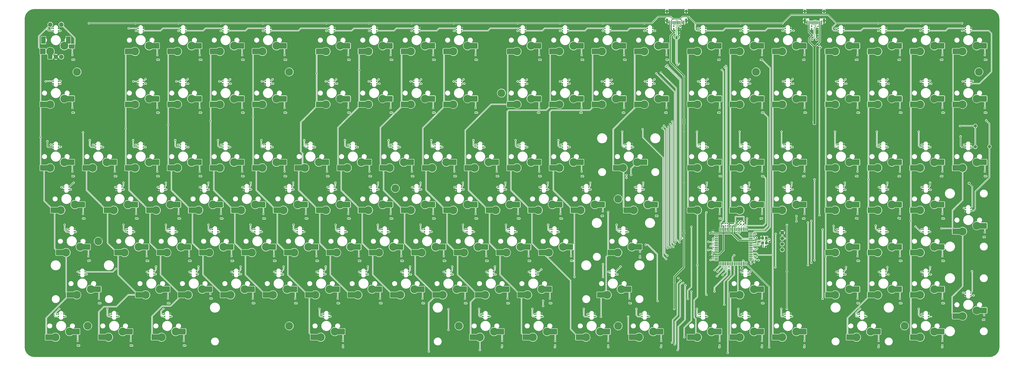
<source format=gbr>
%TF.GenerationSoftware,KiCad,Pcbnew,7.0.5*%
%TF.CreationDate,2023-06-20T21:05:11-04:00*%
%TF.ProjectId,100p-keebored,31303070-2d6b-4656-9562-6f7265642e6b,rev?*%
%TF.SameCoordinates,Original*%
%TF.FileFunction,Copper,L2,Bot*%
%TF.FilePolarity,Positive*%
%FSLAX46Y46*%
G04 Gerber Fmt 4.6, Leading zero omitted, Abs format (unit mm)*
G04 Created by KiCad (PCBNEW 7.0.5) date 2023-06-20 21:05:11*
%MOMM*%
%LPD*%
G01*
G04 APERTURE LIST*
G04 Aperture macros list*
%AMRoundRect*
0 Rectangle with rounded corners*
0 $1 Rounding radius*
0 $2 $3 $4 $5 $6 $7 $8 $9 X,Y pos of 4 corners*
0 Add a 4 corners polygon primitive as box body*
4,1,4,$2,$3,$4,$5,$6,$7,$8,$9,$2,$3,0*
0 Add four circle primitives for the rounded corners*
1,1,$1+$1,$2,$3*
1,1,$1+$1,$4,$5*
1,1,$1+$1,$6,$7*
1,1,$1+$1,$8,$9*
0 Add four rect primitives between the rounded corners*
20,1,$1+$1,$2,$3,$4,$5,0*
20,1,$1+$1,$4,$5,$6,$7,0*
20,1,$1+$1,$6,$7,$8,$9,0*
20,1,$1+$1,$8,$9,$2,$3,0*%
G04 Aperture macros list end*
%TA.AperFunction,SMDPad,CuDef*%
%ADD10RoundRect,0.250000X1.525000X1.000000X-1.525000X1.000000X-1.525000X-1.000000X1.525000X-1.000000X0*%
%TD*%
%TA.AperFunction,ComponentPad*%
%ADD11C,3.600000*%
%TD*%
%TA.AperFunction,ComponentPad*%
%ADD12C,3.500000*%
%TD*%
%TA.AperFunction,ComponentPad*%
%ADD13R,2.000000X2.000000*%
%TD*%
%TA.AperFunction,ComponentPad*%
%ADD14C,2.000000*%
%TD*%
%TA.AperFunction,ComponentPad*%
%ADD15R,2.000000X3.200000*%
%TD*%
%TA.AperFunction,SMDPad,CuDef*%
%ADD16C,1.500000*%
%TD*%
%TA.AperFunction,SMDPad,CuDef*%
%ADD17RoundRect,0.194000X1.086000X0.776000X-1.086000X0.776000X-1.086000X-0.776000X1.086000X-0.776000X0*%
%TD*%
%TA.AperFunction,SMDPad,CuDef*%
%ADD18RoundRect,0.250000X1.020000X1.000000X-1.020000X1.000000X-1.020000X-1.000000X1.020000X-1.000000X0*%
%TD*%
%TA.AperFunction,ComponentPad*%
%ADD19R,1.700000X1.700000*%
%TD*%
%TA.AperFunction,ComponentPad*%
%ADD20C,1.700000*%
%TD*%
%TA.AperFunction,SMDPad,CuDef*%
%ADD21RoundRect,0.112500X0.112500X-0.187500X0.112500X0.187500X-0.112500X0.187500X-0.112500X-0.187500X0*%
%TD*%
%TA.AperFunction,SMDPad,CuDef*%
%ADD22RoundRect,0.118750X0.118750X0.231250X-0.118750X0.231250X-0.118750X-0.231250X0.118750X-0.231250X0*%
%TD*%
%TA.AperFunction,SMDPad,CuDef*%
%ADD23RoundRect,0.125000X0.125000X0.225000X-0.125000X0.225000X-0.125000X-0.225000X0.125000X-0.225000X0*%
%TD*%
%TA.AperFunction,SMDPad,CuDef*%
%ADD24RoundRect,0.118750X-0.118750X-0.231250X0.118750X-0.231250X0.118750X0.231250X-0.118750X0.231250X0*%
%TD*%
%TA.AperFunction,SMDPad,CuDef*%
%ADD25RoundRect,0.125000X-0.125000X-0.225000X0.125000X-0.225000X0.125000X0.225000X-0.125000X0.225000X0*%
%TD*%
%TA.AperFunction,SMDPad,CuDef*%
%ADD26RoundRect,0.135000X-0.185000X0.135000X-0.185000X-0.135000X0.185000X-0.135000X0.185000X0.135000X0*%
%TD*%
%TA.AperFunction,SMDPad,CuDef*%
%ADD27RoundRect,0.135000X0.185000X-0.135000X0.185000X0.135000X-0.185000X0.135000X-0.185000X-0.135000X0*%
%TD*%
%TA.AperFunction,SMDPad,CuDef*%
%ADD28RoundRect,0.140000X0.170000X-0.140000X0.170000X0.140000X-0.170000X0.140000X-0.170000X-0.140000X0*%
%TD*%
%TA.AperFunction,SMDPad,CuDef*%
%ADD29RoundRect,0.140000X-0.170000X0.140000X-0.170000X-0.140000X0.170000X-0.140000X0.170000X0.140000X0*%
%TD*%
%TA.AperFunction,SMDPad,CuDef*%
%ADD30R,0.700000X1.000000*%
%TD*%
%TA.AperFunction,SMDPad,CuDef*%
%ADD31R,0.700000X0.600000*%
%TD*%
%TA.AperFunction,ConnectorPad*%
%ADD32C,0.787400*%
%TD*%
%TA.AperFunction,SMDPad,CuDef*%
%ADD33RoundRect,0.140000X0.140000X0.170000X-0.140000X0.170000X-0.140000X-0.170000X0.140000X-0.170000X0*%
%TD*%
%TA.AperFunction,SMDPad,CuDef*%
%ADD34R,0.600000X1.450000*%
%TD*%
%TA.AperFunction,SMDPad,CuDef*%
%ADD35R,0.300000X1.450000*%
%TD*%
%TA.AperFunction,ComponentPad*%
%ADD36O,1.000000X1.600000*%
%TD*%
%TA.AperFunction,ComponentPad*%
%ADD37O,1.000000X2.100000*%
%TD*%
%TA.AperFunction,SMDPad,CuDef*%
%ADD38R,0.550000X1.500000*%
%TD*%
%TA.AperFunction,SMDPad,CuDef*%
%ADD39R,1.500000X0.550000*%
%TD*%
%TA.AperFunction,SMDPad,CuDef*%
%ADD40C,1.000000*%
%TD*%
%TA.AperFunction,SMDPad,CuDef*%
%ADD41RoundRect,0.135000X0.135000X0.185000X-0.135000X0.185000X-0.135000X-0.185000X0.135000X-0.185000X0*%
%TD*%
%TA.AperFunction,SMDPad,CuDef*%
%ADD42RoundRect,0.135000X0.226274X0.035355X0.035355X0.226274X-0.226274X-0.035355X-0.035355X-0.226274X0*%
%TD*%
%TA.AperFunction,SMDPad,CuDef*%
%ADD43R,1.200000X1.400000*%
%TD*%
%TA.AperFunction,SMDPad,CuDef*%
%ADD44RoundRect,0.112500X-0.187500X-0.112500X0.187500X-0.112500X0.187500X0.112500X-0.187500X0.112500X0*%
%TD*%
%TA.AperFunction,ViaPad*%
%ADD45C,0.600000*%
%TD*%
%TA.AperFunction,ViaPad*%
%ADD46C,0.800000*%
%TD*%
%TA.AperFunction,Conductor*%
%ADD47C,0.200000*%
%TD*%
%TA.AperFunction,Conductor*%
%ADD48C,0.250000*%
%TD*%
%TA.AperFunction,Conductor*%
%ADD49C,0.189383*%
%TD*%
%TA.AperFunction,Conductor*%
%ADD50C,0.500000*%
%TD*%
%TA.AperFunction,Conductor*%
%ADD51C,0.300000*%
%TD*%
%TA.AperFunction,Conductor*%
%ADD52C,1.000000*%
%TD*%
G04 APERTURE END LIST*
D10*
%TO.P,SW10,1,1*%
%TO.N,Net-(D10-A)*%
X262236000Y-79044800D03*
D11*
X259461000Y-79044800D03*
%TO.P,SW10,2,2*%
%TO.N,Col10*%
X253111000Y-81584800D03*
D10*
X250331000Y-81584800D03*
%TD*%
%TO.P,SW127,1,1*%
%TO.N,Net-(D127-A)*%
X409873500Y-207632300D03*
D11*
X407098500Y-207632300D03*
%TO.P,SW127,2,2*%
%TO.N,Col17*%
X400748500Y-210172300D03*
D10*
X397968500Y-210172300D03*
%TD*%
%TO.P,SW96,1,1*%
%TO.N,Net-(D96-A)*%
X336054750Y-169532300D03*
D11*
X333279750Y-169532300D03*
%TO.P,SW96,2,2*%
%TO.N,Col14*%
X326929750Y-172072300D03*
D10*
X324149750Y-172072300D03*
%TD*%
D12*
%TO.P,,1*%
%TO.N,N/C*%
X327088528Y-147942304D03*
%TD*%
D10*
%TO.P,SW78,1,1*%
%TO.N,Net-(D78-A)*%
X390823500Y-150482300D03*
D11*
X388048500Y-150482300D03*
%TO.P,SW78,2,2*%
%TO.N,Col16*%
X381698500Y-153022300D03*
D10*
X378918500Y-153022300D03*
%TD*%
%TO.P,SW115,1,1*%
%TO.N,Net-(D115-A)*%
X471786000Y-188582300D03*
D11*
X469011000Y-188582300D03*
%TO.P,SW115,2,2*%
%TO.N,Col20*%
X462661000Y-191122300D03*
D10*
X459881000Y-191122300D03*
%TD*%
%TO.P,SW73,1,1*%
%TO.N,Net-(D73-A)*%
X281286000Y-150482300D03*
D11*
X278511000Y-150482300D03*
%TO.P,SW73,2,2*%
%TO.N,Col11*%
X272161000Y-153022300D03*
D10*
X269381000Y-153022300D03*
%TD*%
%TO.P,SW50,1,1*%
%TO.N,Net-(D50-A)*%
X233661000Y-131432300D03*
D11*
X230886000Y-131432300D03*
%TO.P,SW50,2,2*%
%TO.N,Col9*%
X224536000Y-133972300D03*
D10*
X221756000Y-133972300D03*
%TD*%
D13*
%TO.P,SW130,A,A*%
%TO.N,enc-*%
X72176000Y-84004800D03*
D14*
%TO.P,SW130,B,B*%
%TO.N,enc+*%
X77176000Y-84004800D03*
%TO.P,SW130,C,C*%
%TO.N,GND*%
X74676000Y-84004800D03*
D15*
%TO.P,SW130,MP*%
%TO.N,N/C*%
X69076000Y-76504800D03*
X80276000Y-76504800D03*
D14*
%TO.P,SW130,S1,S1*%
%TO.N,sw1Out*%
X77176000Y-69504800D03*
%TO.P,SW130,S2,S2*%
%TO.N,Col1*%
X72176000Y-69504800D03*
%TD*%
D10*
%TO.P,SW69,1,1*%
%TO.N,Net-(D69-A)*%
X205086000Y-150482300D03*
D11*
X202311000Y-150482300D03*
%TO.P,SW69,2,2*%
%TO.N,Col7*%
X195961000Y-153022300D03*
D10*
X193181000Y-153022300D03*
%TD*%
%TO.P,SW19,1,1*%
%TO.N,Net-(D19-A)*%
X452736000Y-79044800D03*
D11*
X449961000Y-79044800D03*
%TO.P,SW19,2,2*%
%TO.N,Col19*%
X443611000Y-81584800D03*
D10*
X440831000Y-81584800D03*
%TD*%
%TO.P,SW125,1,1*%
%TO.N,Net-(D125-A)*%
X371773500Y-207632300D03*
D11*
X368998500Y-207632300D03*
%TO.P,SW125,2,2*%
%TO.N,Col15*%
X362648500Y-210172300D03*
D10*
X359868500Y-210172300D03*
%TD*%
%TO.P,SW76,1,1*%
%TO.N,Net-(D76-A)*%
X343198500Y-150482300D03*
D11*
X340423500Y-150482300D03*
%TO.P,SW76,2,2*%
%TO.N,Col14*%
X334073500Y-153022300D03*
D10*
X331293500Y-153022300D03*
%TD*%
%TO.P,SW4,1,1*%
%TO.N,Net-(D4-A)*%
X138411000Y-79044800D03*
D11*
X135636000Y-79044800D03*
%TO.P,SW4,2,2*%
%TO.N,Col4*%
X129286000Y-81584800D03*
D10*
X126506000Y-81584800D03*
%TD*%
D12*
%TO.P,,1*%
%TO.N,N/C*%
X489013392Y-90792352D03*
%TD*%
D10*
%TO.P,SW51,1,1*%
%TO.N,Net-(D51-A)*%
X252711000Y-131432300D03*
D11*
X249936000Y-131432300D03*
%TO.P,SW51,2,2*%
%TO.N,Col10*%
X243586000Y-133972300D03*
D10*
X240806000Y-133972300D03*
%TD*%
%TO.P,SW12,1,1*%
%TO.N,Net-(D12-A)*%
X309861000Y-79044800D03*
D11*
X307086000Y-79044800D03*
%TO.P,SW12,2,2*%
%TO.N,Col12*%
X300736000Y-81584800D03*
D10*
X297956000Y-81584800D03*
%TD*%
%TO.P,SW71,1,1*%
%TO.N,Net-(D71-A)*%
X243186000Y-150482300D03*
D11*
X240411000Y-150482300D03*
%TO.P,SW71,2,2*%
%TO.N,Col9*%
X234061000Y-153022300D03*
D10*
X231281000Y-153022300D03*
%TD*%
%TO.P,SW126,1,1*%
%TO.N,Net-(D126-A)*%
X390823500Y-207632300D03*
D11*
X388048500Y-207632300D03*
%TO.P,SW126,2,2*%
%TO.N,Col16*%
X381698500Y-210172300D03*
D10*
X378918500Y-210172300D03*
%TD*%
%TO.P,SW119,1,1*%
%TO.N,Net-(D119-A)*%
X131267250Y-207632300D03*
D11*
X128492250Y-207632300D03*
%TO.P,SW119,2,2*%
%TO.N,Col3*%
X122142250Y-210172300D03*
D10*
X119362250Y-210172300D03*
%TD*%
%TO.P,SW107,1,1*%
%TO.N,Net-(D107-A)*%
X238423500Y-188582300D03*
D11*
X235648500Y-188582300D03*
%TO.P,SW107,2,2*%
%TO.N,Col8*%
X229298500Y-191122300D03*
D10*
X226518500Y-191122300D03*
%TD*%
%TO.P,SW27,1,1*%
%TO.N,Net-(D27-A)*%
X205086000Y-102857300D03*
D11*
X202311000Y-102857300D03*
%TO.P,SW27,2,2*%
%TO.N,Col7*%
X195961000Y-105397300D03*
D10*
X193181000Y-105397300D03*
%TD*%
%TO.P,SW48,1,1*%
%TO.N,Net-(D48-A)*%
X195561000Y-131432300D03*
D11*
X192786000Y-131432300D03*
%TO.P,SW48,2,2*%
%TO.N,Col7*%
X186436000Y-133972300D03*
D10*
X183656000Y-133972300D03*
%TD*%
%TO.P,SW81,1,1*%
%TO.N,Net-(D81-A)*%
X452736000Y-150482300D03*
D11*
X449961000Y-150482300D03*
%TO.P,SW81,2,2*%
%TO.N,Col19*%
X443611000Y-153022300D03*
D10*
X440831000Y-153022300D03*
%TD*%
%TO.P,SW24,1,1*%
%TO.N,Net-(D24-A)*%
X138411000Y-102857300D03*
D11*
X135636000Y-102857300D03*
%TO.P,SW24,2,2*%
%TO.N,Col4*%
X129286000Y-105397300D03*
D10*
X126506000Y-105397300D03*
%TD*%
%TO.P,SW62,1,1*%
%TO.N,Net-(D62-A)*%
X490836000Y-131432300D03*
D11*
X488061000Y-131432300D03*
%TO.P,SW62,2,2*%
%TO.N,Col21*%
X481711000Y-133972300D03*
D10*
X478931000Y-133972300D03*
%TD*%
%TO.P,SW23,1,1*%
%TO.N,Net-(D23-A)*%
X119361000Y-102857300D03*
D11*
X116586000Y-102857300D03*
%TO.P,SW23,2,2*%
%TO.N,Col3*%
X110236000Y-105397300D03*
D10*
X107456000Y-105397300D03*
%TD*%
%TO.P,SW88,1,1*%
%TO.N,Net-(D88-A)*%
X171748500Y-169532300D03*
D11*
X168973500Y-169532300D03*
%TO.P,SW88,2,2*%
%TO.N,Col5*%
X162623500Y-172072300D03*
D10*
X159843500Y-172072300D03*
%TD*%
%TO.P,SW105,1,1*%
%TO.N,Net-(D105-A)*%
X200323500Y-188582300D03*
D11*
X197548500Y-188582300D03*
%TO.P,SW105,2,2*%
%TO.N,Col6*%
X191198500Y-191122300D03*
D10*
X188418500Y-191122300D03*
%TD*%
D16*
%TO.P,,1*%
%TO.N,Net-(D262-DOUT)*%
X493776000Y-124409200D03*
%TD*%
D10*
%TO.P,SW8,1,1*%
%TO.N,Net-(D8-A)*%
X224136000Y-79044800D03*
D11*
X221361000Y-79044800D03*
%TO.P,SW8,2,2*%
%TO.N,Col8*%
X215011000Y-81584800D03*
D10*
X212231000Y-81584800D03*
%TD*%
%TO.P,SW117,1,1*%
%TO.N,Net-(D117-A)*%
X83642250Y-207632300D03*
D11*
X80867250Y-207632300D03*
%TO.P,SW117,2,2*%
%TO.N,Col1*%
X74517250Y-210172300D03*
D10*
X71737250Y-210172300D03*
%TD*%
%TO.P,SW79,1,1*%
%TO.N,Net-(D79-A)*%
X409873500Y-150482300D03*
D11*
X407098500Y-150482300D03*
%TO.P,SW79,2,2*%
%TO.N,Col17*%
X400748500Y-153022300D03*
D10*
X397968500Y-153022300D03*
%TD*%
D12*
%TO.P,,1*%
%TO.N,N/C*%
X179451152Y-205092256D03*
%TD*%
D10*
%TO.P,SW66,1,1*%
%TO.N,Net-(D66-A)*%
X147936000Y-150482300D03*
D11*
X145161000Y-150482300D03*
%TO.P,SW66,2,2*%
%TO.N,Col4*%
X138811000Y-153022300D03*
D10*
X136031000Y-153022300D03*
%TD*%
%TO.P,SW30,1,1*%
%TO.N,Net-(D30-A)*%
X262236000Y-102857300D03*
D11*
X259461000Y-102857300D03*
%TO.P,SW30,2,2*%
%TO.N,Col10*%
X253111000Y-105397300D03*
D10*
X250331000Y-105397300D03*
%TD*%
%TO.P,SW87,1,1*%
%TO.N,Net-(D87-A)*%
X152698500Y-169532300D03*
D11*
X149923500Y-169532300D03*
%TO.P,SW87,2,2*%
%TO.N,Col4*%
X143573500Y-172072300D03*
D10*
X140793500Y-172072300D03*
%TD*%
D12*
%TO.P,,1*%
%TO.N,N/C*%
X84201232Y-90792352D03*
%TD*%
D10*
%TO.P,SW68,1,1*%
%TO.N,Net-(D68-A)*%
X186036000Y-150482300D03*
D11*
X183261000Y-150482300D03*
%TO.P,SW68,2,2*%
%TO.N,Col6*%
X176911000Y-153022300D03*
D10*
X174131000Y-153022300D03*
%TD*%
%TO.P,SW15,1,1*%
%TO.N,Net-(D15-A)*%
X371773500Y-79044800D03*
D11*
X368998500Y-79044800D03*
%TO.P,SW15,2,2*%
%TO.N,Col15*%
X362648500Y-81584800D03*
D10*
X359868500Y-81584800D03*
%TD*%
%TO.P,SW25,1,1*%
%TO.N,Net-(D25-A)*%
X157461000Y-102857300D03*
D11*
X154686000Y-102857300D03*
%TO.P,SW25,2,2*%
%TO.N,Col5*%
X148336000Y-105397300D03*
D10*
X145556000Y-105397300D03*
%TD*%
%TO.P,SW89,1,1*%
%TO.N,Net-(D89-A)*%
X190798500Y-169532300D03*
D11*
X188023500Y-169532300D03*
%TO.P,SW89,2,2*%
%TO.N,Col6*%
X181673500Y-172072300D03*
D10*
X178893500Y-172072300D03*
%TD*%
%TO.P,SW39,1,1*%
%TO.N,Net-(D39-A)*%
X452736000Y-102857300D03*
D11*
X449961000Y-102857300D03*
%TO.P,SW39,2,2*%
%TO.N,Col19*%
X443611000Y-105397300D03*
D10*
X440831000Y-105397300D03*
%TD*%
%TO.P,SW102,1,1*%
%TO.N,Net-(D102-A)*%
X143173500Y-188582300D03*
D11*
X140398500Y-188582300D03*
%TO.P,SW102,2,2*%
%TO.N,Col3*%
X134048500Y-191122300D03*
D10*
X131268500Y-191122300D03*
%TD*%
%TO.P,SW70,1,1*%
%TO.N,Net-(D70-A)*%
X224136000Y-150482300D03*
D11*
X221361000Y-150482300D03*
%TO.P,SW70,2,2*%
%TO.N,Col8*%
X215011000Y-153022300D03*
D10*
X212231000Y-153022300D03*
%TD*%
D12*
%TO.P,,1*%
%TO.N,N/C*%
X274701072Y-100317344D03*
%TD*%
D10*
%TO.P,SW77,1,1*%
%TO.N,Net-(D77-A)*%
X371773500Y-150482300D03*
D11*
X368998500Y-150482300D03*
%TO.P,SW77,2,2*%
%TO.N,Col15*%
X362648500Y-153022300D03*
D10*
X359868500Y-153022300D03*
%TD*%
%TO.P,SW59,1,1*%
%TO.N,Net-(D59-A)*%
X433686000Y-131432300D03*
D11*
X430911000Y-131432300D03*
%TO.P,SW59,2,2*%
%TO.N,Col18*%
X424561000Y-133972300D03*
D10*
X421781000Y-133972300D03*
%TD*%
%TO.P,SW114,1,1*%
%TO.N,Net-(D114-A)*%
X452736000Y-188582300D03*
D11*
X449961000Y-188582300D03*
%TO.P,SW114,2,2*%
%TO.N,Col19*%
X443611000Y-191122300D03*
D10*
X440831000Y-191122300D03*
%TD*%
%TO.P,SW11,1,1*%
%TO.N,Net-(D11-A)*%
X290811000Y-79044800D03*
D11*
X288036000Y-79044800D03*
%TO.P,SW11,2,2*%
%TO.N,Col11*%
X281686000Y-81584800D03*
D10*
X278906000Y-81584800D03*
%TD*%
%TO.P,SW22,1,1*%
%TO.N,Net-(D22-A)*%
X81261000Y-102857300D03*
D11*
X78486000Y-102857300D03*
%TO.P,SW22,2,2*%
%TO.N,Col1*%
X72136000Y-105397300D03*
D10*
X69356000Y-105397300D03*
%TD*%
%TO.P,SW61,1,1*%
%TO.N,Net-(D61-A)*%
X471786000Y-131432300D03*
D11*
X469011000Y-131432300D03*
%TO.P,SW61,2,2*%
%TO.N,Col20*%
X462661000Y-133972300D03*
D10*
X459881000Y-133972300D03*
%TD*%
%TO.P,SW6,1,1*%
%TO.N,Net-(D6-A)*%
X176511000Y-79044800D03*
D11*
X173736000Y-79044800D03*
%TO.P,SW6,2,2*%
%TO.N,Col6*%
X167386000Y-81584800D03*
D10*
X164606000Y-81584800D03*
%TD*%
%TO.P,SW97,1,1*%
%TO.N,Net-(D97-A)*%
X433686000Y-169532300D03*
D11*
X430911000Y-169532300D03*
%TO.P,SW97,2,2*%
%TO.N,Col18*%
X424561000Y-172072300D03*
D10*
X421781000Y-172072300D03*
%TD*%
%TO.P,SW21,1,1*%
%TO.N,Net-(D21-A)*%
X490836000Y-79044800D03*
D11*
X488061000Y-79044800D03*
%TO.P,SW21,2,2*%
%TO.N,Col21*%
X481711000Y-81584800D03*
D10*
X478931000Y-81584800D03*
%TD*%
%TO.P,SW29,1,1*%
%TO.N,Net-(D29-A)*%
X243186000Y-102857300D03*
D11*
X240411000Y-102857300D03*
%TO.P,SW29,2,2*%
%TO.N,Col9*%
X234061000Y-105397300D03*
D10*
X231281000Y-105397300D03*
%TD*%
%TO.P,SW63,1,1*%
%TO.N,Net-(D63-A)*%
X86023500Y-150482300D03*
D11*
X83248500Y-150482300D03*
%TO.P,SW63,2,2*%
%TO.N,Col1*%
X76898500Y-153022300D03*
D10*
X74118500Y-153022300D03*
%TD*%
%TO.P,SW124,1,1*%
%TO.N,Net-(D124-A)*%
X345579750Y-207632300D03*
D11*
X342804750Y-207632300D03*
%TO.P,SW124,2,2*%
%TO.N,Col14*%
X336454750Y-210172300D03*
D10*
X333674750Y-210172300D03*
%TD*%
%TO.P,SW17,1,1*%
%TO.N,Net-(D17-A)*%
X409873500Y-79044800D03*
D11*
X407098500Y-79044800D03*
%TO.P,SW17,2,2*%
%TO.N,Col17*%
X400748500Y-81584800D03*
D10*
X397968500Y-81584800D03*
%TD*%
%TO.P,SW49,1,1*%
%TO.N,Net-(D49-A)*%
X214611000Y-131432300D03*
D11*
X211836000Y-131432300D03*
%TO.P,SW49,2,2*%
%TO.N,Col8*%
X205486000Y-133972300D03*
D10*
X202706000Y-133972300D03*
%TD*%
D12*
%TO.P,,1*%
%TO.N,N/C*%
X327088528Y-205092256D03*
%TD*%
D10*
%TO.P,SW122,1,1*%
%TO.N,Net-(D122-A)*%
X297954750Y-207632300D03*
D11*
X295179750Y-207632300D03*
%TO.P,SW122,2,2*%
%TO.N,Col11*%
X288829750Y-210172300D03*
D10*
X286049750Y-210172300D03*
%TD*%
%TO.P,SW16,1,1*%
%TO.N,Net-(D16-A)*%
X390823500Y-79044800D03*
D11*
X388048500Y-79044800D03*
%TO.P,SW16,2,2*%
%TO.N,Col16*%
X381698500Y-81584800D03*
D10*
X378918500Y-81584800D03*
%TD*%
%TO.P,SW120,1,1*%
%TO.N,Net-(D120-A)*%
X202704750Y-207632300D03*
D11*
X199929750Y-207632300D03*
%TO.P,SW120,2,2*%
%TO.N,Col6*%
X193579750Y-210172300D03*
D10*
X190799750Y-210172300D03*
%TD*%
%TO.P,SW26,1,1*%
%TO.N,Net-(D26-A)*%
X176511000Y-102857300D03*
D11*
X173736000Y-102857300D03*
%TO.P,SW26,2,2*%
%TO.N,Col6*%
X167386000Y-105397300D03*
D10*
X164606000Y-105397300D03*
%TD*%
%TO.P,SW82,1,1*%
%TO.N,Net-(D82-A)*%
X471786000Y-150482300D03*
D11*
X469011000Y-150482300D03*
%TO.P,SW82,2,2*%
%TO.N,Col20*%
X462661000Y-153022300D03*
D10*
X459881000Y-153022300D03*
%TD*%
%TO.P,SW58,1,1*%
%TO.N,Net-(D58-A)*%
X409873500Y-131432300D03*
D11*
X407098500Y-131432300D03*
%TO.P,SW58,2,2*%
%TO.N,Col17*%
X400748500Y-133972300D03*
D10*
X397968500Y-133972300D03*
%TD*%
%TO.P,SW86,1,1*%
%TO.N,Net-(D86-A)*%
X133648500Y-169532300D03*
D11*
X130873500Y-169532300D03*
%TO.P,SW86,2,2*%
%TO.N,Col3*%
X124523500Y-172072300D03*
D10*
X121743500Y-172072300D03*
%TD*%
%TO.P,SW84,1,1*%
%TO.N,Net-(D84-A)*%
X88404750Y-169532300D03*
D11*
X85629750Y-169532300D03*
%TO.P,SW84,2,2*%
%TO.N,Col1*%
X79279750Y-172072300D03*
D10*
X76499750Y-172072300D03*
%TD*%
%TO.P,SW37,1,1*%
%TO.N,Net-(D37-A)*%
X409873500Y-102857300D03*
D11*
X407098500Y-102857300D03*
%TO.P,SW37,2,2*%
%TO.N,Col17*%
X400748500Y-105397300D03*
D10*
X397968500Y-105397300D03*
%TD*%
%TO.P,SW90,1,1*%
%TO.N,Net-(D90-A)*%
X209848500Y-169532300D03*
D11*
X207073500Y-169532300D03*
%TO.P,SW90,2,2*%
%TO.N,Col7*%
X200723500Y-172072300D03*
D10*
X197943500Y-172072300D03*
%TD*%
%TO.P,SW9,1,1*%
%TO.N,Net-(D9-A)*%
X243186000Y-79044800D03*
D11*
X240411000Y-79044800D03*
%TO.P,SW9,2,2*%
%TO.N,Col9*%
X234061000Y-81584800D03*
D10*
X231281000Y-81584800D03*
%TD*%
%TO.P,SW18,1,1*%
%TO.N,Net-(D18-A)*%
X433686000Y-79044800D03*
D11*
X430911000Y-79044800D03*
%TO.P,SW18,2,2*%
%TO.N,Col18*%
X424561000Y-81584800D03*
D10*
X421781000Y-81584800D03*
%TD*%
%TO.P,SW35,1,1*%
%TO.N,Net-(D35-A)*%
X371773500Y-102857300D03*
D11*
X368998500Y-102857300D03*
%TO.P,SW35,2,2*%
%TO.N,Col15*%
X362648500Y-105397300D03*
D10*
X359868500Y-105397300D03*
%TD*%
%TO.P,SW34,1,1*%
%TO.N,Net-(D34-A)*%
X347961000Y-102857300D03*
D11*
X345186000Y-102857300D03*
%TO.P,SW34,2,2*%
%TO.N,Col14*%
X338836000Y-105397300D03*
D10*
X336056000Y-105397300D03*
%TD*%
%TO.P,SW121,1,1*%
%TO.N,Net-(D121-A)*%
X274142250Y-207632300D03*
D11*
X271367250Y-207632300D03*
%TO.P,SW121,2,2*%
%TO.N,Col10*%
X265017250Y-210172300D03*
D10*
X262237250Y-210172300D03*
%TD*%
%TO.P,SW46,1,1*%
%TO.N,Net-(D46-A)*%
X157461000Y-131432300D03*
D11*
X154686000Y-131432300D03*
%TO.P,SW46,2,2*%
%TO.N,Col5*%
X148336000Y-133972300D03*
D10*
X145556000Y-133972300D03*
%TD*%
D16*
%TO.P,,1*%
%TO.N,Net-(D262-DOUT)*%
X487426000Y-115112800D03*
%TD*%
D10*
%TO.P,SW74,1,1*%
%TO.N,Net-(D74-A)*%
X300336000Y-150482300D03*
D11*
X297561000Y-150482300D03*
%TO.P,SW74,2,2*%
%TO.N,Col12*%
X291211000Y-153022300D03*
D10*
X288431000Y-153022300D03*
%TD*%
%TO.P,SW47,1,1*%
%TO.N,Net-(D47-A)*%
X176511000Y-131432300D03*
D11*
X173736000Y-131432300D03*
%TO.P,SW47,2,2*%
%TO.N,Col6*%
X167386000Y-133972300D03*
D10*
X164606000Y-133972300D03*
%TD*%
%TO.P,SW80,1,1*%
%TO.N,Net-(D80-A)*%
X433686000Y-150482300D03*
D11*
X430911000Y-150482300D03*
%TO.P,SW80,2,2*%
%TO.N,Col18*%
X424561000Y-153022300D03*
D10*
X421781000Y-153022300D03*
%TD*%
%TO.P,SW32,1,1*%
%TO.N,Net-(D32-A)*%
X309861000Y-102857300D03*
D11*
X307086000Y-102857300D03*
%TO.P,SW32,2,2*%
%TO.N,Col12*%
X300736000Y-105397300D03*
D10*
X297956000Y-105397300D03*
%TD*%
%TO.P,SW110,1,1*%
%TO.N,Net-(D110-A)*%
X295573500Y-188582300D03*
D11*
X292798500Y-188582300D03*
%TO.P,SW110,2,2*%
%TO.N,Col11*%
X286448500Y-191122300D03*
D10*
X283668500Y-191122300D03*
%TD*%
D12*
%TO.P,,1*%
%TO.N,N/C*%
X88963728Y-205092256D03*
%TD*%
D10*
%TO.P,SW129,1,1*%
%TO.N,Net-(D129-A)*%
X471786000Y-207632300D03*
D11*
X469011000Y-207632300D03*
%TO.P,SW129,2,2*%
%TO.N,Col20*%
X462661000Y-210172300D03*
D10*
X459881000Y-210172300D03*
%TD*%
%TO.P,SW123,1,1*%
%TO.N,Net-(D123-A)*%
X321767250Y-207632300D03*
D11*
X318992250Y-207632300D03*
%TO.P,SW123,2,2*%
%TO.N,Col12*%
X312642250Y-210172300D03*
D10*
X309862250Y-210172300D03*
%TD*%
%TO.P,SW98,1,1*%
%TO.N,Net-(D98-A)*%
X452736000Y-169532300D03*
D11*
X449961000Y-169532300D03*
%TO.P,SW98,2,2*%
%TO.N,Col19*%
X443611000Y-172072300D03*
D10*
X440831000Y-172072300D03*
%TD*%
%TO.P,SW95,1,1*%
%TO.N,Net-(D95-A)*%
X305098500Y-169532300D03*
D11*
X302323500Y-169532300D03*
%TO.P,SW95,2,2*%
%TO.N,Col12*%
X295973500Y-172072300D03*
D10*
X293193500Y-172072300D03*
%TD*%
%TO.P,SW14,1,1*%
%TO.N,Net-(D14-A)*%
X347961000Y-79044800D03*
D11*
X345186000Y-79044800D03*
%TO.P,SW14,2,2*%
%TO.N,Col14*%
X338836000Y-81584800D03*
D10*
X336056000Y-81584800D03*
%TD*%
%TO.P,SW57,1,1*%
%TO.N,Net-(D57-A)*%
X390823500Y-131432300D03*
D11*
X388048500Y-131432300D03*
%TO.P,SW57,2,2*%
%TO.N,Col16*%
X381698500Y-133972300D03*
D10*
X378918500Y-133972300D03*
%TD*%
%TO.P,SW104,1,1*%
%TO.N,Net-(D104-A)*%
X181273500Y-188582300D03*
D11*
X178498500Y-188582300D03*
%TO.P,SW104,2,2*%
%TO.N,Col5*%
X172148500Y-191122300D03*
D10*
X169368500Y-191122300D03*
%TD*%
D12*
%TO.P,,1*%
%TO.N,N/C*%
X455675920Y-205092256D03*
%TD*%
D10*
%TO.P,SW13,1,1*%
%TO.N,Net-(D13-A)*%
X328911000Y-79044800D03*
D11*
X326136000Y-79044800D03*
%TO.P,SW13,2,2*%
%TO.N,Col13*%
X319786000Y-81584800D03*
D10*
X317006000Y-81584800D03*
%TD*%
%TO.P,SW112,1,1*%
%TO.N,Net-(D112-A)*%
X390823480Y-188582272D03*
D11*
X388048480Y-188582272D03*
%TO.P,SW112,2,2*%
%TO.N,Col16*%
X381698480Y-191122272D03*
D10*
X378918480Y-191122272D03*
%TD*%
%TO.P,SW100,1,1*%
%TO.N,Net-(D100-A)*%
X93167250Y-188582300D03*
D11*
X90392250Y-188582300D03*
%TO.P,SW100,2,2*%
%TO.N,Col1*%
X84042250Y-191122300D03*
D10*
X81262250Y-191122300D03*
%TD*%
D12*
%TO.P,,1*%
%TO.N,N/C*%
X93726224Y-166992288D03*
%TD*%
D10*
%TO.P,SW99,1,1*%
%TO.N,Net-(D99-A)*%
X471786000Y-169532300D03*
D11*
X469011000Y-169532300D03*
%TO.P,SW99,2,2*%
%TO.N,Col20*%
X462661000Y-172072300D03*
D10*
X459881000Y-172072300D03*
%TD*%
%TO.P,SW45,1,1*%
%TO.N,Net-(D45-A)*%
X138411000Y-131432300D03*
D11*
X135636000Y-131432300D03*
%TO.P,SW45,2,2*%
%TO.N,Col4*%
X129286000Y-133972300D03*
D10*
X126506000Y-133972300D03*
%TD*%
%TO.P,SW5,1,1*%
%TO.N,Net-(D5-A)*%
X157461000Y-79044800D03*
D11*
X154686000Y-79044800D03*
%TO.P,SW5,2,2*%
%TO.N,Col5*%
X148336000Y-81584800D03*
D10*
X145556000Y-81584800D03*
%TD*%
%TO.P,SW94,1,1*%
%TO.N,Net-(D94-A)*%
X286048500Y-169532300D03*
D11*
X283273500Y-169532300D03*
%TO.P,SW94,2,2*%
%TO.N,Col11*%
X276923500Y-172072300D03*
D10*
X274143500Y-172072300D03*
%TD*%
%TO.P,SW101,1,1*%
%TO.N,Net-(D101-A)*%
X124123500Y-188582300D03*
D11*
X121348500Y-188582300D03*
%TO.P,SW101,2,2*%
%TO.N,Col2*%
X114998500Y-191122300D03*
D10*
X112218500Y-191122300D03*
%TD*%
D12*
%TO.P,,1*%
%TO.N,N/C*%
X227076112Y-143179808D03*
%TD*%
D10*
%TO.P,SW56,1,1*%
%TO.N,Net-(D56-A)*%
X371773500Y-131432300D03*
D11*
X368998500Y-131432300D03*
%TO.P,SW56,2,2*%
%TO.N,Col15*%
X362648500Y-133972300D03*
D10*
X359868500Y-133972300D03*
%TD*%
%TO.P,SW28,1,1*%
%TO.N,Net-(D28-A)*%
X224136000Y-102857300D03*
D11*
X221361000Y-102857300D03*
%TO.P,SW28,2,2*%
%TO.N,Col8*%
X215011000Y-105397300D03*
D10*
X212231000Y-105397300D03*
%TD*%
%TO.P,SW43,1,1*%
%TO.N,Net-(D43-A)*%
X100311000Y-131432300D03*
D11*
X97536000Y-131432300D03*
%TO.P,SW43,2,2*%
%TO.N,Col2*%
X91186000Y-133972300D03*
D10*
X88406000Y-133972300D03*
%TD*%
%TO.P,SW31,1,1*%
%TO.N,Net-(D31-A)*%
X290811000Y-102857300D03*
D11*
X288036000Y-102857300D03*
%TO.P,SW31,2,2*%
%TO.N,Col11*%
X281686000Y-105397300D03*
D10*
X278906000Y-105397300D03*
%TD*%
%TO.P,SW52,1,1*%
%TO.N,Net-(D52-A)*%
X271761000Y-131432300D03*
D11*
X268986000Y-131432300D03*
%TO.P,SW52,2,2*%
%TO.N,Col11*%
X262636000Y-133972300D03*
D10*
X259856000Y-133972300D03*
%TD*%
%TO.P,SW103,1,1*%
%TO.N,Net-(D103-A)*%
X162223500Y-188582300D03*
D11*
X159448500Y-188582300D03*
%TO.P,SW103,2,2*%
%TO.N,Col4*%
X153098500Y-191122300D03*
D10*
X150318500Y-191122300D03*
%TD*%
%TO.P,SW91,1,1*%
%TO.N,Net-(D91-A)*%
X228898500Y-169532300D03*
D11*
X226123500Y-169532300D03*
%TO.P,SW91,2,2*%
%TO.N,Col8*%
X219773500Y-172072300D03*
D10*
X216993500Y-172072300D03*
%TD*%
%TO.P,SW36,1,1*%
%TO.N,Net-(D36-A)*%
X390823500Y-102857300D03*
D11*
X388048500Y-102857300D03*
%TO.P,SW36,2,2*%
%TO.N,Col16*%
X381698500Y-105397300D03*
D10*
X378918500Y-105397300D03*
%TD*%
%TO.P,SW44,1,1*%
%TO.N,Net-(D44-A)*%
X119361000Y-131432300D03*
D11*
X116586000Y-131432300D03*
%TO.P,SW44,2,2*%
%TO.N,Col3*%
X110236000Y-133972300D03*
D10*
X107456000Y-133972300D03*
%TD*%
%TO.P,SW111,1,1*%
%TO.N,Net-(D111-A)*%
X331292250Y-188582300D03*
D11*
X328517250Y-188582300D03*
%TO.P,SW111,2,2*%
%TO.N,Col14*%
X322167250Y-191122300D03*
D10*
X319387250Y-191122300D03*
%TD*%
%TO.P,SW85,1,1*%
%TO.N,Net-(D85-A)*%
X114598500Y-169532300D03*
D11*
X111823500Y-169532300D03*
%TO.P,SW85,2,2*%
%TO.N,Col2*%
X105473500Y-172072300D03*
D10*
X102693500Y-172072300D03*
%TD*%
D12*
%TO.P,,1*%
%TO.N,N/C*%
X389000976Y-90792352D03*
%TD*%
D10*
%TO.P,SW54,1,1*%
%TO.N,Net-(D54-A)*%
X309861000Y-131432300D03*
D11*
X307086000Y-131432300D03*
%TO.P,SW54,2,2*%
%TO.N,Col13*%
X300736000Y-133972300D03*
D10*
X297956000Y-133972300D03*
%TD*%
%TO.P,SW41,1,1*%
%TO.N,Net-(D41-A)*%
X490836000Y-102857300D03*
D11*
X488061000Y-102857300D03*
%TO.P,SW41,2,2*%
%TO.N,Col21*%
X481711000Y-105397300D03*
D10*
X478931000Y-105397300D03*
%TD*%
%TO.P,SW93,1,1*%
%TO.N,Net-(D93-A)*%
X266998500Y-169532300D03*
D11*
X264223500Y-169532300D03*
%TO.P,SW93,2,2*%
%TO.N,Col10*%
X257873500Y-172072300D03*
D10*
X255093500Y-172072300D03*
%TD*%
%TO.P,SW118,1,1*%
%TO.N,Net-(D118-A)*%
X107454750Y-207632300D03*
D11*
X104679750Y-207632300D03*
%TO.P,SW118,2,2*%
%TO.N,Col2*%
X98329750Y-210172300D03*
D10*
X95549750Y-210172300D03*
%TD*%
%TO.P,SW75,1,1*%
%TO.N,Net-(D75-A)*%
X319386000Y-150482300D03*
D11*
X316611000Y-150482300D03*
%TO.P,SW75,2,2*%
%TO.N,Col13*%
X310261000Y-153022300D03*
D10*
X307481000Y-153022300D03*
%TD*%
D12*
%TO.P,,1*%
%TO.N,N/C*%
X179451152Y-90792352D03*
%TD*%
D10*
%TO.P,SW55,1,1*%
%TO.N,Net-(D55-A)*%
X338436000Y-131432300D03*
D11*
X335661000Y-131432300D03*
%TO.P,SW55,2,2*%
%TO.N,Col14*%
X329311000Y-133972300D03*
D10*
X326531000Y-133972300D03*
%TD*%
%TO.P,SW42,1,1*%
%TO.N,Net-(D42-A)*%
X81261000Y-131432300D03*
D11*
X78486000Y-131432300D03*
%TO.P,SW42,2,2*%
%TO.N,Col1*%
X72136000Y-133972300D03*
D10*
X69356000Y-133972300D03*
%TD*%
%TO.P,SW109,1,1*%
%TO.N,Net-(D109-A)*%
X276523500Y-188582300D03*
D11*
X273748500Y-188582300D03*
%TO.P,SW109,2,2*%
%TO.N,Col10*%
X267398500Y-191122300D03*
D10*
X264618500Y-191122300D03*
%TD*%
%TO.P,SW83,1,1*%
%TO.N,Net-(D83-A)*%
X490836000Y-160007300D03*
D11*
X488061000Y-160007300D03*
%TO.P,SW83,2,2*%
%TO.N,Col21*%
X481711000Y-162547300D03*
D10*
X478931000Y-162547300D03*
%TD*%
%TO.P,SW72,1,1*%
%TO.N,Net-(D72-A)*%
X262236000Y-150482300D03*
D11*
X259461000Y-150482300D03*
%TO.P,SW72,2,2*%
%TO.N,Col10*%
X253111000Y-153022300D03*
D10*
X250331000Y-153022300D03*
%TD*%
%TO.P,SW20,1,1*%
%TO.N,Net-(D20-A)*%
X471786000Y-79044800D03*
D11*
X469011000Y-79044800D03*
%TO.P,SW20,2,2*%
%TO.N,Col20*%
X462661000Y-81584800D03*
D10*
X459881000Y-81584800D03*
%TD*%
%TO.P,SW128,1,1*%
%TO.N,Net-(D128-A)*%
X443211000Y-207632300D03*
D11*
X440436000Y-207632300D03*
%TO.P,SW128,2,2*%
%TO.N,Col19*%
X434086000Y-210172300D03*
D10*
X431306000Y-210172300D03*
%TD*%
%TO.P,SW67,1,1*%
%TO.N,Net-(D67-A)*%
X166986000Y-150482300D03*
D11*
X164211000Y-150482300D03*
%TO.P,SW67,2,2*%
%TO.N,Col5*%
X157861000Y-153022300D03*
D10*
X155081000Y-153022300D03*
%TD*%
%TO.P,SW53,1,1*%
%TO.N,Net-(D53-A)*%
X290811000Y-131432300D03*
D11*
X288036000Y-131432300D03*
%TO.P,SW53,2,2*%
%TO.N,Col12*%
X281686000Y-133972300D03*
D10*
X278906000Y-133972300D03*
%TD*%
%TO.P,SW92,1,1*%
%TO.N,Net-(D92-A)*%
X247948500Y-169532300D03*
D11*
X245173500Y-169532300D03*
%TO.P,SW92,2,2*%
%TO.N,Col9*%
X238823500Y-172072300D03*
D10*
X236043500Y-172072300D03*
%TD*%
%TO.P,SW108,1,1*%
%TO.N,Net-(D108-A)*%
X257473500Y-188582300D03*
D11*
X254698500Y-188582300D03*
%TO.P,SW108,2,2*%
%TO.N,Col9*%
X248348500Y-191122300D03*
D10*
X245568500Y-191122300D03*
%TD*%
D17*
%TO.P,SW1,1,1*%
%TO.N,sw1Out*%
X81756000Y-79324800D03*
D11*
X78486000Y-79044800D03*
%TO.P,SW1,2,2*%
%TO.N,Col1*%
X72136000Y-81584800D03*
D18*
X68834000Y-81584800D03*
%TD*%
D10*
%TO.P,SW3,1,1*%
%TO.N,Net-(D3-A)*%
X119361000Y-79044800D03*
D11*
X116586000Y-79044800D03*
%TO.P,SW3,2,2*%
%TO.N,Col3*%
X110236000Y-81584800D03*
D10*
X107456000Y-81584800D03*
%TD*%
%TO.P,SW113,1,1*%
%TO.N,Net-(D113-A)*%
X433686000Y-188582300D03*
D11*
X430911000Y-188582300D03*
%TO.P,SW113,2,2*%
%TO.N,Col18*%
X424561000Y-191122300D03*
D10*
X421781000Y-191122300D03*
%TD*%
%TO.P,SW65,1,1*%
%TO.N,Net-(D65-A)*%
X128886000Y-150482300D03*
D11*
X126111000Y-150482300D03*
%TO.P,SW65,2,2*%
%TO.N,Col3*%
X119761000Y-153022300D03*
D10*
X116981000Y-153022300D03*
%TD*%
%TO.P,SW60,1,1*%
%TO.N,Net-(D60-A)*%
X452736000Y-131432300D03*
D11*
X449961000Y-131432300D03*
%TO.P,SW60,2,2*%
%TO.N,Col19*%
X443611000Y-133972300D03*
D10*
X440831000Y-133972300D03*
%TD*%
%TO.P,SW33,1,1*%
%TO.N,Net-(D33-A)*%
X328911000Y-102857300D03*
D11*
X326136000Y-102857300D03*
%TO.P,SW33,2,2*%
%TO.N,Col13*%
X319786000Y-105397300D03*
D10*
X317006000Y-105397300D03*
%TD*%
%TO.P,SW64,1,1*%
%TO.N,Net-(D64-A)*%
X109836000Y-150482300D03*
D11*
X107061000Y-150482300D03*
%TO.P,SW64,2,2*%
%TO.N,Col2*%
X100711000Y-153022300D03*
D10*
X97931000Y-153022300D03*
%TD*%
D19*
%TO.P,J4,1,Pin_1*%
%TO.N,GND*%
X400748160Y-163182144D03*
D20*
%TO.P,J4,2,Pin_2*%
%TO.N,extraUSBSense*%
X400748160Y-165722144D03*
%TO.P,J4,3,Pin_3*%
%TO.N,SCL*%
X400748160Y-168262144D03*
%TO.P,J4,4,Pin_4*%
%TO.N,SDA*%
X400748160Y-170802144D03*
%TD*%
D10*
%TO.P,SW40,1,1*%
%TO.N,Net-(D40-A)*%
X471786000Y-102857300D03*
D11*
X469011000Y-102857300D03*
%TO.P,SW40,2,2*%
%TO.N,Col20*%
X462661000Y-105397300D03*
D10*
X459881000Y-105397300D03*
%TD*%
D12*
%TO.P,,1*%
%TO.N,N/C*%
X255651088Y-205092256D03*
%TD*%
D10*
%TO.P,SW116,1,1*%
%TO.N,Net-(D116-A)*%
X490836000Y-198107300D03*
D11*
X488061000Y-198107300D03*
%TO.P,SW116,2,2*%
%TO.N,Col21*%
X481711000Y-200647300D03*
D10*
X478931000Y-200647300D03*
%TD*%
%TO.P,SW106,1,1*%
%TO.N,Net-(D106-A)*%
X219373500Y-188582300D03*
D11*
X216598500Y-188582300D03*
%TO.P,SW106,2,2*%
%TO.N,Col7*%
X210248500Y-191122300D03*
D10*
X207468500Y-191122300D03*
%TD*%
%TO.P,SW38,1,1*%
%TO.N,Net-(D38-A)*%
X433686000Y-102857300D03*
D11*
X430911000Y-102857300D03*
%TO.P,SW38,2,2*%
%TO.N,Col18*%
X424561000Y-105397300D03*
D10*
X421781000Y-105397300D03*
%TD*%
%TO.P,SW7,1,1*%
%TO.N,Net-(D7-A)*%
X205086000Y-79044800D03*
D11*
X202311000Y-79044800D03*
%TO.P,SW7,2,2*%
%TO.N,Col7*%
X195961000Y-81584800D03*
D10*
X193181000Y-81584800D03*
%TD*%
D21*
%TO.P,D50,1,K*%
%TO.N,Row3*%
X234517224Y-137681276D03*
%TO.P,D50,2,A*%
%TO.N,Net-(D50-A)*%
X234517224Y-135581276D03*
%TD*%
%TO.P,D16,1,K*%
%TO.N,Row1*%
X391679592Y-85293820D03*
%TO.P,D16,2,A*%
%TO.N,Net-(D16-A)*%
X391679592Y-83193820D03*
%TD*%
%TO.P,D91,1,K*%
%TO.N,Row5*%
X229754728Y-175781244D03*
%TO.P,D91,2,A*%
%TO.N,Net-(D91-A)*%
X229754728Y-173681244D03*
%TD*%
%TO.P,D6,1,K*%
%TO.N,Row1*%
X177367272Y-85293820D03*
%TO.P,D6,2,A*%
%TO.N,Net-(D6-A)*%
X177367272Y-83193820D03*
%TD*%
%TO.P,D88,1,K*%
%TO.N,Row5*%
X172604776Y-175781244D03*
%TO.P,D88,2,A*%
%TO.N,Net-(D88-A)*%
X172604776Y-173681244D03*
%TD*%
D22*
%TO.P,D250,1,VDD*%
%TO.N,extraUSBSense*%
X225888292Y-124679680D03*
%TO.P,D250,2,DOUT*%
%TO.N,Net-(D250-DOUT)*%
X228263292Y-124679680D03*
%TO.P,D250,3,VSS*%
%TO.N,GND*%
X228263292Y-123579680D03*
D23*
%TO.P,D250,4,DIN*%
%TO.N,Net-(D249-DOUT)*%
X225875792Y-123579680D03*
%TD*%
D24*
%TO.P,D230,1,VDD*%
%TO.N,extraUSBSense*%
X323513212Y-95004704D03*
%TO.P,D230,2,DOUT*%
%TO.N,Net-(D230-DOUT)*%
X321138212Y-95004704D03*
%TO.P,D230,3,VSS*%
%TO.N,GND*%
X321138212Y-96104704D03*
D25*
%TO.P,D230,4,DIN*%
%TO.N,Net-(D229-DOUT)*%
X323525712Y-96104704D03*
%TD*%
D21*
%TO.P,D77,1,K*%
%TO.N,Row4*%
X372629608Y-156731260D03*
%TO.P,D77,2,A*%
%TO.N,Net-(D77-A)*%
X372629608Y-154631260D03*
%TD*%
D22*
%TO.P,D206,1,VDD*%
%TO.N,extraUSBSense*%
X168738340Y-72292224D03*
%TO.P,D206,2,DOUT*%
%TO.N,Net-(D206-DOUT)*%
X171113340Y-72292224D03*
%TO.P,D206,3,VSS*%
%TO.N,GND*%
X171113340Y-71192224D03*
D23*
%TO.P,D206,4,DIN*%
%TO.N,Net-(D205-DOUT)*%
X168725840Y-71192224D03*
%TD*%
D24*
%TO.P,D312,1,VDD*%
%TO.N,extraUSBSense*%
X175875836Y-180729632D03*
%TO.P,D312,2,DOUT*%
%TO.N,Net-(D312-DOUT)*%
X173500836Y-180729632D03*
%TO.P,D312,3,VSS*%
%TO.N,GND*%
X173500836Y-181829632D03*
D25*
%TO.P,D312,4,DIN*%
%TO.N,Net-(D311-DOUT)*%
X175888336Y-181829632D03*
%TD*%
D21*
%TO.P,D33,1,K*%
%TO.N,Row2*%
X329767144Y-109106300D03*
%TO.P,D33,2,A*%
%TO.N,Net-(D33-A)*%
X329767144Y-107006300D03*
%TD*%
D26*
%TO.P,R5,1*%
%TO.N,D-*%
X375159419Y-159040916D03*
%TO.P,R5,2*%
%TO.N,Net-(U1-D-)*%
X375159419Y-160060916D03*
%TD*%
D24*
%TO.P,D301,1,VDD*%
%TO.N,extraUSBSense*%
X466388092Y-180729632D03*
%TO.P,D301,2,DOUT*%
%TO.N,Net-(D301-DOUT)*%
X464013092Y-180729632D03*
%TO.P,D301,3,VSS*%
%TO.N,GND*%
X464013092Y-181829632D03*
D25*
%TO.P,D301,4,DIN*%
%TO.N,Net-(D300-DOUT)*%
X466400592Y-181829632D03*
%TD*%
D21*
%TO.P,D35,1,K*%
%TO.N,Row2*%
X372629608Y-109106300D03*
%TO.P,D35,2,A*%
%TO.N,Net-(D35-A)*%
X372629608Y-107006300D03*
%TD*%
D22*
%TO.P,D204,1,VDD*%
%TO.N,extraUSBSense*%
X130638372Y-72292224D03*
%TO.P,D204,2,DOUT*%
%TO.N,Net-(D204-DOUT)*%
X133013372Y-72292224D03*
%TO.P,D204,3,VSS*%
%TO.N,GND*%
X133013372Y-71192224D03*
D23*
%TO.P,D204,4,DIN*%
%TO.N,Net-(D203-DOUT)*%
X130625872Y-71192224D03*
%TD*%
D22*
%TO.P,D260,1,VDD*%
%TO.N,extraUSBSense*%
X444963108Y-124679680D03*
%TO.P,D260,2,DOUT*%
%TO.N,Net-(D260-DOUT)*%
X447338108Y-124679680D03*
%TO.P,D260,3,VSS*%
%TO.N,GND*%
X447338108Y-123579680D03*
D23*
%TO.P,D260,4,DIN*%
%TO.N,Net-(D259-DOUT)*%
X444950608Y-123579680D03*
%TD*%
D21*
%TO.P,D129,1,K*%
%TO.N,Row7*%
X472642024Y-213881212D03*
%TO.P,D129,2,A*%
%TO.N,Net-(D129-A)*%
X472642024Y-211781212D03*
%TD*%
%TO.P,D63,1,K*%
%TO.N,Row4*%
X86879848Y-156731260D03*
%TO.P,D63,2,A*%
%TO.N,Net-(D63-A)*%
X86879848Y-154631260D03*
%TD*%
D24*
%TO.P,D228,1,VDD*%
%TO.N,extraUSBSense*%
X366375676Y-95004704D03*
%TO.P,D228,2,DOUT*%
%TO.N,Net-(D228-DOUT)*%
X364000676Y-95004704D03*
%TO.P,D228,3,VSS*%
%TO.N,GND*%
X364000676Y-96104704D03*
D25*
%TO.P,D228,4,DIN*%
%TO.N,Net-(D227-DOUT)*%
X366388176Y-96104704D03*
%TD*%
D21*
%TO.P,D118,1,K*%
%TO.N,Row7*%
X108311080Y-213881212D03*
%TO.P,D118,2,A*%
%TO.N,Net-(D118-A)*%
X108311080Y-211781212D03*
%TD*%
D24*
%TO.P,D274,1,VDD*%
%TO.N,extraUSBSense*%
X256838268Y-142629664D03*
%TO.P,D274,2,DOUT*%
%TO.N,Net-(D274-DOUT)*%
X254463268Y-142629664D03*
%TO.P,D274,3,VSS*%
%TO.N,GND*%
X254463268Y-143729664D03*
D25*
%TO.P,D274,4,DIN*%
%TO.N,Net-(D273-DOUT)*%
X256850768Y-143729664D03*
%TD*%
D22*
%TO.P,D286,1,VDD*%
%TO.N,extraUSBSense*%
X125875876Y-162779648D03*
%TO.P,D286,2,DOUT*%
%TO.N,Net-(D286-DOUT)*%
X128250876Y-162779648D03*
%TO.P,D286,3,VSS*%
%TO.N,GND*%
X128250876Y-161679648D03*
D23*
%TO.P,D286,4,DIN*%
%TO.N,Net-(D285-DOUT)*%
X125863376Y-161679648D03*
%TD*%
D21*
%TO.P,D42,1,K*%
%TO.N,Row3*%
X82117352Y-137681276D03*
%TO.P,D42,2,A*%
%TO.N,Net-(D42-A)*%
X82117352Y-135581276D03*
%TD*%
%TO.P,D102,1,K*%
%TO.N,Row6*%
X144029800Y-192747636D03*
%TO.P,D102,2,A*%
%TO.N,Net-(D102-A)*%
X144029800Y-190647636D03*
%TD*%
D22*
%TO.P,D324,1,VDD*%
%TO.N,extraUSBSense*%
X337806948Y-200879616D03*
%TO.P,D324,2,DOUT*%
%TO.N,Net-(D324-DOUT)*%
X340181948Y-200879616D03*
%TO.P,D324,3,VSS*%
%TO.N,GND*%
X340181948Y-199779616D03*
D23*
%TO.P,D324,4,DIN*%
%TO.N,Net-(D323-DOUT)*%
X337794448Y-199779616D03*
%TD*%
D21*
%TO.P,D120,1,K*%
%TO.N,Row7*%
X203561000Y-213881212D03*
%TO.P,D120,2,A*%
%TO.N,Net-(D120-A)*%
X203561000Y-211781212D03*
%TD*%
D22*
%TO.P,D246,1,VDD*%
%TO.N,extraUSBSense*%
X149688356Y-124679680D03*
%TO.P,D246,2,DOUT*%
%TO.N,Net-(D246-DOUT)*%
X152063356Y-124679680D03*
%TO.P,D246,3,VSS*%
%TO.N,GND*%
X152063356Y-123579680D03*
D23*
%TO.P,D246,4,DIN*%
%TO.N,Net-(D245-DOUT)*%
X149675856Y-123579680D03*
%TD*%
D22*
%TO.P,D242,1,VDD*%
%TO.N,extraUSBSense*%
X73488420Y-124679680D03*
%TO.P,D242,2,DOUT*%
%TO.N,Net-(D242-DOUT)*%
X75863420Y-124679680D03*
%TO.P,D242,3,VSS*%
%TO.N,GND*%
X75863420Y-123579680D03*
D23*
%TO.P,D242,4,DIN*%
%TO.N,Net-(D241-DOUT)*%
X73475920Y-123579680D03*
%TD*%
D21*
%TO.P,D62,1,K*%
%TO.N,Row3*%
X491692008Y-137681276D03*
%TO.P,D62,2,A*%
%TO.N,Net-(D62-A)*%
X491692008Y-135581276D03*
%TD*%
D22*
%TO.P,D292,1,VDD*%
%TO.N,extraUSBSense*%
X240175780Y-162779648D03*
%TO.P,D292,2,DOUT*%
%TO.N,Net-(D292-DOUT)*%
X242550780Y-162779648D03*
%TO.P,D292,3,VSS*%
%TO.N,GND*%
X242550780Y-161679648D03*
D23*
%TO.P,D292,4,DIN*%
%TO.N,Net-(D291-DOUT)*%
X240163280Y-161679648D03*
%TD*%
D21*
%TO.P,D24,1,K*%
%TO.N,Row2*%
X139267304Y-109106300D03*
%TO.P,D24,2,A*%
%TO.N,Net-(D24-A)*%
X139267304Y-107006300D03*
%TD*%
%TO.P,D48,1,K*%
%TO.N,Row3*%
X196417256Y-137681276D03*
%TO.P,D48,2,A*%
%TO.N,Net-(D48-A)*%
X196417256Y-135581276D03*
%TD*%
%TO.P,D123,1,K*%
%TO.N,Row7*%
X322623400Y-213881212D03*
%TO.P,D123,2,A*%
%TO.N,Net-(D123-A)*%
X322623400Y-211781212D03*
%TD*%
%TO.P,D115,1,K*%
%TO.N,Row6*%
X472642024Y-194831228D03*
%TO.P,D115,2,A*%
%TO.N,Net-(D115-A)*%
X472642024Y-192731228D03*
%TD*%
D24*
%TO.P,D305,1,VDD*%
%TO.N,extraUSBSense*%
X325894460Y-180729632D03*
%TO.P,D305,2,DOUT*%
%TO.N,Net-(D305-DOUT)*%
X323519460Y-180729632D03*
%TO.P,D305,3,VSS*%
%TO.N,GND*%
X323519460Y-181829632D03*
D25*
%TO.P,D305,4,DIN*%
%TO.N,Net-(D304-DOUT)*%
X325906960Y-181829632D03*
%TD*%
D27*
%TO.P,R6,1*%
%TO.N,GND*%
X376892911Y-179570788D03*
%TO.P,R6,2*%
%TO.N,Net-(U1-PE2{slash}~{HWB})*%
X376892911Y-178550788D03*
%TD*%
D21*
%TO.P,D125,1,K*%
%TO.N,Row7*%
X372629608Y-213881212D03*
%TO.P,D125,2,A*%
%TO.N,Net-(D125-A)*%
X372629608Y-211781212D03*
%TD*%
%TO.P,D43,1,K*%
%TO.N,Row3*%
X101167336Y-137681276D03*
%TO.P,D43,2,A*%
%TO.N,Net-(D43-A)*%
X101167336Y-135581276D03*
%TD*%
D24*
%TO.P,D236,1,VDD*%
%TO.N,extraUSBSense*%
X199688316Y-95004704D03*
%TO.P,D236,2,DOUT*%
%TO.N,Net-(D236-DOUT)*%
X197313316Y-95004704D03*
%TO.P,D236,3,VSS*%
%TO.N,GND*%
X197313316Y-96104704D03*
D25*
%TO.P,D236,4,DIN*%
%TO.N,Net-(D235-DOUT)*%
X199700816Y-96104704D03*
%TD*%
D21*
%TO.P,D126,1,K*%
%TO.N,Row7*%
X391679592Y-213881212D03*
%TO.P,D126,2,A*%
%TO.N,Net-(D126-A)*%
X391679592Y-211781212D03*
%TD*%
D24*
%TO.P,D304,1,VDD*%
%TO.N,extraUSBSense*%
X385425660Y-180729632D03*
%TO.P,D304,2,DOUT*%
%TO.N,Net-(D304-DOUT)*%
X383050660Y-180729632D03*
%TO.P,D304,3,VSS*%
%TO.N,GND*%
X383050660Y-181829632D03*
D25*
%TO.P,D304,4,DIN*%
%TO.N,Net-(D303-DOUT)*%
X385438160Y-181829632D03*
%TD*%
D21*
%TO.P,D128,1,K*%
%TO.N,Row7*%
X444067048Y-213881212D03*
%TO.P,D128,2,A*%
%TO.N,Net-(D128-A)*%
X444067048Y-211781212D03*
%TD*%
%TO.P,D69,1,K*%
%TO.N,Row4*%
X205942248Y-156731260D03*
%TO.P,D69,2,A*%
%TO.N,Net-(D69-A)*%
X205942248Y-154631260D03*
%TD*%
%TO.P,D82,1,K*%
%TO.N,Row4*%
X472642024Y-156731260D03*
%TO.P,D82,2,A*%
%TO.N,Net-(D82-A)*%
X472642024Y-154631260D03*
%TD*%
D24*
%TO.P,D275,1,VDD*%
%TO.N,extraUSBSense*%
X237788284Y-142629664D03*
%TO.P,D275,2,DOUT*%
%TO.N,Net-(D275-DOUT)*%
X235413284Y-142629664D03*
%TO.P,D275,3,VSS*%
%TO.N,GND*%
X235413284Y-143729664D03*
D25*
%TO.P,D275,4,DIN*%
%TO.N,Net-(D274-DOUT)*%
X237800784Y-143729664D03*
%TD*%
D21*
%TO.P,D28,1,K*%
%TO.N,Row2*%
X224992232Y-109106300D03*
%TO.P,D28,2,A*%
%TO.N,Net-(D28-A)*%
X224992232Y-107006300D03*
%TD*%
D28*
%TO.P,C1,1*%
%TO.N,GND*%
X394967220Y-167104000D03*
%TO.P,C1,2*%
%TO.N,/xtal-*%
X394967220Y-166144000D03*
%TD*%
D21*
%TO.P,D26,1,K*%
%TO.N,Row2*%
X177367272Y-109106300D03*
%TO.P,D26,2,A*%
%TO.N,Net-(D26-A)*%
X177367272Y-107006300D03*
%TD*%
%TO.P,D112,1,K*%
%TO.N,Row6*%
X391679592Y-194831228D03*
%TO.P,D112,2,A*%
%TO.N,Net-(D112-A)*%
X391679592Y-192731228D03*
%TD*%
D28*
%TO.P,C4,1*%
%TO.N,extraUSBSense*%
X374117623Y-160030916D03*
%TO.P,C4,2*%
%TO.N,GND*%
X374117623Y-159070916D03*
%TD*%
D24*
%TO.P,D279,1,VDD*%
%TO.N,extraUSBSense*%
X161588348Y-142629664D03*
%TO.P,D279,2,DOUT*%
%TO.N,Net-(D279-DOUT)*%
X159213348Y-142629664D03*
%TO.P,D279,3,VSS*%
%TO.N,GND*%
X159213348Y-143729664D03*
D25*
%TO.P,D279,4,DIN*%
%TO.N,Net-(D278-DOUT)*%
X161600848Y-143729664D03*
%TD*%
D21*
%TO.P,D22,1,K*%
%TO.N,Row2*%
X82117352Y-109106300D03*
%TO.P,D22,2,A*%
%TO.N,Net-(D22-A)*%
X82117352Y-107006300D03*
%TD*%
D22*
%TO.P,D262,1,VDD*%
%TO.N,extraUSBSense*%
X483063076Y-124679680D03*
%TO.P,D262,2,DOUT*%
%TO.N,/LEDs/LED_BR*%
X485438076Y-124679680D03*
%TO.P,D262,3,VSS*%
%TO.N,GND*%
X485438076Y-123579680D03*
D23*
%TO.P,D262,4,DIN*%
%TO.N,Net-(D261-DOUT)*%
X483050576Y-123579680D03*
%TD*%
D29*
%TO.P,C8,1*%
%TO.N,GND*%
X377689495Y-159070916D03*
%TO.P,C8,2*%
%TO.N,Net-(U1-UCAP)*%
X377689495Y-160030916D03*
%TD*%
D21*
%TO.P,D96,1,K*%
%TO.N,Row5*%
X336910888Y-173697652D03*
%TO.P,D96,2,A*%
%TO.N,Net-(D96-A)*%
X336910888Y-171597652D03*
%TD*%
D22*
%TO.P,D257,1,VDD*%
%TO.N,extraUSBSense*%
X383050660Y-124679680D03*
%TO.P,D257,2,DOUT*%
%TO.N,Net-(D257-DOUT)*%
X385425660Y-124679680D03*
%TO.P,D257,3,VSS*%
%TO.N,GND*%
X385425660Y-123579680D03*
D23*
%TO.P,D257,4,DIN*%
%TO.N,Net-(D256-DOUT)*%
X383038160Y-123579680D03*
%TD*%
D22*
%TO.P,D291,1,VDD*%
%TO.N,extraUSBSense*%
X221125796Y-162779648D03*
%TO.P,D291,2,DOUT*%
%TO.N,Net-(D291-DOUT)*%
X223500796Y-162779648D03*
%TO.P,D291,3,VSS*%
%TO.N,GND*%
X223500796Y-161679648D03*
D23*
%TO.P,D291,4,DIN*%
%TO.N,Net-(D290-DOUT)*%
X221113296Y-161679648D03*
%TD*%
D21*
%TO.P,D114,1,K*%
%TO.N,Row6*%
X453592040Y-194831228D03*
%TO.P,D114,2,A*%
%TO.N,Net-(D114-A)*%
X453592040Y-192731228D03*
%TD*%
D24*
%TO.P,D270,1,VDD*%
%TO.N,extraUSBSense*%
X337800700Y-142629664D03*
%TO.P,D270,2,DOUT*%
%TO.N,Net-(D270-DOUT)*%
X335425700Y-142629664D03*
%TO.P,D270,3,VSS*%
%TO.N,GND*%
X335425700Y-143729664D03*
D25*
%TO.P,D270,4,DIN*%
%TO.N,Net-(D269-DOUT)*%
X337813200Y-143729664D03*
%TD*%
D24*
%TO.P,D232,1,VDD*%
%TO.N,extraUSBSense*%
X285413244Y-95004704D03*
%TO.P,D232,2,DOUT*%
%TO.N,Net-(D232-DOUT)*%
X283038244Y-95004704D03*
%TO.P,D232,3,VSS*%
%TO.N,GND*%
X283038244Y-96104704D03*
D25*
%TO.P,D232,4,DIN*%
%TO.N,Net-(D231-DOUT)*%
X285425744Y-96104704D03*
%TD*%
D22*
%TO.P,D220,1,VDD*%
%TO.N,extraUSBSense*%
X464013092Y-72292224D03*
%TO.P,D220,2,DOUT*%
%TO.N,Net-(D220-DOUT)*%
X466388092Y-72292224D03*
%TO.P,D220,3,VSS*%
%TO.N,GND*%
X466388092Y-71192224D03*
D23*
%TO.P,D220,4,DIN*%
%TO.N,Net-(D219-DOUT)*%
X464000592Y-71192224D03*
%TD*%
D22*
%TO.P,D217,1,VDD*%
%TO.N,extraUSBSense*%
X402100644Y-72292224D03*
%TO.P,D217,2,DOUT*%
%TO.N,Net-(D217-DOUT)*%
X404475644Y-72292224D03*
%TO.P,D217,3,VSS*%
%TO.N,GND*%
X404475644Y-71192224D03*
D23*
%TO.P,D217,4,DIN*%
%TO.N,Net-(D216-DOUT)*%
X402088144Y-71192224D03*
%TD*%
D21*
%TO.P,D3,1,K*%
%TO.N,Row1*%
X120217320Y-85293820D03*
%TO.P,D3,2,A*%
%TO.N,Net-(D3-A)*%
X120217320Y-83193820D03*
%TD*%
D24*
%TO.P,D272,1,VDD*%
%TO.N,extraUSBSense*%
X294938236Y-142629664D03*
%TO.P,D272,2,DOUT*%
%TO.N,Net-(D272-DOUT)*%
X292563236Y-142629664D03*
%TO.P,D272,3,VSS*%
%TO.N,GND*%
X292563236Y-143729664D03*
D25*
%TO.P,D272,4,DIN*%
%TO.N,Net-(D271-DOUT)*%
X294950736Y-143729664D03*
%TD*%
D21*
%TO.P,D103,1,K*%
%TO.N,Row6*%
X163079784Y-194831228D03*
%TO.P,D103,2,A*%
%TO.N,Net-(D103-A)*%
X163079784Y-192731228D03*
%TD*%
D22*
%TO.P,D327,1,VDD*%
%TO.N,extraUSBSense*%
X402100644Y-200879616D03*
%TO.P,D327,2,DOUT*%
%TO.N,Net-(D327-DOUT)*%
X404475644Y-200879616D03*
%TO.P,D327,3,VSS*%
%TO.N,GND*%
X404475644Y-199779616D03*
D23*
%TO.P,D327,4,DIN*%
%TO.N,Net-(D326-DOUT)*%
X402088144Y-199779616D03*
%TD*%
D21*
%TO.P,D23,1,K*%
%TO.N,Row2*%
X120217320Y-109106300D03*
%TO.P,D23,2,A*%
%TO.N,Net-(D23-A)*%
X120217320Y-107006300D03*
%TD*%
D22*
%TO.P,D245,1,VDD*%
%TO.N,extraUSBSense*%
X130638372Y-124679680D03*
%TO.P,D245,2,DOUT*%
%TO.N,Net-(D245-DOUT)*%
X133013372Y-124679680D03*
%TO.P,D245,3,VSS*%
%TO.N,GND*%
X133013372Y-123579680D03*
D23*
%TO.P,D245,4,DIN*%
%TO.N,Net-(D244-DOUT)*%
X130625872Y-123579680D03*
%TD*%
D30*
%TO.P,D200,1,GND*%
%TO.N,GND*%
X354282250Y-73373550D03*
D31*
%TO.P,D200,2,I/O1*%
%TO.N,D+*%
X354282250Y-75073550D03*
%TO.P,D200,3,I/O2*%
%TO.N,D-*%
X352282250Y-75073550D03*
%TO.P,D200,4,VCC*%
%TO.N,extraUSBSense*%
X352282250Y-73173550D03*
%TD*%
D21*
%TO.P,D73,1,K*%
%TO.N,Row4*%
X282142184Y-156731260D03*
%TO.P,D73,2,A*%
%TO.N,Net-(D73-A)*%
X282142184Y-154631260D03*
%TD*%
D32*
%TO.P,J1,1,MISO*%
%TO.N,MISO*%
X383489200Y-159385000D03*
%TO.P,J1,2,VCC*%
%TO.N,extraUSBSense*%
X383489200Y-158115000D03*
%TO.P,J1,3,SCK*%
%TO.N,SCK*%
X382219200Y-159385000D03*
%TO.P,J1,4,MOSI*%
%TO.N,MOSI*%
X382219200Y-158115000D03*
%TO.P,J1,5,~{RST}*%
%TO.N,RESET*%
X380949200Y-159385000D03*
%TO.P,J1,6,GND*%
%TO.N,GND*%
X380949200Y-158115000D03*
%TD*%
D24*
%TO.P,D240,1,VDD*%
%TO.N,extraUSBSense*%
X113963388Y-95004704D03*
%TO.P,D240,2,DOUT*%
%TO.N,Net-(D240-DOUT)*%
X111588388Y-95004704D03*
%TO.P,D240,3,VSS*%
%TO.N,GND*%
X111588388Y-96104704D03*
D25*
%TO.P,D240,4,DIN*%
%TO.N,Net-(D239-DOUT)*%
X113975888Y-96104704D03*
%TD*%
D22*
%TO.P,D252,1,VDD*%
%TO.N,extraUSBSense*%
X263988260Y-124679680D03*
%TO.P,D252,2,DOUT*%
%TO.N,Net-(D252-DOUT)*%
X266363260Y-124679680D03*
%TO.P,D252,3,VSS*%
%TO.N,GND*%
X266363260Y-123579680D03*
D23*
%TO.P,D252,4,DIN*%
%TO.N,Net-(D251-DOUT)*%
X263975760Y-123579680D03*
%TD*%
D21*
%TO.P,D104,1,K*%
%TO.N,Row6*%
X182129768Y-194831228D03*
%TO.P,D104,2,A*%
%TO.N,Net-(D104-A)*%
X182129768Y-192731228D03*
%TD*%
D24*
%TO.P,D306,1,VDD*%
%TO.N,extraUSBSense*%
X290175740Y-180729632D03*
%TO.P,D306,2,DOUT*%
%TO.N,Net-(D306-DOUT)*%
X287800740Y-180729632D03*
%TO.P,D306,3,VSS*%
%TO.N,GND*%
X287800740Y-181829632D03*
D25*
%TO.P,D306,4,DIN*%
%TO.N,Net-(D305-DOUT)*%
X290188240Y-181829632D03*
%TD*%
D24*
%TO.P,D303,1,VDD*%
%TO.N,extraUSBSense*%
X428288124Y-180729632D03*
%TO.P,D303,2,DOUT*%
%TO.N,Net-(D303-DOUT)*%
X425913124Y-180729632D03*
%TO.P,D303,3,VSS*%
%TO.N,GND*%
X425913124Y-181829632D03*
D25*
%TO.P,D303,4,DIN*%
%TO.N,Net-(D302-DOUT)*%
X428300624Y-181829632D03*
%TD*%
D21*
%TO.P,D44,1,K*%
%TO.N,Row3*%
X120217320Y-137681276D03*
%TO.P,D44,2,A*%
%TO.N,Net-(D44-A)*%
X120217320Y-135581276D03*
%TD*%
D22*
%TO.P,D293,1,VDD*%
%TO.N,extraUSBSense*%
X259225764Y-162779648D03*
%TO.P,D293,2,DOUT*%
%TO.N,Net-(D293-DOUT)*%
X261600764Y-162779648D03*
%TO.P,D293,3,VSS*%
%TO.N,GND*%
X261600764Y-161679648D03*
D23*
%TO.P,D293,4,DIN*%
%TO.N,Net-(D292-DOUT)*%
X259213264Y-161679648D03*
%TD*%
D21*
%TO.P,D40,1,K*%
%TO.N,Row2*%
X472642024Y-109106300D03*
%TO.P,D40,2,A*%
%TO.N,Net-(D40-A)*%
X472642024Y-107006300D03*
%TD*%
%TO.P,D45,1,K*%
%TO.N,Row3*%
X139267304Y-137681276D03*
%TO.P,D45,2,A*%
%TO.N,Net-(D45-A)*%
X139267304Y-135581276D03*
%TD*%
%TO.P,D81,1,K*%
%TO.N,Row4*%
X453592040Y-156731260D03*
%TO.P,D81,2,A*%
%TO.N,Net-(D81-A)*%
X453592040Y-154631260D03*
%TD*%
%TO.P,D111,1,K*%
%TO.N,Row6*%
X332148392Y-194831228D03*
%TO.P,D111,2,A*%
%TO.N,Net-(D111-A)*%
X332148392Y-192731228D03*
%TD*%
%TO.P,D7,1,K*%
%TO.N,Row1*%
X205942248Y-85293820D03*
%TO.P,D7,2,A*%
%TO.N,Net-(D7-A)*%
X205942248Y-83193820D03*
%TD*%
D22*
%TO.P,D244,1,VDD*%
%TO.N,extraUSBSense*%
X111588388Y-124679680D03*
%TO.P,D244,2,DOUT*%
%TO.N,Net-(D244-DOUT)*%
X113963388Y-124679680D03*
%TO.P,D244,3,VSS*%
%TO.N,GND*%
X113963388Y-123579680D03*
D23*
%TO.P,D244,4,DIN*%
%TO.N,Net-(D243-DOUT)*%
X111575888Y-123579680D03*
%TD*%
D26*
%TO.P,R4,1*%
%TO.N,D+*%
X376201215Y-159040916D03*
%TO.P,R4,2*%
%TO.N,Net-(U1-D+)*%
X376201215Y-160060916D03*
%TD*%
D21*
%TO.P,D19,1,K*%
%TO.N,Row1*%
X453592040Y-85293820D03*
%TO.P,D19,2,A*%
%TO.N,Net-(D19-A)*%
X453592040Y-83193820D03*
%TD*%
D24*
%TO.P,D264,1,VDD*%
%TO.N,extraUSBSense*%
X466388092Y-142629664D03*
%TO.P,D264,2,DOUT*%
%TO.N,Net-(D264-DOUT)*%
X464013092Y-142629664D03*
%TO.P,D264,3,VSS*%
%TO.N,GND*%
X464013092Y-143729664D03*
D25*
%TO.P,D264,4,DIN*%
%TO.N,Net-(D263-DOUT)*%
X466400592Y-143729664D03*
%TD*%
D24*
%TO.P,D307,1,VDD*%
%TO.N,extraUSBSense*%
X271125756Y-180729632D03*
%TO.P,D307,2,DOUT*%
%TO.N,Net-(D307-DOUT)*%
X268750756Y-180729632D03*
%TO.P,D307,3,VSS*%
%TO.N,GND*%
X268750756Y-181829632D03*
D25*
%TO.P,D307,4,DIN*%
%TO.N,Net-(D306-DOUT)*%
X271138256Y-181829632D03*
%TD*%
D24*
%TO.P,D226,1,VDD*%
%TO.N,extraUSBSense*%
X404475644Y-95004704D03*
%TO.P,D226,2,DOUT*%
%TO.N,Net-(D226-DOUT)*%
X402100644Y-95004704D03*
%TO.P,D226,3,VSS*%
%TO.N,GND*%
X402100644Y-96104704D03*
D25*
%TO.P,D226,4,DIN*%
%TO.N,Net-(D225-DOUT)*%
X404488144Y-96104704D03*
%TD*%
D21*
%TO.P,D41,1,K*%
%TO.N,Row2*%
X491692008Y-109106300D03*
%TO.P,D41,2,A*%
%TO.N,Net-(D41-A)*%
X491692008Y-107006300D03*
%TD*%
D22*
%TO.P,D205,1,VDD*%
%TO.N,extraUSBSense*%
X149688356Y-72292224D03*
%TO.P,D205,2,DOUT*%
%TO.N,Net-(D205-DOUT)*%
X152063356Y-72292224D03*
%TO.P,D205,3,VSS*%
%TO.N,GND*%
X152063356Y-71192224D03*
D23*
%TO.P,D205,4,DIN*%
%TO.N,Net-(D204-DOUT)*%
X149675856Y-71192224D03*
%TD*%
D21*
%TO.P,D49,1,K*%
%TO.N,Row3*%
X215467240Y-137681276D03*
%TO.P,D49,2,A*%
%TO.N,Net-(D49-A)*%
X215467240Y-135581276D03*
%TD*%
%TO.P,D67,1,K*%
%TO.N,Row4*%
X167842280Y-156731260D03*
%TO.P,D67,2,A*%
%TO.N,Net-(D67-A)*%
X167842280Y-154631260D03*
%TD*%
%TO.P,D74,1,K*%
%TO.N,Row4*%
X301192168Y-156731260D03*
%TO.P,D74,2,A*%
%TO.N,Net-(D74-A)*%
X301192168Y-154631260D03*
%TD*%
D22*
%TO.P,D247,1,VDD*%
%TO.N,extraUSBSense*%
X168738340Y-124679680D03*
%TO.P,D247,2,DOUT*%
%TO.N,Net-(D247-DOUT)*%
X171113340Y-124679680D03*
%TO.P,D247,3,VSS*%
%TO.N,GND*%
X171113340Y-123579680D03*
D23*
%TO.P,D247,4,DIN*%
%TO.N,Net-(D246-DOUT)*%
X168725840Y-123579680D03*
%TD*%
D21*
%TO.P,D85,1,K*%
%TO.N,Row5*%
X115454824Y-175781244D03*
%TO.P,D85,2,A*%
%TO.N,Net-(D85-A)*%
X115454824Y-173681244D03*
%TD*%
D24*
%TO.P,D266,1,VDD*%
%TO.N,extraUSBSense*%
X428288124Y-142629664D03*
%TO.P,D266,2,DOUT*%
%TO.N,Net-(D266-DOUT)*%
X425913124Y-142629664D03*
%TO.P,D266,3,VSS*%
%TO.N,GND*%
X425913124Y-143729664D03*
D25*
%TO.P,D266,4,DIN*%
%TO.N,Net-(D265-DOUT)*%
X428300624Y-143729664D03*
%TD*%
D33*
%TO.P,C7,1*%
%TO.N,extraUSBSense*%
X369686299Y-172945436D03*
%TO.P,C7,2*%
%TO.N,GND*%
X368726299Y-172945436D03*
%TD*%
D24*
%TO.P,D224,1,VDD*%
%TO.N,extraUSBSense*%
X447338108Y-95004704D03*
%TO.P,D224,2,DOUT*%
%TO.N,Net-(D224-DOUT)*%
X444963108Y-95004704D03*
%TO.P,D224,3,VSS*%
%TO.N,GND*%
X444963108Y-96104704D03*
D25*
%TO.P,D224,4,DIN*%
%TO.N,Net-(D223-DOUT)*%
X447350608Y-96104704D03*
%TD*%
D21*
%TO.P,D66,1,K*%
%TO.N,Row4*%
X148792296Y-156731260D03*
%TO.P,D66,2,A*%
%TO.N,Net-(D66-A)*%
X148792296Y-154631260D03*
%TD*%
D24*
%TO.P,D223,1,VDD*%
%TO.N,extraUSBSense*%
X466388092Y-95004704D03*
%TO.P,D223,2,DOUT*%
%TO.N,Net-(D223-DOUT)*%
X464013092Y-95004704D03*
%TO.P,D223,3,VSS*%
%TO.N,GND*%
X464013092Y-96104704D03*
D25*
%TO.P,D223,4,DIN*%
%TO.N,Net-(D222-DOUT)*%
X466400592Y-96104704D03*
%TD*%
D21*
%TO.P,D10,1,K*%
%TO.N,Row1*%
X263092200Y-85293820D03*
%TO.P,D10,2,A*%
%TO.N,Net-(D10-A)*%
X263092200Y-83193820D03*
%TD*%
%TO.P,D70,1,K*%
%TO.N,Row4*%
X224992232Y-156731260D03*
%TO.P,D70,2,A*%
%TO.N,Net-(D70-A)*%
X224992232Y-154631260D03*
%TD*%
%TO.P,D99,1,K*%
%TO.N,Row5*%
X472642024Y-175781244D03*
%TO.P,D99,2,A*%
%TO.N,Net-(D99-A)*%
X472642024Y-173681244D03*
%TD*%
D24*
%TO.P,D271,1,VDD*%
%TO.N,extraUSBSense*%
X313988220Y-142629664D03*
%TO.P,D271,2,DOUT*%
%TO.N,Net-(D271-DOUT)*%
X311613220Y-142629664D03*
%TO.P,D271,3,VSS*%
%TO.N,GND*%
X311613220Y-143729664D03*
D25*
%TO.P,D271,4,DIN*%
%TO.N,Net-(D270-DOUT)*%
X314000720Y-143729664D03*
%TD*%
D21*
%TO.P,D57,1,K*%
%TO.N,Row3*%
X391679592Y-137681276D03*
%TO.P,D57,2,A*%
%TO.N,Net-(D57-A)*%
X391679592Y-135581276D03*
%TD*%
%TO.P,D15,1,K*%
%TO.N,Row1*%
X372629608Y-85293820D03*
%TO.P,D15,2,A*%
%TO.N,Net-(D15-A)*%
X372629608Y-83193820D03*
%TD*%
D22*
%TO.P,D248,1,VDD*%
%TO.N,extraUSBSense*%
X187788324Y-124679680D03*
%TO.P,D248,2,DOUT*%
%TO.N,Net-(D248-DOUT)*%
X190163324Y-124679680D03*
%TO.P,D248,3,VSS*%
%TO.N,GND*%
X190163324Y-123579680D03*
D23*
%TO.P,D248,4,DIN*%
%TO.N,Net-(D247-DOUT)*%
X187775824Y-123579680D03*
%TD*%
D24*
%TO.P,D269,1,VDD*%
%TO.N,extraUSBSense*%
X366375676Y-142629664D03*
%TO.P,D269,2,DOUT*%
%TO.N,Net-(D269-DOUT)*%
X364000676Y-142629664D03*
%TO.P,D269,3,VSS*%
%TO.N,GND*%
X364000676Y-143729664D03*
D25*
%TO.P,D269,4,DIN*%
%TO.N,Net-(D268-DOUT)*%
X366388176Y-143729664D03*
%TD*%
D22*
%TO.P,D325,1,VDD*%
%TO.N,extraUSBSense*%
X364000676Y-200879616D03*
%TO.P,D325,2,DOUT*%
%TO.N,Net-(D325-DOUT)*%
X366375676Y-200879616D03*
%TO.P,D325,3,VSS*%
%TO.N,GND*%
X366375676Y-199779616D03*
D23*
%TO.P,D325,4,DIN*%
%TO.N,Net-(D324-DOUT)*%
X363988176Y-199779616D03*
%TD*%
D26*
%TO.P,R3,1*%
%TO.N,Net-(J2-CC2)*%
X355036000Y-70332300D03*
%TO.P,R3,2*%
%TO.N,GND*%
X355036000Y-71352300D03*
%TD*%
D21*
%TO.P,D116,1,K*%
%TO.N,Row6*%
X491394352Y-202272628D03*
%TO.P,D116,2,A*%
%TO.N,Net-(D116-A)*%
X491394352Y-200172628D03*
%TD*%
%TO.P,D18,1,K*%
%TO.N,Row1*%
X434542056Y-85293820D03*
%TO.P,D18,2,A*%
%TO.N,Net-(D18-A)*%
X434542056Y-83193820D03*
%TD*%
D24*
%TO.P,D309,1,VDD*%
%TO.N,extraUSBSense*%
X233025788Y-180729632D03*
%TO.P,D309,2,DOUT*%
%TO.N,Net-(D309-DOUT)*%
X230650788Y-180729632D03*
%TO.P,D309,3,VSS*%
%TO.N,GND*%
X230650788Y-181829632D03*
D25*
%TO.P,D309,4,DIN*%
%TO.N,Net-(D308-DOUT)*%
X233038288Y-181829632D03*
%TD*%
D24*
%TO.P,D315,1,VDD*%
%TO.N,extraUSBSense*%
X118725884Y-180729632D03*
%TO.P,D315,2,DOUT*%
%TO.N,Net-(D315-DOUT)*%
X116350884Y-180729632D03*
%TO.P,D315,3,VSS*%
%TO.N,GND*%
X116350884Y-181829632D03*
D25*
%TO.P,D315,4,DIN*%
%TO.N,Net-(D314-DOUT)*%
X118738384Y-181829632D03*
%TD*%
D21*
%TO.P,D9,1,K*%
%TO.N,Row1*%
X244042216Y-85293820D03*
%TO.P,D9,2,A*%
%TO.N,Net-(D9-A)*%
X244042216Y-83193820D03*
%TD*%
%TO.P,D124,1,K*%
%TO.N,Row7*%
X346435880Y-213881212D03*
%TO.P,D124,2,A*%
%TO.N,Net-(D124-A)*%
X346435880Y-211781212D03*
%TD*%
D22*
%TO.P,D208,1,VDD*%
%TO.N,extraUSBSense*%
X216363300Y-72292224D03*
%TO.P,D208,2,DOUT*%
%TO.N,Net-(D208-DOUT)*%
X218738300Y-72292224D03*
%TO.P,D208,3,VSS*%
%TO.N,GND*%
X218738300Y-71192224D03*
D23*
%TO.P,D208,4,DIN*%
%TO.N,Net-(D207-DOUT)*%
X216350800Y-71192224D03*
%TD*%
D21*
%TO.P,D39,1,K*%
%TO.N,Row2*%
X453592040Y-109106300D03*
%TO.P,D39,2,A*%
%TO.N,Net-(D39-A)*%
X453592040Y-107006300D03*
%TD*%
D22*
%TO.P,D254,1,VDD*%
%TO.N,extraUSBSense*%
X302088228Y-124679680D03*
%TO.P,D254,2,DOUT*%
%TO.N,Net-(D254-DOUT)*%
X304463228Y-124679680D03*
%TO.P,D254,3,VSS*%
%TO.N,GND*%
X304463228Y-123579680D03*
D23*
%TO.P,D254,4,DIN*%
%TO.N,Net-(D253-DOUT)*%
X302075728Y-123579680D03*
%TD*%
D21*
%TO.P,D32,1,K*%
%TO.N,Row2*%
X310717160Y-109106300D03*
%TO.P,D32,2,A*%
%TO.N,Net-(D32-A)*%
X310717160Y-107006300D03*
%TD*%
%TO.P,D110,1,K*%
%TO.N,Row6*%
X296429672Y-194831228D03*
%TO.P,D110,2,A*%
%TO.N,Net-(D110-A)*%
X296429672Y-192731228D03*
%TD*%
%TO.P,D127,1,K*%
%TO.N,Row7*%
X410729576Y-213881212D03*
%TO.P,D127,2,A*%
%TO.N,Net-(D127-A)*%
X410729576Y-211781212D03*
%TD*%
D22*
%TO.P,D258,1,VDD*%
%TO.N,extraUSBSense*%
X402100644Y-124679680D03*
%TO.P,D258,2,DOUT*%
%TO.N,Net-(D258-DOUT)*%
X404475644Y-124679680D03*
%TO.P,D258,3,VSS*%
%TO.N,GND*%
X404475644Y-123579680D03*
D23*
%TO.P,D258,4,DIN*%
%TO.N,Net-(D257-DOUT)*%
X402088144Y-123579680D03*
%TD*%
D21*
%TO.P,D34,1,K*%
%TO.N,Row2*%
X348817128Y-109106300D03*
%TO.P,D34,2,A*%
%TO.N,Net-(D34-A)*%
X348817128Y-107006300D03*
%TD*%
%TO.P,D36,1,K*%
%TO.N,Row2*%
X391679592Y-109106300D03*
%TO.P,D36,2,A*%
%TO.N,Net-(D36-A)*%
X391679592Y-107006300D03*
%TD*%
D24*
%TO.P,D233,1,VDD*%
%TO.N,extraUSBSense*%
X256838268Y-95004704D03*
%TO.P,D233,2,DOUT*%
%TO.N,Net-(D233-DOUT)*%
X254463268Y-95004704D03*
%TO.P,D233,3,VSS*%
%TO.N,GND*%
X254463268Y-96104704D03*
D25*
%TO.P,D233,4,DIN*%
%TO.N,Net-(D232-DOUT)*%
X256850768Y-96104704D03*
%TD*%
D22*
%TO.P,D294,1,VDD*%
%TO.N,extraUSBSense*%
X278275748Y-162779648D03*
%TO.P,D294,2,DOUT*%
%TO.N,Net-(D294-DOUT)*%
X280650748Y-162779648D03*
%TO.P,D294,3,VSS*%
%TO.N,GND*%
X280650748Y-161679648D03*
D23*
%TO.P,D294,4,DIN*%
%TO.N,Net-(D293-DOUT)*%
X278263248Y-161679648D03*
%TD*%
D22*
%TO.P,D243,1,VDD*%
%TO.N,extraUSBSense*%
X92538404Y-124679680D03*
%TO.P,D243,2,DOUT*%
%TO.N,Net-(D243-DOUT)*%
X94913404Y-124679680D03*
%TO.P,D243,3,VSS*%
%TO.N,GND*%
X94913404Y-123579680D03*
D23*
%TO.P,D243,4,DIN*%
%TO.N,Net-(D242-DOUT)*%
X92525904Y-123579680D03*
%TD*%
D22*
%TO.P,D253,1,VDD*%
%TO.N,extraUSBSense*%
X283038244Y-124679680D03*
%TO.P,D253,2,DOUT*%
%TO.N,Net-(D253-DOUT)*%
X285413244Y-124679680D03*
%TO.P,D253,3,VSS*%
%TO.N,GND*%
X285413244Y-123579680D03*
D23*
%TO.P,D253,4,DIN*%
%TO.N,Net-(D252-DOUT)*%
X283025744Y-123579680D03*
%TD*%
D22*
%TO.P,D207,1,VDD*%
%TO.N,extraUSBSense*%
X197313316Y-72292224D03*
%TO.P,D207,2,DOUT*%
%TO.N,Net-(D207-DOUT)*%
X199688316Y-72292224D03*
%TO.P,D207,3,VSS*%
%TO.N,GND*%
X199688316Y-71192224D03*
D23*
%TO.P,D207,4,DIN*%
%TO.N,Net-(D206-DOUT)*%
X197300816Y-71192224D03*
%TD*%
D24*
%TO.P,D231,1,VDD*%
%TO.N,extraUSBSense*%
X304463228Y-95004704D03*
%TO.P,D231,2,DOUT*%
%TO.N,Net-(D231-DOUT)*%
X302088228Y-95004704D03*
%TO.P,D231,3,VSS*%
%TO.N,GND*%
X302088228Y-96104704D03*
D25*
%TO.P,D231,4,DIN*%
%TO.N,Net-(D230-DOUT)*%
X304475728Y-96104704D03*
%TD*%
D22*
%TO.P,D326,1,VDD*%
%TO.N,extraUSBSense*%
X383050660Y-200879616D03*
%TO.P,D326,2,DOUT*%
%TO.N,Net-(D326-DOUT)*%
X385425660Y-200879616D03*
%TO.P,D326,3,VSS*%
%TO.N,GND*%
X385425660Y-199779616D03*
D23*
%TO.P,D326,4,DIN*%
%TO.N,Net-(D325-DOUT)*%
X383038160Y-199779616D03*
%TD*%
D21*
%TO.P,D76,1,K*%
%TO.N,Row4*%
X344054632Y-155540636D03*
%TO.P,D76,2,A*%
%TO.N,Net-(D76-A)*%
X344054632Y-153440636D03*
%TD*%
D24*
%TO.P,D280,1,VDD*%
%TO.N,extraUSBSense*%
X142538364Y-142629664D03*
%TO.P,D280,2,DOUT*%
%TO.N,Net-(D280-DOUT)*%
X140163364Y-142629664D03*
%TO.P,D280,3,VSS*%
%TO.N,GND*%
X140163364Y-143729664D03*
D25*
%TO.P,D280,4,DIN*%
%TO.N,Net-(D279-DOUT)*%
X142550864Y-143729664D03*
%TD*%
D24*
%TO.P,D316,1,VDD*%
%TO.N,extraUSBSense*%
X87769660Y-180729632D03*
%TO.P,D316,2,DOUT*%
%TO.N,Net-(D316-DOUT)*%
X85394660Y-180729632D03*
%TO.P,D316,3,VSS*%
%TO.N,GND*%
X85394660Y-181829632D03*
D25*
%TO.P,D316,4,DIN*%
%TO.N,Net-(D315-DOUT)*%
X87782160Y-181829632D03*
%TD*%
D21*
%TO.P,D14,1,K*%
%TO.N,Row1*%
X348817128Y-85293820D03*
%TO.P,D14,2,A*%
%TO.N,Net-(D14-A)*%
X348817128Y-83193820D03*
%TD*%
D22*
%TO.P,D218,1,VDD*%
%TO.N,extraUSBSense*%
X425913124Y-72292224D03*
%TO.P,D218,2,DOUT*%
%TO.N,Net-(D218-DOUT)*%
X428288124Y-72292224D03*
%TO.P,D218,3,VSS*%
%TO.N,GND*%
X428288124Y-71192224D03*
D23*
%TO.P,D218,4,DIN*%
%TO.N,Net-(D217-DOUT)*%
X425900624Y-71192224D03*
%TD*%
D24*
%TO.P,D267,1,VDD*%
%TO.N,extraUSBSense*%
X404475644Y-142629664D03*
%TO.P,D267,2,DOUT*%
%TO.N,Net-(D267-DOUT)*%
X402100644Y-142629664D03*
%TO.P,D267,3,VSS*%
%TO.N,GND*%
X402100644Y-143729664D03*
D25*
%TO.P,D267,4,DIN*%
%TO.N,Net-(D266-DOUT)*%
X404488144Y-143729664D03*
%TD*%
D24*
%TO.P,D238,1,VDD*%
%TO.N,extraUSBSense*%
X152063356Y-95004704D03*
%TO.P,D238,2,DOUT*%
%TO.N,Net-(D238-DOUT)*%
X149688356Y-95004704D03*
%TO.P,D238,3,VSS*%
%TO.N,GND*%
X149688356Y-96104704D03*
D25*
%TO.P,D238,4,DIN*%
%TO.N,Net-(D237-DOUT)*%
X152075856Y-96104704D03*
%TD*%
D24*
%TO.P,D314,1,VDD*%
%TO.N,extraUSBSense*%
X137775868Y-180729632D03*
%TO.P,D314,2,DOUT*%
%TO.N,Net-(D314-DOUT)*%
X135400868Y-180729632D03*
%TO.P,D314,3,VSS*%
%TO.N,GND*%
X135400868Y-181829632D03*
D25*
%TO.P,D314,4,DIN*%
%TO.N,Net-(D313-DOUT)*%
X137788368Y-181829632D03*
%TD*%
D28*
%TO.P,C6,1*%
%TO.N,extraUSBSense*%
X378731291Y-160030916D03*
%TO.P,C6,2*%
%TO.N,GND*%
X378731291Y-159070916D03*
%TD*%
D34*
%TO.P,J3,A1,GND*%
%TO.N,GND*%
X411944750Y-68643550D03*
%TO.P,J3,A4,VBUS*%
%TO.N,extraUSBSense*%
X412744750Y-68643550D03*
D35*
%TO.P,J3,A5,CC1*%
%TO.N,Net-(J3-CC1)*%
X413944750Y-68643550D03*
%TO.P,J3,A6,D+*%
%TO.N,A+*%
X414944750Y-68643550D03*
%TO.P,J3,A7,D-*%
%TO.N,A-*%
X415444750Y-68643550D03*
%TO.P,J3,A8,SBU1*%
%TO.N,unconnected-(J3-SBU1-PadA8)*%
X416444750Y-68643550D03*
D34*
%TO.P,J3,A9,VBUS*%
%TO.N,extraUSBSense*%
X417644750Y-68643550D03*
%TO.P,J3,A12,GND*%
%TO.N,GND*%
X418444750Y-68643550D03*
%TO.P,J3,B1,GND*%
X418444750Y-68643550D03*
%TO.P,J3,B4,VBUS*%
%TO.N,extraUSBSense*%
X417644750Y-68643550D03*
D35*
%TO.P,J3,B5,CC2*%
%TO.N,Net-(J3-CC2)*%
X416944750Y-68643550D03*
%TO.P,J3,B6,D+*%
%TO.N,A+*%
X415944750Y-68643550D03*
%TO.P,J3,B7,D-*%
%TO.N,A-*%
X414444750Y-68643550D03*
%TO.P,J3,B8,SBU2*%
%TO.N,unconnected-(J3-SBU2-PadB8)*%
X413444750Y-68643550D03*
D34*
%TO.P,J3,B9,VBUS*%
%TO.N,extraUSBSense*%
X412744750Y-68643550D03*
%TO.P,J3,B12,GND*%
%TO.N,GND*%
X411944750Y-68643550D03*
D36*
%TO.P,J3,S1,SHIELD*%
X410874750Y-63548550D03*
D37*
X410874750Y-67728550D03*
D36*
X419514750Y-63548550D03*
D37*
X419514750Y-67728550D03*
%TD*%
D22*
%TO.P,D290,1,VDD*%
%TO.N,extraUSBSense*%
X202075812Y-162779648D03*
%TO.P,D290,2,DOUT*%
%TO.N,Net-(D290-DOUT)*%
X204450812Y-162779648D03*
%TO.P,D290,3,VSS*%
%TO.N,GND*%
X204450812Y-161679648D03*
D23*
%TO.P,D290,4,DIN*%
%TO.N,Net-(D289-DOUT)*%
X202063312Y-161679648D03*
%TD*%
D22*
%TO.P,D319,1,VDD*%
%TO.N,extraUSBSense*%
X123494628Y-200879616D03*
%TO.P,D319,2,DOUT*%
%TO.N,Net-(D319-DOUT)*%
X125869628Y-200879616D03*
%TO.P,D319,3,VSS*%
%TO.N,GND*%
X125869628Y-199779616D03*
D23*
%TO.P,D319,4,DIN*%
%TO.N,Net-(D318-DOUT)*%
X123482128Y-199779616D03*
%TD*%
D22*
%TO.P,D329,1,VDD*%
%TO.N,extraUSBSense*%
X464013092Y-200879616D03*
%TO.P,D329,2,DOUT*%
%TO.N,unconnected-(D329-DOUT-Pad2)*%
X466388092Y-200879616D03*
%TO.P,D329,3,VSS*%
%TO.N,GND*%
X466388092Y-199779616D03*
D23*
%TO.P,D329,4,DIN*%
%TO.N,Net-(D328-DOUT)*%
X464000592Y-199779616D03*
%TD*%
D24*
%TO.P,D237,1,VDD*%
%TO.N,extraUSBSense*%
X171113340Y-95004704D03*
%TO.P,D237,2,DOUT*%
%TO.N,Net-(D237-DOUT)*%
X168738340Y-95004704D03*
%TO.P,D237,3,VSS*%
%TO.N,GND*%
X168738340Y-96104704D03*
D25*
%TO.P,D237,4,DIN*%
%TO.N,Net-(D236-DOUT)*%
X171125840Y-96104704D03*
%TD*%
D21*
%TO.P,D84,1,K*%
%TO.N,Row5*%
X89261096Y-175781244D03*
%TO.P,D84,2,A*%
%TO.N,Net-(D84-A)*%
X89261096Y-173681244D03*
%TD*%
%TO.P,D52,1,K*%
%TO.N,Row3*%
X272617192Y-137681276D03*
%TO.P,D52,2,A*%
%TO.N,Net-(D52-A)*%
X272617192Y-135581276D03*
%TD*%
D22*
%TO.P,D299,1,VDD*%
%TO.N,extraUSBSense*%
X464013092Y-162779648D03*
%TO.P,D299,2,DOUT*%
%TO.N,Net-(D299-DOUT)*%
X466388092Y-162779648D03*
%TO.P,D299,3,VSS*%
%TO.N,GND*%
X466388092Y-161679648D03*
D23*
%TO.P,D299,4,DIN*%
%TO.N,Net-(D298-DOUT)*%
X464000592Y-161679648D03*
%TD*%
D24*
%TO.P,D235,1,VDD*%
%TO.N,extraUSBSense*%
X218738300Y-95004704D03*
%TO.P,D235,2,DOUT*%
%TO.N,Net-(D235-DOUT)*%
X216363300Y-95004704D03*
%TO.P,D235,3,VSS*%
%TO.N,GND*%
X216363300Y-96104704D03*
D25*
%TO.P,D235,4,DIN*%
%TO.N,Net-(D234-DOUT)*%
X218750800Y-96104704D03*
%TD*%
D21*
%TO.P,D51,1,K*%
%TO.N,Row3*%
X253567208Y-137681276D03*
%TO.P,D51,2,A*%
%TO.N,Net-(D51-A)*%
X253567208Y-135581276D03*
%TD*%
%TO.P,D90,1,K*%
%TO.N,Row5*%
X210704744Y-175781244D03*
%TO.P,D90,2,A*%
%TO.N,Net-(D90-A)*%
X210704744Y-173681244D03*
%TD*%
D24*
%TO.P,D277,1,VDD*%
%TO.N,extraUSBSense*%
X199688316Y-142629664D03*
%TO.P,D277,2,DOUT*%
%TO.N,Net-(D277-DOUT)*%
X197313316Y-142629664D03*
%TO.P,D277,3,VSS*%
%TO.N,GND*%
X197313316Y-143729664D03*
D25*
%TO.P,D277,4,DIN*%
%TO.N,Net-(D276-DOUT)*%
X199700816Y-143729664D03*
%TD*%
D21*
%TO.P,D12,1,K*%
%TO.N,Row1*%
X310717160Y-85293820D03*
%TO.P,D12,2,A*%
%TO.N,Net-(D12-A)*%
X310717160Y-83193820D03*
%TD*%
%TO.P,D108,1,K*%
%TO.N,Row6*%
X258329704Y-194831228D03*
%TO.P,D108,2,A*%
%TO.N,Net-(D108-A)*%
X258329704Y-192731228D03*
%TD*%
%TO.P,D37,1,K*%
%TO.N,Row2*%
X410729576Y-109106300D03*
%TO.P,D37,2,A*%
%TO.N,Net-(D37-A)*%
X410729576Y-107006300D03*
%TD*%
%TO.P,D86,1,K*%
%TO.N,Row5*%
X134504808Y-175781244D03*
%TO.P,D86,2,A*%
%TO.N,Net-(D86-A)*%
X134504808Y-173681244D03*
%TD*%
%TO.P,D72,1,K*%
%TO.N,Row4*%
X263092200Y-156731260D03*
%TO.P,D72,2,A*%
%TO.N,Net-(D72-A)*%
X263092200Y-154631260D03*
%TD*%
D22*
%TO.P,D212,1,VDD*%
%TO.N,extraUSBSense*%
X302088228Y-72292224D03*
%TO.P,D212,2,DOUT*%
%TO.N,Net-(D212-DOUT)*%
X304463228Y-72292224D03*
%TO.P,D212,3,VSS*%
%TO.N,GND*%
X304463228Y-71192224D03*
D23*
%TO.P,D212,4,DIN*%
%TO.N,Net-(D211-DOUT)*%
X302075728Y-71192224D03*
%TD*%
D24*
%TO.P,D310,1,VDD*%
%TO.N,extraUSBSense*%
X213975804Y-180729632D03*
%TO.P,D310,2,DOUT*%
%TO.N,Net-(D310-DOUT)*%
X211600804Y-180729632D03*
%TO.P,D310,3,VSS*%
%TO.N,GND*%
X211600804Y-181829632D03*
D25*
%TO.P,D310,4,DIN*%
%TO.N,Net-(D309-DOUT)*%
X213988304Y-181829632D03*
%TD*%
D26*
%TO.P,R7,1*%
%TO.N,Net-(J3-CC1)*%
X413956000Y-70339300D03*
%TO.P,R7,2*%
%TO.N,GND*%
X413956000Y-71359300D03*
%TD*%
D21*
%TO.P,D79,1,K*%
%TO.N,Row4*%
X410729576Y-156731260D03*
%TO.P,D79,2,A*%
%TO.N,Net-(D79-A)*%
X410729576Y-154631260D03*
%TD*%
D22*
%TO.P,D289,1,VDD*%
%TO.N,extraUSBSense*%
X183025828Y-162779648D03*
%TO.P,D289,2,DOUT*%
%TO.N,Net-(D289-DOUT)*%
X185400828Y-162779648D03*
%TO.P,D289,3,VSS*%
%TO.N,GND*%
X185400828Y-161679648D03*
D23*
%TO.P,D289,4,DIN*%
%TO.N,Net-(D288-DOUT)*%
X183013328Y-161679648D03*
%TD*%
D21*
%TO.P,D47,1,K*%
%TO.N,Row3*%
X177367272Y-137681276D03*
%TO.P,D47,2,A*%
%TO.N,Net-(D47-A)*%
X177367272Y-135581276D03*
%TD*%
%TO.P,D83,1,K*%
%TO.N,Row4*%
X491692008Y-165065628D03*
%TO.P,D83,2,A*%
%TO.N,Net-(D83-A)*%
X491692008Y-162965628D03*
%TD*%
%TO.P,D117,1,K*%
%TO.N,Row7*%
X84498600Y-213881212D03*
%TO.P,D117,2,A*%
%TO.N,Net-(D117-A)*%
X84498600Y-211781212D03*
%TD*%
D22*
%TO.P,D259,1,VDD*%
%TO.N,extraUSBSense*%
X425913124Y-124679680D03*
%TO.P,D259,2,DOUT*%
%TO.N,Net-(D259-DOUT)*%
X428288124Y-124679680D03*
%TO.P,D259,3,VSS*%
%TO.N,GND*%
X428288124Y-123579680D03*
D23*
%TO.P,D259,4,DIN*%
%TO.N,Net-(D258-DOUT)*%
X425900624Y-123579680D03*
%TD*%
D34*
%TO.P,J2,A1,GND*%
%TO.N,GND*%
X350032250Y-68643550D03*
%TO.P,J2,A4,VBUS*%
%TO.N,extraUSBSense*%
X350832250Y-68643550D03*
D35*
%TO.P,J2,A5,CC1*%
%TO.N,Net-(J2-CC1)*%
X352032250Y-68643550D03*
%TO.P,J2,A6,D+*%
%TO.N,D+*%
X353032250Y-68643550D03*
%TO.P,J2,A7,D-*%
%TO.N,D-*%
X353532250Y-68643550D03*
%TO.P,J2,A8,SBU1*%
%TO.N,unconnected-(J2-SBU1-PadA8)*%
X354532250Y-68643550D03*
D34*
%TO.P,J2,A9,VBUS*%
%TO.N,extraUSBSense*%
X355732250Y-68643550D03*
%TO.P,J2,A12,GND*%
%TO.N,GND*%
X356532250Y-68643550D03*
%TO.P,J2,B1,GND*%
X356532250Y-68643550D03*
%TO.P,J2,B4,VBUS*%
%TO.N,extraUSBSense*%
X355732250Y-68643550D03*
D35*
%TO.P,J2,B5,CC2*%
%TO.N,Net-(J2-CC2)*%
X355032250Y-68643550D03*
%TO.P,J2,B6,D+*%
%TO.N,D+*%
X354032250Y-68643550D03*
%TO.P,J2,B7,D-*%
%TO.N,D-*%
X352532250Y-68643550D03*
%TO.P,J2,B8,SBU2*%
%TO.N,unconnected-(J2-SBU2-PadB8)*%
X351532250Y-68643550D03*
D34*
%TO.P,J2,B9,VBUS*%
%TO.N,extraUSBSense*%
X350832250Y-68643550D03*
%TO.P,J2,B12,GND*%
%TO.N,GND*%
X350032250Y-68643550D03*
D36*
%TO.P,J2,S1,SHIELD*%
X348962250Y-63548550D03*
D37*
X348962250Y-67728550D03*
D36*
X357602250Y-63548550D03*
D37*
X357602250Y-67728550D03*
%TD*%
D21*
%TO.P,D60,1,K*%
%TO.N,Row3*%
X453592040Y-137681276D03*
%TO.P,D60,2,A*%
%TO.N,Net-(D60-A)*%
X453592040Y-135581276D03*
%TD*%
D22*
%TO.P,D216,1,VDD*%
%TO.N,extraUSBSense*%
X383050660Y-72292224D03*
%TO.P,D216,2,DOUT*%
%TO.N,Net-(D216-DOUT)*%
X385425660Y-72292224D03*
%TO.P,D216,3,VSS*%
%TO.N,GND*%
X385425660Y-71192224D03*
D23*
%TO.P,D216,4,DIN*%
%TO.N,Net-(D215-DOUT)*%
X383038160Y-71192224D03*
%TD*%
D21*
%TO.P,D5,1,K*%
%TO.N,Row1*%
X158317288Y-85293820D03*
%TO.P,D5,2,A*%
%TO.N,Net-(D5-A)*%
X158317288Y-83193820D03*
%TD*%
D24*
%TO.P,D263,1,VDD*%
%TO.N,extraUSBSense*%
X485438076Y-152154656D03*
%TO.P,D263,2,DOUT*%
%TO.N,Net-(D263-DOUT)*%
X483063076Y-152154656D03*
%TO.P,D263,3,VSS*%
%TO.N,GND*%
X483063076Y-153254656D03*
D25*
%TO.P,D263,4,DIN*%
%TO.N,/LEDs/LED_BK*%
X485450576Y-153254656D03*
%TD*%
D24*
%TO.P,D311,1,VDD*%
%TO.N,extraUSBSense*%
X194925820Y-180729632D03*
%TO.P,D311,2,DOUT*%
%TO.N,Net-(D311-DOUT)*%
X192550820Y-180729632D03*
%TO.P,D311,3,VSS*%
%TO.N,GND*%
X192550820Y-181829632D03*
D25*
%TO.P,D311,4,DIN*%
%TO.N,Net-(D310-DOUT)*%
X194938320Y-181829632D03*
%TD*%
D22*
%TO.P,D215,1,VDD*%
%TO.N,extraUSBSense*%
X364000676Y-72292224D03*
%TO.P,D215,2,DOUT*%
%TO.N,Net-(D215-DOUT)*%
X366375676Y-72292224D03*
%TO.P,D215,3,VSS*%
%TO.N,GND*%
X366375676Y-71192224D03*
D23*
%TO.P,D215,4,DIN*%
%TO.N,Net-(D214-DOUT)*%
X363988176Y-71192224D03*
%TD*%
D22*
%TO.P,D297,1,VDD*%
%TO.N,extraUSBSense*%
X425913124Y-162779648D03*
%TO.P,D297,2,DOUT*%
%TO.N,Net-(D297-DOUT)*%
X428288124Y-162779648D03*
%TO.P,D297,3,VSS*%
%TO.N,GND*%
X428288124Y-161679648D03*
D23*
%TO.P,D297,4,DIN*%
%TO.N,Net-(D296-DOUT)*%
X425900624Y-161679648D03*
%TD*%
D22*
%TO.P,D201,1,VDD*%
%TO.N,extraUSBSense*%
X73488420Y-72292224D03*
%TO.P,D201,2,DOUT*%
%TO.N,Net-(D201-DOUT)*%
X75863420Y-72292224D03*
%TO.P,D201,3,VSS*%
%TO.N,GND*%
X75863420Y-71192224D03*
D23*
%TO.P,D201,4,DIN*%
%TO.N,LED Input*%
X73475920Y-71192224D03*
%TD*%
D38*
%TO.P,U1,1,PE6*%
%TO.N,LED Input*%
X372880703Y-161673564D03*
%TO.P,U1,2,PE7*%
%TO.N,unconnected-(U1-PE7-Pad2)*%
X373680703Y-161673564D03*
%TO.P,U1,3,UVCC*%
%TO.N,extraUSBSense*%
X374480703Y-161673564D03*
%TO.P,U1,4,D-*%
%TO.N,Net-(U1-D-)*%
X375280703Y-161673564D03*
%TO.P,U1,5,D+*%
%TO.N,Net-(U1-D+)*%
X376080703Y-161673564D03*
%TO.P,U1,6,UGND*%
%TO.N,GND*%
X376880703Y-161673564D03*
%TO.P,U1,7,UCAP*%
%TO.N,Net-(U1-UCAP)*%
X377680703Y-161673564D03*
%TO.P,U1,8,VBUS*%
%TO.N,extraUSBSense*%
X378480703Y-161673564D03*
%TO.P,U1,9,PE3*%
%TO.N,unconnected-(U1-PE3-Pad9)*%
X379280703Y-161673564D03*
%TO.P,U1,10,PB0*%
%TO.N,unconnected-(U1-PB0-Pad10)*%
X380080703Y-161673564D03*
%TO.P,U1,11,PB1*%
%TO.N,SCK*%
X380880703Y-161673564D03*
%TO.P,U1,12,PB2*%
%TO.N,MOSI*%
X381680703Y-161673564D03*
%TO.P,U1,13,PB3*%
%TO.N,MISO*%
X382480703Y-161673564D03*
%TO.P,U1,14,PB4*%
%TO.N,Row4*%
X383280703Y-161673564D03*
%TO.P,U1,15,PB5*%
%TO.N,Row3*%
X384080703Y-161673564D03*
%TO.P,U1,16,PB6*%
%TO.N,Row2*%
X384880703Y-161673564D03*
D39*
%TO.P,U1,17,PB7*%
%TO.N,Row1*%
X386580703Y-163373564D03*
%TO.P,U1,18,PE4*%
%TO.N,Row5*%
X386580703Y-164173564D03*
%TO.P,U1,19,PE5*%
%TO.N,unconnected-(U1-PE5-Pad19)*%
X386580703Y-164973564D03*
%TO.P,U1,20,~{RESET}*%
%TO.N,RESET*%
X386580703Y-165773564D03*
%TO.P,U1,21,VCC*%
%TO.N,extraUSBSense*%
X386580703Y-166573564D03*
%TO.P,U1,22,GND*%
%TO.N,GND*%
X386580703Y-167373564D03*
%TO.P,U1,23,XTAL2*%
%TO.N,/xtal-*%
X386580703Y-168173564D03*
%TO.P,U1,24,XTAL1*%
%TO.N,/xtal+*%
X386580703Y-168973564D03*
%TO.P,U1,25,PD0*%
%TO.N,SCL*%
X386580703Y-169773564D03*
%TO.P,U1,26,PD1*%
%TO.N,SDA*%
X386580703Y-170573564D03*
%TO.P,U1,27,PD2*%
%TO.N,unconnected-(U1-PD2-Pad27)*%
X386580703Y-171373564D03*
%TO.P,U1,28,PD3*%
%TO.N,Col17*%
X386580703Y-172173564D03*
%TO.P,U1,29,PD4*%
%TO.N,Col18*%
X386580703Y-172973564D03*
%TO.P,U1,30,PD5*%
%TO.N,Col19*%
X386580703Y-173773564D03*
%TO.P,U1,31,PD6*%
%TO.N,Col20*%
X386580703Y-174573564D03*
%TO.P,U1,32,PD7*%
%TO.N,Col21*%
X386580703Y-175373564D03*
D38*
%TO.P,U1,33,PE0*%
%TO.N,Row7*%
X384880703Y-177073564D03*
%TO.P,U1,34,PE1*%
%TO.N,unconnected-(U1-PE1-Pad34)*%
X384080703Y-177073564D03*
%TO.P,U1,35,PC0*%
%TO.N,Col15*%
X383280703Y-177073564D03*
%TO.P,U1,36,PC1*%
%TO.N,unconnected-(U1-PC1-Pad36)*%
X382480703Y-177073564D03*
%TO.P,U1,37,PC2*%
%TO.N,unconnected-(U1-PC2-Pad37)*%
X381680703Y-177073564D03*
%TO.P,U1,38,PC3*%
%TO.N,Col16*%
X380880703Y-177073564D03*
%TO.P,U1,39,PC4*%
%TO.N,unconnected-(U1-PC4-Pad39)*%
X380080703Y-177073564D03*
%TO.P,U1,40,PC5*%
%TO.N,Col9*%
X379280703Y-177073564D03*
%TO.P,U1,41,PC6*%
%TO.N,Net-(U1-PC6)*%
X378480703Y-177073564D03*
%TO.P,U1,42,PC7*%
%TO.N,Row6*%
X377680703Y-177073564D03*
%TO.P,U1,43,PE2/~{HWB}*%
%TO.N,Net-(U1-PE2{slash}~{HWB})*%
X376880703Y-177073564D03*
%TO.P,U1,44,PA7*%
%TO.N,Col14*%
X376080703Y-177073564D03*
%TO.P,U1,45,PA6*%
%TO.N,Col10*%
X375280703Y-177073564D03*
%TO.P,U1,46,PA5*%
%TO.N,Col11*%
X374480703Y-177073564D03*
%TO.P,U1,47,PA4*%
%TO.N,Col12*%
X373680703Y-177073564D03*
%TO.P,U1,48,PA3*%
%TO.N,Col13*%
X372880703Y-177073564D03*
D39*
%TO.P,U1,49,PA2*%
%TO.N,Col1*%
X371180703Y-175373564D03*
%TO.P,U1,50,PA1*%
%TO.N,Col2*%
X371180703Y-174573564D03*
%TO.P,U1,51,PA0*%
%TO.N,unconnected-(U1-PA0-Pad51)*%
X371180703Y-173773564D03*
%TO.P,U1,52,VCC*%
%TO.N,extraUSBSense*%
X371180703Y-172973564D03*
%TO.P,U1,53,GND*%
%TO.N,GND*%
X371180703Y-172173564D03*
%TO.P,U1,54,PF7*%
%TO.N,Col3*%
X371180703Y-171373564D03*
%TO.P,U1,55,PF6*%
%TO.N,Col4*%
X371180703Y-170573564D03*
%TO.P,U1,56,PF5*%
%TO.N,Col5*%
X371180703Y-169773564D03*
%TO.P,U1,57,PF4*%
%TO.N,Col6*%
X371180703Y-168973564D03*
%TO.P,U1,58,PF3*%
%TO.N,Col7*%
X371180703Y-168173564D03*
%TO.P,U1,59,PF2*%
%TO.N,Col8*%
X371180703Y-167373564D03*
%TO.P,U1,60,PF1*%
%TO.N,enc-*%
X371180703Y-166573564D03*
%TO.P,U1,61,PF0*%
%TO.N,enc+*%
X371180703Y-165773564D03*
%TO.P,U1,62,AREF*%
%TO.N,unconnected-(U1-AREF-Pad62)*%
X371180703Y-164973564D03*
%TO.P,U1,63,GND*%
%TO.N,GND*%
X371180703Y-164173564D03*
%TO.P,U1,64,AVCC*%
%TO.N,extraUSBSense*%
X371180703Y-163373564D03*
%TD*%
D21*
%TO.P,D53,1,K*%
%TO.N,Row3*%
X291667176Y-137681276D03*
%TO.P,D53,2,A*%
%TO.N,Net-(D53-A)*%
X291667176Y-135581276D03*
%TD*%
%TO.P,D46,1,K*%
%TO.N,Row3*%
X158317288Y-137681276D03*
%TO.P,D46,2,A*%
%TO.N,Net-(D46-A)*%
X158317288Y-135581276D03*
%TD*%
D29*
%TO.P,C5,1*%
%TO.N,extraUSBSense*%
X388239000Y-166550400D03*
%TO.P,C5,2*%
%TO.N,GND*%
X388239000Y-167510400D03*
%TD*%
D21*
%TO.P,D56,1,K*%
%TO.N,Row3*%
X372629608Y-137681276D03*
%TO.P,D56,2,A*%
%TO.N,Net-(D56-A)*%
X372629608Y-135581276D03*
%TD*%
%TO.P,D31,1,K*%
%TO.N,Row2*%
X291667176Y-109106300D03*
%TO.P,D31,2,A*%
%TO.N,Net-(D31-A)*%
X291667176Y-107006300D03*
%TD*%
%TO.P,D121,1,K*%
%TO.N,Row7*%
X274998440Y-213881212D03*
%TO.P,D121,2,A*%
%TO.N,Net-(D121-A)*%
X274998440Y-211781212D03*
%TD*%
D40*
%TO.P,REF\u002A\u002A,1*%
%TO.N,unconnected-(U1-PC1-Pad36)*%
X382498600Y-179019200D03*
%TD*%
D22*
%TO.P,D285,1,VDD*%
%TO.N,extraUSBSense*%
X106825892Y-162779648D03*
%TO.P,D285,2,DOUT*%
%TO.N,Net-(D285-DOUT)*%
X109200892Y-162779648D03*
%TO.P,D285,3,VSS*%
%TO.N,GND*%
X109200892Y-161679648D03*
D23*
%TO.P,D285,4,DIN*%
%TO.N,Net-(D284-DOUT)*%
X106813392Y-161679648D03*
%TD*%
D26*
%TO.P,R2,1*%
%TO.N,Net-(J2-CC1)*%
X352036000Y-70332300D03*
%TO.P,R2,2*%
%TO.N,GND*%
X352036000Y-71352300D03*
%TD*%
D24*
%TO.P,D273,1,VDD*%
%TO.N,extraUSBSense*%
X275888252Y-142629664D03*
%TO.P,D273,2,DOUT*%
%TO.N,Net-(D273-DOUT)*%
X273513252Y-142629664D03*
%TO.P,D273,3,VSS*%
%TO.N,GND*%
X273513252Y-143729664D03*
D25*
%TO.P,D273,4,DIN*%
%TO.N,Net-(D272-DOUT)*%
X275900752Y-143729664D03*
%TD*%
D16*
%TO.P,REF\u002A\u002A,1*%
%TO.N,Net-(D262-DOUT)*%
X487426000Y-124510800D03*
%TD*%
D22*
%TO.P,D322,1,VDD*%
%TO.N,extraUSBSense*%
X290181988Y-200879616D03*
%TO.P,D322,2,DOUT*%
%TO.N,Net-(D322-DOUT)*%
X292556988Y-200879616D03*
%TO.P,D322,3,VSS*%
%TO.N,GND*%
X292556988Y-199779616D03*
D23*
%TO.P,D322,4,DIN*%
%TO.N,Net-(D321-DOUT)*%
X290169488Y-199779616D03*
%TD*%
D21*
%TO.P,D92,1,K*%
%TO.N,Row5*%
X248804712Y-175781244D03*
%TO.P,D92,2,A*%
%TO.N,Net-(D92-A)*%
X248804712Y-173681244D03*
%TD*%
%TO.P,D106,1,K*%
%TO.N,Row6*%
X220229736Y-194831228D03*
%TO.P,D106,2,A*%
%TO.N,Net-(D106-A)*%
X220229736Y-192731228D03*
%TD*%
D22*
%TO.P,D296,1,VDD*%
%TO.N,extraUSBSense*%
X328281956Y-162779648D03*
%TO.P,D296,2,DOUT*%
%TO.N,Net-(D296-DOUT)*%
X330656956Y-162779648D03*
%TO.P,D296,3,VSS*%
%TO.N,GND*%
X330656956Y-161679648D03*
D23*
%TO.P,D296,4,DIN*%
%TO.N,Net-(D295-DOUT)*%
X328269456Y-161679648D03*
%TD*%
D22*
%TO.P,D203,1,VDD*%
%TO.N,extraUSBSense*%
X111588388Y-72292224D03*
%TO.P,D203,2,DOUT*%
%TO.N,Net-(D203-DOUT)*%
X113963388Y-72292224D03*
%TO.P,D203,3,VSS*%
%TO.N,GND*%
X113963388Y-71192224D03*
D23*
%TO.P,D203,4,DIN*%
%TO.N,Net-(D202-DOUT)*%
X111575888Y-71192224D03*
%TD*%
D24*
%TO.P,D227,1,VDD*%
%TO.N,extraUSBSense*%
X385425660Y-95004704D03*
%TO.P,D227,2,DOUT*%
%TO.N,Net-(D227-DOUT)*%
X383050660Y-95004704D03*
%TO.P,D227,3,VSS*%
%TO.N,GND*%
X383050660Y-96104704D03*
D25*
%TO.P,D227,4,DIN*%
%TO.N,Net-(D226-DOUT)*%
X385438160Y-96104704D03*
%TD*%
D24*
%TO.P,D225,1,VDD*%
%TO.N,extraUSBSense*%
X428288124Y-95004704D03*
%TO.P,D225,2,DOUT*%
%TO.N,Net-(D225-DOUT)*%
X425913124Y-95004704D03*
%TO.P,D225,3,VSS*%
%TO.N,GND*%
X425913124Y-96104704D03*
D25*
%TO.P,D225,4,DIN*%
%TO.N,Net-(D224-DOUT)*%
X428300624Y-96104704D03*
%TD*%
D41*
%TO.P,R1,1*%
%TO.N,extraUSBSense*%
X389212767Y-165355208D03*
%TO.P,R1,2*%
%TO.N,RESET*%
X388192767Y-165355208D03*
%TD*%
D22*
%TO.P,D328,1,VDD*%
%TO.N,extraUSBSense*%
X435438116Y-200879616D03*
%TO.P,D328,2,DOUT*%
%TO.N,Net-(D328-DOUT)*%
X437813116Y-200879616D03*
%TO.P,D328,3,VSS*%
%TO.N,GND*%
X437813116Y-199779616D03*
D23*
%TO.P,D328,4,DIN*%
%TO.N,Net-(D327-DOUT)*%
X435425616Y-199779616D03*
%TD*%
D24*
%TO.P,D281,1,VDD*%
%TO.N,extraUSBSense*%
X123488380Y-142629664D03*
%TO.P,D281,2,DOUT*%
%TO.N,Net-(D281-DOUT)*%
X121113380Y-142629664D03*
%TO.P,D281,3,VSS*%
%TO.N,GND*%
X121113380Y-143729664D03*
D25*
%TO.P,D281,4,DIN*%
%TO.N,Net-(D280-DOUT)*%
X123500880Y-143729664D03*
%TD*%
D24*
%TO.P,D268,1,VDD*%
%TO.N,extraUSBSense*%
X385425660Y-142629664D03*
%TO.P,D268,2,DOUT*%
%TO.N,Net-(D268-DOUT)*%
X383050660Y-142629664D03*
%TO.P,D268,3,VSS*%
%TO.N,GND*%
X383050660Y-143729664D03*
D25*
%TO.P,D268,4,DIN*%
%TO.N,Net-(D267-DOUT)*%
X385438160Y-143729664D03*
%TD*%
D21*
%TO.P,D13,1,K*%
%TO.N,Row1*%
X329767144Y-85293820D03*
%TO.P,D13,2,A*%
%TO.N,Net-(D13-A)*%
X329767144Y-83193820D03*
%TD*%
%TO.P,D64,1,K*%
%TO.N,Row4*%
X110692328Y-156731260D03*
%TO.P,D64,2,A*%
%TO.N,Net-(D64-A)*%
X110692328Y-154631260D03*
%TD*%
D24*
%TO.P,D313,1,VDD*%
%TO.N,extraUSBSense*%
X156825852Y-180729632D03*
%TO.P,D313,2,DOUT*%
%TO.N,Net-(D313-DOUT)*%
X154450852Y-180729632D03*
%TO.P,D313,3,VSS*%
%TO.N,GND*%
X154450852Y-181829632D03*
D25*
%TO.P,D313,4,DIN*%
%TO.N,Net-(D312-DOUT)*%
X156838352Y-181829632D03*
%TD*%
D22*
%TO.P,D249,1,VDD*%
%TO.N,extraUSBSense*%
X206838308Y-124679680D03*
%TO.P,D249,2,DOUT*%
%TO.N,Net-(D249-DOUT)*%
X209213308Y-124679680D03*
%TO.P,D249,3,VSS*%
%TO.N,GND*%
X209213308Y-123579680D03*
D23*
%TO.P,D249,4,DIN*%
%TO.N,Net-(D248-DOUT)*%
X206825808Y-123579680D03*
%TD*%
D21*
%TO.P,D97,1,K*%
%TO.N,Row5*%
X434542056Y-175781244D03*
%TO.P,D97,2,A*%
%TO.N,Net-(D97-A)*%
X434542056Y-173681244D03*
%TD*%
D24*
%TO.P,D302,1,VDD*%
%TO.N,extraUSBSense*%
X447338108Y-180729632D03*
%TO.P,D302,2,DOUT*%
%TO.N,Net-(D302-DOUT)*%
X444963108Y-180729632D03*
%TO.P,D302,3,VSS*%
%TO.N,GND*%
X444963108Y-181829632D03*
D25*
%TO.P,D302,4,DIN*%
%TO.N,Net-(D301-DOUT)*%
X447350608Y-181829632D03*
%TD*%
D22*
%TO.P,D211,1,VDD*%
%TO.N,extraUSBSense*%
X283038244Y-72292224D03*
%TO.P,D211,2,DOUT*%
%TO.N,Net-(D211-DOUT)*%
X285413244Y-72292224D03*
%TO.P,D211,3,VSS*%
%TO.N,GND*%
X285413244Y-71192224D03*
D23*
%TO.P,D211,4,DIN*%
%TO.N,Net-(D210-DOUT)*%
X283025744Y-71192224D03*
%TD*%
D26*
%TO.P,R8,1*%
%TO.N,Net-(J3-CC2)*%
X416846000Y-70324800D03*
%TO.P,R8,2*%
%TO.N,GND*%
X416846000Y-71344800D03*
%TD*%
D22*
%TO.P,D317,1,VDD*%
%TO.N,extraUSBSense*%
X75869668Y-200879616D03*
%TO.P,D317,2,DOUT*%
%TO.N,Net-(D317-DOUT)*%
X78244668Y-200879616D03*
%TO.P,D317,3,VSS*%
%TO.N,GND*%
X78244668Y-199779616D03*
D23*
%TO.P,D317,4,DIN*%
%TO.N,Net-(D316-DOUT)*%
X75857168Y-199779616D03*
%TD*%
D21*
%TO.P,D8,1,K*%
%TO.N,Row1*%
X224992232Y-85293820D03*
%TO.P,D8,2,A*%
%TO.N,Net-(D8-A)*%
X224992232Y-83193820D03*
%TD*%
%TO.P,D65,1,K*%
%TO.N,Row4*%
X129742312Y-156731260D03*
%TO.P,D65,2,A*%
%TO.N,Net-(D65-A)*%
X129742312Y-154631260D03*
%TD*%
D22*
%TO.P,D209,1,VDD*%
%TO.N,extraUSBSense*%
X235413284Y-72292224D03*
%TO.P,D209,2,DOUT*%
%TO.N,Net-(D209-DOUT)*%
X237788284Y-72292224D03*
%TO.P,D209,3,VSS*%
%TO.N,GND*%
X237788284Y-71192224D03*
D23*
%TO.P,D209,4,DIN*%
%TO.N,Net-(D208-DOUT)*%
X235400784Y-71192224D03*
%TD*%
D42*
%TO.P,R9,1*%
%TO.N,Net-(U1-PC6)*%
X418026624Y-79755424D03*
%TO.P,R9,2*%
%TO.N,extraUSBSense*%
X417305376Y-79034176D03*
%TD*%
D21*
%TO.P,D87,1,K*%
%TO.N,Row5*%
X153554792Y-175781244D03*
%TO.P,D87,2,A*%
%TO.N,Net-(D87-A)*%
X153554792Y-173681244D03*
%TD*%
%TO.P,D107,1,K*%
%TO.N,Row6*%
X239279720Y-194831228D03*
%TO.P,D107,2,A*%
%TO.N,Net-(D107-A)*%
X239279720Y-192731228D03*
%TD*%
D30*
%TO.P,D130,1,GND*%
%TO.N,GND*%
X416194416Y-74554800D03*
D31*
%TO.P,D130,2,I/O1*%
%TO.N,A+*%
X416194416Y-76254800D03*
%TO.P,D130,3,I/O2*%
%TO.N,A-*%
X414194416Y-76254800D03*
%TO.P,D130,4,VCC*%
%TO.N,extraUSBSense*%
X414194416Y-74354800D03*
%TD*%
D21*
%TO.P,D68,1,K*%
%TO.N,Row4*%
X186892264Y-156731260D03*
%TO.P,D68,2,A*%
%TO.N,Net-(D68-A)*%
X186892264Y-154631260D03*
%TD*%
D24*
%TO.P,D222,1,VDD*%
%TO.N,extraUSBSense*%
X485438076Y-95004704D03*
%TO.P,D222,2,DOUT*%
%TO.N,Net-(D222-DOUT)*%
X483063076Y-95004704D03*
%TO.P,D222,3,VSS*%
%TO.N,GND*%
X483063076Y-96104704D03*
D25*
%TO.P,D222,4,DIN*%
%TO.N,Net-(D221-DOUT)*%
X485450576Y-96104704D03*
%TD*%
D24*
%TO.P,D283,1,VDD*%
%TO.N,extraUSBSense*%
X80625916Y-142629664D03*
%TO.P,D283,2,DOUT*%
%TO.N,Net-(D283-DOUT)*%
X78250916Y-142629664D03*
%TO.P,D283,3,VSS*%
%TO.N,GND*%
X78250916Y-143729664D03*
D25*
%TO.P,D283,4,DIN*%
%TO.N,Net-(D282-DOUT)*%
X80638416Y-143729664D03*
%TD*%
D24*
%TO.P,D229,1,VDD*%
%TO.N,extraUSBSense*%
X342563196Y-95004704D03*
%TO.P,D229,2,DOUT*%
%TO.N,Net-(D229-DOUT)*%
X340188196Y-95004704D03*
%TO.P,D229,3,VSS*%
%TO.N,GND*%
X340188196Y-96104704D03*
D25*
%TO.P,D229,4,DIN*%
%TO.N,Net-(D228-DOUT)*%
X342575696Y-96104704D03*
%TD*%
D28*
%TO.P,C3,1*%
%TO.N,extraUSBSense*%
X369652783Y-163305132D03*
%TO.P,C3,2*%
%TO.N,GND*%
X369652783Y-162345132D03*
%TD*%
D21*
%TO.P,D21,1,K*%
%TO.N,Row1*%
X491692008Y-85293820D03*
%TO.P,D21,2,A*%
%TO.N,Net-(D21-A)*%
X491692008Y-83193820D03*
%TD*%
%TO.P,D78,1,K*%
%TO.N,Row4*%
X391679592Y-156731260D03*
%TO.P,D78,2,A*%
%TO.N,Net-(D78-A)*%
X391679592Y-154631260D03*
%TD*%
%TO.P,D20,1,K*%
%TO.N,Row1*%
X472642024Y-85293820D03*
%TO.P,D20,2,A*%
%TO.N,Net-(D20-A)*%
X472642024Y-83193820D03*
%TD*%
D22*
%TO.P,D251,1,VDD*%
%TO.N,extraUSBSense*%
X244938276Y-124679680D03*
%TO.P,D251,2,DOUT*%
%TO.N,Net-(D251-DOUT)*%
X247313276Y-124679680D03*
%TO.P,D251,3,VSS*%
%TO.N,GND*%
X247313276Y-123579680D03*
D23*
%TO.P,D251,4,DIN*%
%TO.N,Net-(D250-DOUT)*%
X244925776Y-123579680D03*
%TD*%
D21*
%TO.P,D30,1,K*%
%TO.N,Row2*%
X263092200Y-109106300D03*
%TO.P,D30,2,A*%
%TO.N,Net-(D30-A)*%
X263092200Y-107006300D03*
%TD*%
D22*
%TO.P,D221,1,VDD*%
%TO.N,extraUSBSense*%
X483063076Y-72292224D03*
%TO.P,D221,2,DOUT*%
%TO.N,Net-(D221-DOUT)*%
X485438076Y-72292224D03*
%TO.P,D221,3,VSS*%
%TO.N,GND*%
X485438076Y-71192224D03*
D23*
%TO.P,D221,4,DIN*%
%TO.N,Net-(D220-DOUT)*%
X483050576Y-71192224D03*
%TD*%
D24*
%TO.P,D265,1,VDD*%
%TO.N,extraUSBSense*%
X447338108Y-142629664D03*
%TO.P,D265,2,DOUT*%
%TO.N,Net-(D265-DOUT)*%
X444963108Y-142629664D03*
%TO.P,D265,3,VSS*%
%TO.N,GND*%
X444963108Y-143729664D03*
D25*
%TO.P,D265,4,DIN*%
%TO.N,Net-(D264-DOUT)*%
X447350608Y-143729664D03*
%TD*%
D24*
%TO.P,D241,1,VDD*%
%TO.N,extraUSBSense*%
X75863420Y-95004704D03*
%TO.P,D241,2,DOUT*%
%TO.N,Net-(D241-DOUT)*%
X73488420Y-95004704D03*
%TO.P,D241,3,VSS*%
%TO.N,GND*%
X73488420Y-96104704D03*
D25*
%TO.P,D241,4,DIN*%
%TO.N,Net-(D240-DOUT)*%
X75875920Y-96104704D03*
%TD*%
D21*
%TO.P,D100,1,K*%
%TO.N,Row6*%
X94023592Y-194831228D03*
%TO.P,D100,2,A*%
%TO.N,Net-(D100-A)*%
X94023592Y-192731228D03*
%TD*%
D22*
%TO.P,D214,1,VDD*%
%TO.N,extraUSBSense*%
X340188196Y-72292224D03*
%TO.P,D214,2,DOUT*%
%TO.N,Net-(D214-DOUT)*%
X342563196Y-72292224D03*
%TO.P,D214,3,VSS*%
%TO.N,GND*%
X342563196Y-71192224D03*
D23*
%TO.P,D214,4,DIN*%
%TO.N,Net-(D213-DOUT)*%
X340175696Y-71192224D03*
%TD*%
D21*
%TO.P,D94,1,K*%
%TO.N,Row5*%
X286904680Y-175781244D03*
%TO.P,D94,2,A*%
%TO.N,Net-(D94-A)*%
X286904680Y-173681244D03*
%TD*%
D22*
%TO.P,D318,1,VDD*%
%TO.N,extraUSBSense*%
X99682148Y-200879616D03*
%TO.P,D318,2,DOUT*%
%TO.N,Net-(D318-DOUT)*%
X102057148Y-200879616D03*
%TO.P,D318,3,VSS*%
%TO.N,GND*%
X102057148Y-199779616D03*
D23*
%TO.P,D318,4,DIN*%
%TO.N,Net-(D317-DOUT)*%
X99669648Y-199779616D03*
%TD*%
D21*
%TO.P,D119,1,K*%
%TO.N,Row7*%
X132123560Y-213881212D03*
%TO.P,D119,2,A*%
%TO.N,Net-(D119-A)*%
X132123560Y-211781212D03*
%TD*%
%TO.P,D25,1,K*%
%TO.N,Row2*%
X158317288Y-109106300D03*
%TO.P,D25,2,A*%
%TO.N,Net-(D25-A)*%
X158317288Y-107006300D03*
%TD*%
%TO.P,D59,1,K*%
%TO.N,Row3*%
X434542056Y-137681276D03*
%TO.P,D59,2,A*%
%TO.N,Net-(D59-A)*%
X434542056Y-135581276D03*
%TD*%
D24*
%TO.P,D234,1,VDD*%
%TO.N,extraUSBSense*%
X237788284Y-95004704D03*
%TO.P,D234,2,DOUT*%
%TO.N,Net-(D234-DOUT)*%
X235413284Y-95004704D03*
%TO.P,D234,3,VSS*%
%TO.N,GND*%
X235413284Y-96104704D03*
D25*
%TO.P,D234,4,DIN*%
%TO.N,Net-(D233-DOUT)*%
X237800784Y-96104704D03*
%TD*%
D24*
%TO.P,D276,1,VDD*%
%TO.N,extraUSBSense*%
X218738300Y-142629664D03*
%TO.P,D276,2,DOUT*%
%TO.N,Net-(D276-DOUT)*%
X216363300Y-142629664D03*
%TO.P,D276,3,VSS*%
%TO.N,GND*%
X216363300Y-143729664D03*
D25*
%TO.P,D276,4,DIN*%
%TO.N,Net-(D275-DOUT)*%
X218750800Y-143729664D03*
%TD*%
D21*
%TO.P,D27,1,K*%
%TO.N,Row2*%
X205942248Y-109106300D03*
%TO.P,D27,2,A*%
%TO.N,Net-(D27-A)*%
X205942248Y-107006300D03*
%TD*%
D22*
%TO.P,D256,1,VDD*%
%TO.N,extraUSBSense*%
X364000676Y-124679680D03*
%TO.P,D256,2,DOUT*%
%TO.N,Net-(D256-DOUT)*%
X366375676Y-124679680D03*
%TO.P,D256,3,VSS*%
%TO.N,GND*%
X366375676Y-123579680D03*
D23*
%TO.P,D256,4,DIN*%
%TO.N,Net-(D255-DOUT)*%
X363988176Y-123579680D03*
%TD*%
D21*
%TO.P,D54,1,K*%
%TO.N,Row3*%
X310717160Y-137681276D03*
%TO.P,D54,2,A*%
%TO.N,Net-(D54-A)*%
X310717160Y-135581276D03*
%TD*%
D43*
%TO.P,Y1,1,1*%
%TO.N,/xtal-*%
X393584800Y-165524000D03*
%TO.P,Y1,2,2*%
%TO.N,GND*%
X393584800Y-167724000D03*
%TO.P,Y1,3,3*%
%TO.N,/xtal+*%
X391884800Y-167724000D03*
%TO.P,Y1,4,4*%
%TO.N,GND*%
X391884800Y-165524000D03*
%TD*%
D21*
%TO.P,D80,1,K*%
%TO.N,Row4*%
X434542056Y-156731260D03*
%TO.P,D80,2,A*%
%TO.N,Net-(D80-A)*%
X434542056Y-154631260D03*
%TD*%
D44*
%TO.P,D55,1,K*%
%TO.N,Row3*%
X330801000Y-137185400D03*
%TO.P,D55,2,A*%
%TO.N,Net-(D55-A)*%
X332901000Y-137185400D03*
%TD*%
D21*
%TO.P,D17,1,K*%
%TO.N,Row1*%
X410729576Y-85293820D03*
%TO.P,D17,2,A*%
%TO.N,Net-(D17-A)*%
X410729576Y-83193820D03*
%TD*%
%TO.P,D38,1,K*%
%TO.N,Row2*%
X434542056Y-109106300D03*
%TO.P,D38,2,A*%
%TO.N,Net-(D38-A)*%
X434542056Y-107006300D03*
%TD*%
D22*
%TO.P,D255,1,VDD*%
%TO.N,extraUSBSense*%
X330663204Y-124679680D03*
%TO.P,D255,2,DOUT*%
%TO.N,Net-(D255-DOUT)*%
X333038204Y-124679680D03*
%TO.P,D255,3,VSS*%
%TO.N,GND*%
X333038204Y-123579680D03*
D23*
%TO.P,D255,4,DIN*%
%TO.N,Net-(D254-DOUT)*%
X330650704Y-123579680D03*
%TD*%
D24*
%TO.P,D300,1,VDD*%
%TO.N,extraUSBSense*%
X485438076Y-190254624D03*
%TO.P,D300,2,DOUT*%
%TO.N,Net-(D300-DOUT)*%
X483063076Y-190254624D03*
%TO.P,D300,3,VSS*%
%TO.N,GND*%
X483063076Y-191354624D03*
D25*
%TO.P,D300,4,DIN*%
%TO.N,Net-(D299-DOUT)*%
X485450576Y-191354624D03*
%TD*%
D22*
%TO.P,D210,1,VDD*%
%TO.N,extraUSBSense*%
X254463268Y-72292224D03*
%TO.P,D210,2,DOUT*%
%TO.N,Net-(D210-DOUT)*%
X256838268Y-72292224D03*
%TO.P,D210,3,VSS*%
%TO.N,GND*%
X256838268Y-71192224D03*
D23*
%TO.P,D210,4,DIN*%
%TO.N,Net-(D209-DOUT)*%
X254450768Y-71192224D03*
%TD*%
D22*
%TO.P,D295,1,VDD*%
%TO.N,extraUSBSense*%
X297325732Y-162779648D03*
%TO.P,D295,2,DOUT*%
%TO.N,Net-(D295-DOUT)*%
X299700732Y-162779648D03*
%TO.P,D295,3,VSS*%
%TO.N,GND*%
X299700732Y-161679648D03*
D23*
%TO.P,D295,4,DIN*%
%TO.N,Net-(D294-DOUT)*%
X297313232Y-161679648D03*
%TD*%
D21*
%TO.P,D4,1,K*%
%TO.N,Row1*%
X139267304Y-85293820D03*
%TO.P,D4,2,A*%
%TO.N,Net-(D4-A)*%
X139267304Y-83193820D03*
%TD*%
%TO.P,D89,1,K*%
%TO.N,Row5*%
X191654760Y-175781244D03*
%TO.P,D89,2,A*%
%TO.N,Net-(D89-A)*%
X191654760Y-173681244D03*
%TD*%
D22*
%TO.P,D321,1,VDD*%
%TO.N,extraUSBSense*%
X266369508Y-200879616D03*
%TO.P,D321,2,DOUT*%
%TO.N,Net-(D321-DOUT)*%
X268744508Y-200879616D03*
%TO.P,D321,3,VSS*%
%TO.N,GND*%
X268744508Y-199779616D03*
D23*
%TO.P,D321,4,DIN*%
%TO.N,Net-(D320-DOUT)*%
X266357008Y-199779616D03*
%TD*%
D22*
%TO.P,D320,1,VDD*%
%TO.N,extraUSBSense*%
X194932068Y-200879616D03*
%TO.P,D320,2,DOUT*%
%TO.N,Net-(D320-DOUT)*%
X197307068Y-200879616D03*
%TO.P,D320,3,VSS*%
%TO.N,GND*%
X197307068Y-199779616D03*
D23*
%TO.P,D320,4,DIN*%
%TO.N,Net-(D319-DOUT)*%
X194919568Y-199779616D03*
%TD*%
D21*
%TO.P,D105,1,K*%
%TO.N,Row6*%
X201179752Y-194831228D03*
%TO.P,D105,2,A*%
%TO.N,Net-(D105-A)*%
X201179752Y-192731228D03*
%TD*%
D24*
%TO.P,D282,1,VDD*%
%TO.N,extraUSBSense*%
X104438396Y-142629664D03*
%TO.P,D282,2,DOUT*%
%TO.N,Net-(D282-DOUT)*%
X102063396Y-142629664D03*
%TO.P,D282,3,VSS*%
%TO.N,GND*%
X102063396Y-143729664D03*
D25*
%TO.P,D282,4,DIN*%
%TO.N,Net-(D281-DOUT)*%
X104450896Y-143729664D03*
%TD*%
D21*
%TO.P,D93,1,K*%
%TO.N,Row5*%
X267854696Y-175781244D03*
%TO.P,D93,2,A*%
%TO.N,Net-(D93-A)*%
X267854696Y-173681244D03*
%TD*%
%TO.P,D58,1,K*%
%TO.N,Row3*%
X410729576Y-137681276D03*
%TO.P,D58,2,A*%
%TO.N,Net-(D58-A)*%
X410729576Y-135581276D03*
%TD*%
%TO.P,D1,1,K*%
%TO.N,Row1*%
X82117352Y-85293820D03*
%TO.P,D1,2,A*%
%TO.N,sw1Out*%
X82117352Y-83193820D03*
%TD*%
D22*
%TO.P,D219,1,VDD*%
%TO.N,extraUSBSense*%
X444963108Y-72292224D03*
%TO.P,D219,2,DOUT*%
%TO.N,Net-(D219-DOUT)*%
X447338108Y-72292224D03*
%TO.P,D219,3,VSS*%
%TO.N,GND*%
X447338108Y-71192224D03*
D23*
%TO.P,D219,4,DIN*%
%TO.N,Net-(D218-DOUT)*%
X444950608Y-71192224D03*
%TD*%
D24*
%TO.P,D239,1,VDD*%
%TO.N,extraUSBSense*%
X133013372Y-95004704D03*
%TO.P,D239,2,DOUT*%
%TO.N,Net-(D239-DOUT)*%
X130638372Y-95004704D03*
%TO.P,D239,3,VSS*%
%TO.N,GND*%
X130638372Y-96104704D03*
D25*
%TO.P,D239,4,DIN*%
%TO.N,Net-(D238-DOUT)*%
X133025872Y-96104704D03*
%TD*%
D22*
%TO.P,D323,1,VDD*%
%TO.N,extraUSBSense*%
X313994468Y-200879616D03*
%TO.P,D323,2,DOUT*%
%TO.N,Net-(D323-DOUT)*%
X316369468Y-200879616D03*
%TO.P,D323,3,VSS*%
%TO.N,GND*%
X316369468Y-199779616D03*
D23*
%TO.P,D323,4,DIN*%
%TO.N,Net-(D322-DOUT)*%
X313981968Y-199779616D03*
%TD*%
D21*
%TO.P,D29,1,K*%
%TO.N,Row2*%
X244042216Y-109106300D03*
%TO.P,D29,2,A*%
%TO.N,Net-(D29-A)*%
X244042216Y-107006300D03*
%TD*%
D24*
%TO.P,D308,1,VDD*%
%TO.N,extraUSBSense*%
X252075772Y-180729632D03*
%TO.P,D308,2,DOUT*%
%TO.N,Net-(D308-DOUT)*%
X249700772Y-180729632D03*
%TO.P,D308,3,VSS*%
%TO.N,GND*%
X249700772Y-181829632D03*
D25*
%TO.P,D308,4,DIN*%
%TO.N,Net-(D307-DOUT)*%
X252088272Y-181829632D03*
%TD*%
D22*
%TO.P,D287,1,VDD*%
%TO.N,extraUSBSense*%
X144925860Y-162779648D03*
%TO.P,D287,2,DOUT*%
%TO.N,Net-(D287-DOUT)*%
X147300860Y-162779648D03*
%TO.P,D287,3,VSS*%
%TO.N,GND*%
X147300860Y-161679648D03*
D23*
%TO.P,D287,4,DIN*%
%TO.N,Net-(D286-DOUT)*%
X144913360Y-161679648D03*
%TD*%
D21*
%TO.P,D71,1,K*%
%TO.N,Row4*%
X244042216Y-156731260D03*
%TO.P,D71,2,A*%
%TO.N,Net-(D71-A)*%
X244042216Y-154631260D03*
%TD*%
%TO.P,D101,1,K*%
%TO.N,Row6*%
X124979816Y-194831228D03*
%TO.P,D101,2,A*%
%TO.N,Net-(D101-A)*%
X124979816Y-192731228D03*
%TD*%
%TO.P,D75,1,K*%
%TO.N,Row4*%
X320242152Y-155540636D03*
%TO.P,D75,2,A*%
%TO.N,Net-(D75-A)*%
X320242152Y-153440636D03*
%TD*%
D22*
%TO.P,D261,1,VDD*%
%TO.N,extraUSBSense*%
X464013092Y-124679680D03*
%TO.P,D261,2,DOUT*%
%TO.N,Net-(D261-DOUT)*%
X466388092Y-124679680D03*
%TO.P,D261,3,VSS*%
%TO.N,GND*%
X466388092Y-123579680D03*
D23*
%TO.P,D261,4,DIN*%
%TO.N,Net-(D260-DOUT)*%
X464000592Y-123579680D03*
%TD*%
D24*
%TO.P,D278,1,VDD*%
%TO.N,extraUSBSense*%
X180638332Y-142629664D03*
%TO.P,D278,2,DOUT*%
%TO.N,Net-(D278-DOUT)*%
X178263332Y-142629664D03*
%TO.P,D278,3,VSS*%
%TO.N,GND*%
X178263332Y-143729664D03*
D25*
%TO.P,D278,4,DIN*%
%TO.N,Net-(D277-DOUT)*%
X180650832Y-143729664D03*
%TD*%
D22*
%TO.P,D288,1,VDD*%
%TO.N,extraUSBSense*%
X163975844Y-162779648D03*
%TO.P,D288,2,DOUT*%
%TO.N,Net-(D288-DOUT)*%
X166350844Y-162779648D03*
%TO.P,D288,3,VSS*%
%TO.N,GND*%
X166350844Y-161679648D03*
D23*
%TO.P,D288,4,DIN*%
%TO.N,Net-(D287-DOUT)*%
X163963344Y-161679648D03*
%TD*%
D21*
%TO.P,D122,1,K*%
%TO.N,Row7*%
X298810920Y-213881212D03*
%TO.P,D122,2,A*%
%TO.N,Net-(D122-A)*%
X298810920Y-211781212D03*
%TD*%
%TO.P,D61,1,K*%
%TO.N,Row3*%
X472642024Y-137681276D03*
%TO.P,D61,2,A*%
%TO.N,Net-(D61-A)*%
X472642024Y-135581276D03*
%TD*%
D22*
%TO.P,D213,1,VDD*%
%TO.N,extraUSBSense*%
X321138212Y-72292224D03*
%TO.P,D213,2,DOUT*%
%TO.N,Net-(D213-DOUT)*%
X323513212Y-72292224D03*
%TO.P,D213,3,VSS*%
%TO.N,GND*%
X323513212Y-71192224D03*
D23*
%TO.P,D213,4,DIN*%
%TO.N,Net-(D212-DOUT)*%
X321125712Y-71192224D03*
%TD*%
D22*
%TO.P,D284,1,VDD*%
%TO.N,extraUSBSense*%
X80632164Y-162779648D03*
%TO.P,D284,2,DOUT*%
%TO.N,Net-(D284-DOUT)*%
X83007164Y-162779648D03*
%TO.P,D284,3,VSS*%
%TO.N,GND*%
X83007164Y-161679648D03*
D23*
%TO.P,D284,4,DIN*%
%TO.N,Net-(D283-DOUT)*%
X80619664Y-161679648D03*
%TD*%
D21*
%TO.P,D11,1,K*%
%TO.N,Row1*%
X291667176Y-85293820D03*
%TO.P,D11,2,A*%
%TO.N,Net-(D11-A)*%
X291667176Y-83193820D03*
%TD*%
%TO.P,D109,1,K*%
%TO.N,Row6*%
X277379688Y-194831228D03*
%TO.P,D109,2,A*%
%TO.N,Net-(D109-A)*%
X277379688Y-192731228D03*
%TD*%
%TO.P,D95,1,K*%
%TO.N,Row5*%
X305954664Y-175781244D03*
%TO.P,D95,2,A*%
%TO.N,Net-(D95-A)*%
X305954664Y-173681244D03*
%TD*%
D33*
%TO.P,C2,1*%
%TO.N,GND*%
X393214800Y-169302904D03*
%TO.P,C2,2*%
%TO.N,/xtal+*%
X392254800Y-169302904D03*
%TD*%
D21*
%TO.P,D113,1,K*%
%TO.N,Row6*%
X434542056Y-194831228D03*
%TO.P,D113,2,A*%
%TO.N,Net-(D113-A)*%
X434542056Y-192731228D03*
%TD*%
%TO.P,D98,1,K*%
%TO.N,Row5*%
X453592040Y-175781244D03*
%TO.P,D98,2,A*%
%TO.N,Net-(D98-A)*%
X453592040Y-173681244D03*
%TD*%
D22*
%TO.P,D298,1,VDD*%
%TO.N,extraUSBSense*%
X444963108Y-162779648D03*
%TO.P,D298,2,DOUT*%
%TO.N,Net-(D298-DOUT)*%
X447338108Y-162779648D03*
%TO.P,D298,3,VSS*%
%TO.N,GND*%
X447338108Y-161679648D03*
D23*
%TO.P,D298,4,DIN*%
%TO.N,Net-(D297-DOUT)*%
X444950608Y-161679648D03*
%TD*%
D45*
%TO.N,GND*%
X135890000Y-144068800D03*
X457200000Y-116636800D03*
X476250000Y-116636800D03*
%TO.N,/LEDs/LED_BR*%
X480568000Y-115112800D03*
%TO.N,Net-(D280-DOUT)*%
X124206000Y-143687800D03*
X139319000Y-142671800D03*
%TO.N,enc+*%
X349101043Y-87778957D03*
X355595721Y-165561479D03*
X369721390Y-165773564D03*
%TO.N,enc-*%
X354994679Y-166162521D03*
X369721390Y-166573564D03*
X348535357Y-88344643D03*
%TO.N,GND*%
X354126800Y-161544000D03*
X357581200Y-122783600D03*
X375462800Y-189611000D03*
X229209600Y-88036400D03*
X373684800Y-88950800D03*
X416576000Y-86334800D03*
X350367600Y-63550800D03*
X416496000Y-72564800D03*
X164160200Y-112039400D03*
X378180600Y-114249200D03*
X351688400Y-92252800D03*
X398697118Y-170850500D03*
X164134800Y-88036400D03*
X164211000Y-110159800D03*
X340106000Y-169240200D03*
X426476000Y-88944800D03*
X376682000Y-116840000D03*
X371449600Y-178003200D03*
X376402600Y-182499000D03*
X317093600Y-116992400D03*
X354330000Y-194767200D03*
X376885200Y-162610800D03*
X355295200Y-209219800D03*
X421132000Y-174802800D03*
X421030400Y-68072000D03*
X357428800Y-176149000D03*
X395859000Y-179628800D03*
X351713800Y-108458000D03*
X229209600Y-86055200D03*
X356057200Y-186842400D03*
X276860000Y-87985600D03*
X374853200Y-118465600D03*
X368426000Y-200944800D03*
X284937200Y-195460244D03*
X418856000Y-88664800D03*
X359079800Y-114223800D03*
X352457750Y-73973050D03*
X361950000Y-67919600D03*
X360756200Y-187248800D03*
X346608400Y-143611600D03*
X324510400Y-152349200D03*
X345363800Y-112115600D03*
X375132600Y-198729600D03*
X449859400Y-120777000D03*
X375361200Y-200710800D03*
X395833600Y-172313600D03*
X326186800Y-156210000D03*
X362056000Y-194794800D03*
X348742000Y-89204800D03*
X351383600Y-196291200D03*
X413054800Y-160553400D03*
X357657400Y-124358400D03*
X265887200Y-215290400D03*
X327609200Y-154940000D03*
X373075200Y-180187600D03*
X359206800Y-88925400D03*
X357378000Y-105206800D03*
X363321600Y-172618400D03*
X70104000Y-121107200D03*
X317786000Y-198664800D03*
X394335000Y-109880400D03*
X353136200Y-215290400D03*
X346557600Y-156286200D03*
X333806800Y-86106000D03*
X374853200Y-96062800D03*
X425272200Y-67564000D03*
X401929600Y-158750000D03*
X359765600Y-68122800D03*
X354152200Y-118338600D03*
X359054400Y-109829600D03*
X390057700Y-167223500D03*
X385622800Y-160629600D03*
X278130000Y-86207600D03*
X145059400Y-113715800D03*
X363118400Y-198221600D03*
X241909600Y-217525600D03*
X374853200Y-149250400D03*
X357479600Y-210921600D03*
X353923600Y-182524400D03*
X357378000Y-152196800D03*
X359054400Y-118414800D03*
X341636000Y-198824800D03*
X345389200Y-93954600D03*
X276809200Y-86207600D03*
X163931600Y-117043200D03*
X376631200Y-141681200D03*
X374853200Y-156108400D03*
X331622400Y-157937200D03*
X345440000Y-110896400D03*
X353060000Y-198221600D03*
X416626000Y-79924800D03*
X378434600Y-179527200D03*
X346049600Y-171856400D03*
X414096200Y-154406600D03*
X374853200Y-152349200D03*
X376936000Y-186994800D03*
X87655400Y-122656600D03*
X354126800Y-165963600D03*
X376732800Y-130454400D03*
X357530400Y-143611600D03*
X403733000Y-160604200D03*
D46*
X462178400Y-159766000D03*
D45*
X376682000Y-114198400D03*
X143078200Y-112191800D03*
X376682000Y-118465600D03*
X357378000Y-86156800D03*
X162560000Y-87985600D03*
X414655000Y-176225200D03*
X359079800Y-93726000D03*
X374853200Y-137058400D03*
X390372600Y-169621200D03*
X351688400Y-109880400D03*
X377063000Y-213944200D03*
X357581200Y-141655800D03*
X448868800Y-110439200D03*
X423748200Y-68859400D03*
X362000800Y-181051200D03*
X414528000Y-160502600D03*
X369036600Y-185953400D03*
X413893000Y-95834200D03*
X418916000Y-96774800D03*
X347395800Y-123977400D03*
D46*
X226009200Y-176987200D03*
D45*
X424662600Y-160655000D03*
X374853200Y-141681200D03*
X486613200Y-110413800D03*
X345084400Y-167792400D03*
X297180000Y-87985600D03*
X355828600Y-139522200D03*
X191058800Y-88087200D03*
X411378400Y-160578800D03*
X334518000Y-156210000D03*
X354533200Y-65786000D03*
X222453200Y-139750800D03*
X416052000Y-160553400D03*
X374853200Y-109880400D03*
X379399800Y-174218600D03*
X308559200Y-122377200D03*
X318516000Y-181305200D03*
X352196400Y-209397600D03*
X232003600Y-142392400D03*
X211531200Y-90754200D03*
X381533400Y-179324000D03*
X357428800Y-167030400D03*
X395782800Y-170840400D03*
X415186000Y-76444800D03*
X367416000Y-196254800D03*
X378129800Y-112064800D03*
X397154400Y-158877000D03*
X373811800Y-194741800D03*
X223469200Y-142697200D03*
X362153200Y-86918800D03*
X105384600Y-120853200D03*
X374853200Y-116840000D03*
X192582800Y-88036400D03*
X79375000Y-70789800D03*
X356311200Y-180238400D03*
X376682000Y-108458000D03*
X354736400Y-92252800D03*
X87706200Y-119024400D03*
X354380800Y-186232800D03*
X353796600Y-97053400D03*
X354152200Y-139547600D03*
X169926160Y-90792352D03*
X136588688Y-90792352D03*
X381736600Y-182778400D03*
X222402400Y-138328400D03*
X125857000Y-115392200D03*
X351409000Y-168275000D03*
X355854000Y-109931200D03*
X334518000Y-118414800D03*
X365736000Y-173024800D03*
X354152200Y-156210000D03*
X418846000Y-155702000D03*
X394970000Y-165201600D03*
X327596000Y-198664800D03*
X416356800Y-95808800D03*
X354212960Y-72226472D03*
X86004400Y-122605800D03*
X355854000Y-164744400D03*
X346583000Y-139522200D03*
X360639300Y-194767200D03*
D46*
X244449600Y-177088800D03*
D45*
X354152200Y-123012200D03*
X359054400Y-124358400D03*
X346964000Y-66751200D03*
X353060000Y-184150000D03*
X361797600Y-165227000D03*
X356057200Y-192176400D03*
X314960000Y-86156800D03*
X406196800Y-157378400D03*
X364947200Y-88849200D03*
X359029000Y-95402400D03*
X388518400Y-172821600D03*
X374853200Y-153720800D03*
X365876000Y-176644800D03*
X373557800Y-186283600D03*
X392074400Y-155854400D03*
X355955600Y-200964800D03*
X352427024Y-72226472D03*
X357723500Y-192278000D03*
X126238000Y-88036400D03*
X248310400Y-87985600D03*
X79375000Y-72567800D03*
X337870800Y-160426400D03*
X355828600Y-141706600D03*
X483590600Y-117932200D03*
X368757200Y-179324000D03*
X368808000Y-180644800D03*
X359054400Y-112039400D03*
X383997200Y-167436800D03*
X355146000Y-213814800D03*
X361848400Y-172694600D03*
X220624400Y-145288000D03*
X357378000Y-84632800D03*
X144780000Y-86106000D03*
X374853200Y-157581600D03*
X416255200Y-108432600D03*
X106857800Y-122580400D03*
X192532000Y-86106000D03*
X355219000Y-173355000D03*
X416229800Y-124764800D03*
X352457750Y-76641230D03*
X249580400Y-86207600D03*
X351688400Y-89154000D03*
D46*
X459841600Y-161594800D03*
D45*
X376682000Y-109829600D03*
X345236800Y-175107600D03*
X376580400Y-152298400D03*
X381914400Y-165709600D03*
X376682000Y-122885200D03*
X354330000Y-196392800D03*
X284911800Y-196759300D03*
X416382200Y-94005400D03*
X355346000Y-84632800D03*
X69799200Y-124561600D03*
X395833600Y-166573200D03*
D46*
X480364800Y-151231600D03*
D45*
X87731600Y-88087200D03*
X372491000Y-167792400D03*
X416433000Y-92252800D03*
X353060000Y-190093600D03*
X378282200Y-198678800D03*
X345211400Y-91211400D03*
X371957600Y-179374800D03*
X393700000Y-114249200D03*
X374853200Y-112115600D03*
X355854000Y-93980000D03*
D46*
X306120800Y-183286400D03*
D45*
X78359000Y-71678800D03*
X356108000Y-63550800D03*
X374853200Y-114249200D03*
X351432748Y-75351860D03*
X413946000Y-72504800D03*
X67056000Y-87731600D03*
X390550400Y-170840400D03*
X320090800Y-139446000D03*
X388747000Y-175869600D03*
X310362600Y-120853200D03*
X397129000Y-179501800D03*
X163880800Y-119126000D03*
X369112800Y-183438800D03*
X356616000Y-78790800D03*
X337210400Y-158800800D03*
X351891600Y-84531200D03*
X375589800Y-213893400D03*
X376682000Y-136652000D03*
X71628000Y-71170800D03*
X349402400Y-172262800D03*
X432841400Y-70459600D03*
X364642400Y-180644800D03*
X354212960Y-71184676D03*
X101854000Y-180136800D03*
X87528400Y-120853200D03*
X378180600Y-200609200D03*
X354152200Y-137820400D03*
D46*
X473557600Y-160172400D03*
D45*
X106934000Y-119100600D03*
X357378000Y-137464800D03*
X416280600Y-154406600D03*
X374853200Y-143560800D03*
X373557800Y-114249200D03*
X350596200Y-211759800D03*
X403529800Y-173761400D03*
X393725400Y-159562800D03*
X163957000Y-113665000D03*
X67259200Y-86055200D03*
X278130000Y-87985600D03*
X125780800Y-86106000D03*
X361899200Y-188772800D03*
X432435000Y-121158000D03*
X425424600Y-69850000D03*
X355854000Y-96672400D03*
X354380800Y-190093600D03*
X372872000Y-189534800D03*
X349148400Y-98120200D03*
X355828600Y-143611600D03*
X367411000Y-176225200D03*
X374853200Y-138480800D03*
X352806000Y-90525600D03*
X379272800Y-163017200D03*
X364642400Y-179384900D03*
X359079800Y-122885200D03*
X412851600Y-157632400D03*
X361289600Y-167030400D03*
X363296200Y-176123600D03*
X351688400Y-97739200D03*
X418746000Y-107894800D03*
X105232200Y-122605800D03*
X354025200Y-88696800D03*
X356666800Y-88950800D03*
X418916000Y-94084800D03*
D46*
X320903600Y-176225200D03*
D45*
X346354400Y-65125600D03*
X412696000Y-74404800D03*
X362000800Y-176225200D03*
D46*
X303834800Y-178257200D03*
X476656400Y-152196800D03*
D45*
X350621600Y-171069000D03*
X407136600Y-158902400D03*
X347802200Y-93903800D03*
X343839800Y-92278200D03*
X355828600Y-118389400D03*
X415137600Y-66954400D03*
X374853200Y-107950000D03*
X373456200Y-164541200D03*
X361035600Y-184099200D03*
X414121600Y-108458000D03*
X414096200Y-94107000D03*
X364845600Y-188696600D03*
X361899200Y-185521600D03*
X381609600Y-157378400D03*
X376936000Y-158242000D03*
X349961200Y-90525600D03*
X350012000Y-93726000D03*
X316433200Y-86055200D03*
X353441000Y-209321400D03*
X384479800Y-170307000D03*
D46*
X244500400Y-179832000D03*
D45*
X357555800Y-92125800D03*
X354330000Y-200660000D03*
X409321000Y-68072000D03*
X353110800Y-196342000D03*
X475081600Y-127965200D03*
X332716000Y-200614800D03*
X424713400Y-73406000D03*
X376936000Y-185242200D03*
X397230600Y-108407200D03*
X377164600Y-215646000D03*
X353355542Y-168716900D03*
X367726000Y-190354800D03*
X361848400Y-200507600D03*
X383235200Y-163601400D03*
X104876600Y-115773200D03*
X397154400Y-166624000D03*
X333095600Y-157124400D03*
X441579000Y-116179600D03*
X377545600Y-174193200D03*
X408914600Y-64414400D03*
X491566200Y-117500400D03*
X348513400Y-92075000D03*
X357378000Y-108508800D03*
X364693200Y-181914800D03*
X429742600Y-161747200D03*
X107061000Y-117221000D03*
X350774000Y-209346800D03*
X295910000Y-86106000D03*
X86258400Y-120853200D03*
X321183000Y-161975800D03*
X421132000Y-177342800D03*
X310032400Y-123444000D03*
X336576000Y-198574800D03*
X416001200Y-173685200D03*
X143459200Y-88036400D03*
X345135200Y-116992400D03*
X378688600Y-193268600D03*
X335127600Y-87985600D03*
X402107400Y-173736000D03*
X414147000Y-155879800D03*
X355092000Y-215976200D03*
X230581200Y-88036400D03*
X373532400Y-112064800D03*
X336245200Y-160274000D03*
X362000800Y-179374800D03*
X155638672Y-90792352D03*
X322986400Y-179273200D03*
X211632800Y-86055200D03*
X377723400Y-175488600D03*
X314960000Y-87985600D03*
D46*
X262534400Y-177139600D03*
D45*
X375361200Y-87122000D03*
X211632800Y-89382600D03*
X297281600Y-86106000D03*
X143510000Y-86106000D03*
X354152200Y-141808200D03*
X361848400Y-198170800D03*
X210032600Y-93827600D03*
X211480400Y-87985600D03*
X337464400Y-118567200D03*
X355904800Y-196392800D03*
X77216000Y-88087200D03*
X379145800Y-175463200D03*
X353339400Y-213842600D03*
X355828600Y-122961400D03*
X354152200Y-116941600D03*
X324510400Y-156210000D03*
X344881200Y-113334800D03*
X124256800Y-88036400D03*
X419608000Y-174802800D03*
X210083400Y-92202000D03*
X346278200Y-114554000D03*
X297027600Y-122224800D03*
X437642000Y-116535200D03*
X376732800Y-138480800D03*
X448589400Y-113436400D03*
X348234000Y-173558200D03*
X376682000Y-124383800D03*
X69469000Y-71170800D03*
X375513600Y-216458800D03*
X105105200Y-88087200D03*
X320141600Y-141782800D03*
X397129000Y-157403800D03*
X93726000Y-85902800D03*
X357606600Y-118440200D03*
X357378000Y-139496800D03*
X374853200Y-124510800D03*
X355828600Y-124333000D03*
X414070800Y-92176600D03*
X93726224Y-90792352D03*
X416306000Y-109829600D03*
X373862600Y-192481200D03*
X68681600Y-89306400D03*
X380009400Y-179527200D03*
X375488200Y-192506600D03*
D46*
X486562400Y-152247600D03*
D45*
X357378000Y-109778800D03*
X391998200Y-159004000D03*
X388467600Y-169621200D03*
X394360400Y-169291000D03*
X351840800Y-65836800D03*
X359054400Y-96748600D03*
X66446400Y-121869200D03*
X411073600Y-158851600D03*
X354152200Y-124256800D03*
X359029000Y-92227400D03*
X68580000Y-87426800D03*
X347421200Y-125298200D03*
X385292600Y-168173400D03*
X72085200Y-122478800D03*
D46*
X476199200Y-159004000D03*
D45*
X372592600Y-169367200D03*
X394944600Y-167995600D03*
X393649200Y-112090200D03*
X209778600Y-89992200D03*
X469925400Y-120751600D03*
X376580400Y-156108400D03*
X416153600Y-175082200D03*
X80391000Y-71805800D03*
X363575600Y-165176200D03*
X353287952Y-75215380D03*
X357378000Y-96824800D03*
X318426000Y-200764800D03*
X145084800Y-87985600D03*
D46*
X487019600Y-143408400D03*
D45*
X360629200Y-198424800D03*
X375615200Y-164617400D03*
X375615200Y-185064400D03*
X418616000Y-120574800D03*
X372440200Y-171805600D03*
X421436000Y-108054800D03*
X380060200Y-184277000D03*
X210108800Y-88036400D03*
X85877400Y-117500400D03*
X316230000Y-87985600D03*
X364388400Y-187096400D03*
X295757600Y-122224800D03*
X117538704Y-90792352D03*
X354152200Y-110896400D03*
X376732800Y-112115600D03*
X248259600Y-86258400D03*
X414248600Y-143433800D03*
X191058800Y-86106000D03*
X355854000Y-161442400D03*
X376580400Y-153924000D03*
X390321800Y-164795200D03*
X465912200Y-110540800D03*
X314198000Y-161975800D03*
X361289600Y-191389000D03*
X385851400Y-177571400D03*
X337642200Y-114554000D03*
X364947200Y-192176400D03*
X346633800Y-137668000D03*
X235712000Y-138328400D03*
X323189600Y-154432000D03*
X378053600Y-171399200D03*
X220573600Y-140919200D03*
X354152200Y-143306800D03*
X385699000Y-157632400D03*
X353441000Y-210921600D03*
X346557600Y-161493200D03*
X416509200Y-141605000D03*
X357378000Y-95300800D03*
X144907000Y-117094000D03*
X378231400Y-196392800D03*
D46*
X262534400Y-179781200D03*
D45*
X376631200Y-143560800D03*
X357759000Y-112090200D03*
X411988000Y-64389000D03*
X351383600Y-194767200D03*
X125857000Y-119405400D03*
X372516400Y-173939200D03*
D46*
X478129600Y-150622000D03*
D45*
X357378000Y-153974800D03*
X355854000Y-108508800D03*
X324459600Y-154178000D03*
X163931600Y-115366800D03*
X353796600Y-167462200D03*
X221132400Y-138328400D03*
X374853200Y-94081600D03*
X368386000Y-164804800D03*
X419608000Y-177342800D03*
X375513600Y-194767200D03*
X418490400Y-64439800D03*
X360639300Y-196392800D03*
X210058000Y-86055200D03*
X368833400Y-188696600D03*
X230581200Y-86055200D03*
X144907000Y-119227600D03*
X354152200Y-154965400D03*
X397179800Y-156006800D03*
X413054800Y-173685200D03*
X333857600Y-87985600D03*
X398627600Y-168859200D03*
X376682000Y-94234000D03*
X376682000Y-92100400D03*
D46*
X484784400Y-163474400D03*
D45*
X107391200Y-88036400D03*
X361645200Y-177673000D03*
X211531200Y-93802200D03*
X359206800Y-173355000D03*
X418084000Y-177342800D03*
X387146800Y-160705800D03*
X85090000Y-85902800D03*
X124460000Y-86106000D03*
X413842200Y-141579600D03*
X408203400Y-157657800D03*
X406044400Y-155930600D03*
X235508800Y-140258800D03*
X377774200Y-188950600D03*
X398475200Y-166344600D03*
X374726200Y-196443600D03*
X353949000Y-108305600D03*
X397154400Y-172262800D03*
X70485000Y-72313800D03*
X249580400Y-87985600D03*
X421132000Y-160604200D03*
X397154400Y-112064800D03*
D46*
X314452000Y-167487600D03*
D45*
X340004400Y-167843200D03*
X408533600Y-66040000D03*
X322326000Y-147370800D03*
X353949000Y-95199200D03*
X355346000Y-80568800D03*
X387223000Y-176250600D03*
X374853200Y-122936000D03*
X398449800Y-173710600D03*
X416052000Y-155930600D03*
X103632000Y-180136800D03*
X367538000Y-173177200D03*
X371094000Y-162077400D03*
D46*
X455879200Y-161340800D03*
D45*
X397154400Y-170840400D03*
X346608400Y-163017200D03*
X264236200Y-215315800D03*
D46*
X226009200Y-179679600D03*
D45*
X418806000Y-130004800D03*
X295910000Y-87985600D03*
X351561400Y-170307000D03*
X397154400Y-173736000D03*
X353110800Y-194767200D03*
X397205200Y-114274600D03*
X376682000Y-95808800D03*
X211658200Y-92202000D03*
X265582400Y-216535000D03*
X394716000Y-108381800D03*
X162458400Y-86055200D03*
X124079000Y-114173000D03*
X355854000Y-116916200D03*
D46*
X283413200Y-176987200D03*
D45*
X144957800Y-115392200D03*
X414045400Y-109880400D03*
X357581200Y-116789200D03*
X408203400Y-156006800D03*
X356260400Y-182473600D03*
X413181800Y-177419000D03*
X161848800Y-111201200D03*
X357835200Y-188544200D03*
X355828600Y-137591800D03*
X352602800Y-87401400D03*
X357708200Y-114274600D03*
X414502600Y-173685200D03*
X419506400Y-143383000D03*
X70485000Y-70027800D03*
X418084000Y-174802800D03*
X125806200Y-117221000D03*
X359029000Y-108458000D03*
X373613411Y-175468011D03*
X326339200Y-152349200D03*
X421496000Y-94214800D03*
X357378000Y-165201600D03*
X335178400Y-86106000D03*
X163880800Y-86106000D03*
X346608400Y-141706600D03*
X418616000Y-78524800D03*
X464845400Y-115798600D03*
X364236000Y-167030400D03*
X355752400Y-167081200D03*
X418776000Y-114284800D03*
X352196400Y-210820000D03*
X328879200Y-156210000D03*
X106680000Y-120853200D03*
X368858800Y-86969600D03*
D46*
X479653600Y-165506400D03*
X478637600Y-153111200D03*
D45*
X355346000Y-86156800D03*
X337616800Y-115773200D03*
X347319600Y-88138000D03*
X385267200Y-175742600D03*
X367426000Y-198764800D03*
X429086000Y-113474800D03*
X411505400Y-173685200D03*
X346583000Y-154863800D03*
X364636000Y-183984800D03*
X359054400Y-116916200D03*
X374294400Y-180797200D03*
X374853200Y-92303600D03*
X354126800Y-162915600D03*
%TO.N,Col1*%
X348615000Y-175006000D03*
X368528600Y-175387000D03*
X67868800Y-120294400D03*
X338048600Y-116535200D03*
%TO.N,RESET*%
X250901200Y-197561200D03*
X359943400Y-160502600D03*
X380187200Y-160121600D03*
X293420800Y-196113400D03*
X358368600Y-192887600D03*
X250901200Y-206857600D03*
X380187200Y-163017200D03*
X293420800Y-193802000D03*
%TO.N,D-*%
X353743108Y-87705893D03*
X374925957Y-88725643D03*
%TO.N,D+*%
X354344150Y-87104851D03*
X375491643Y-88159957D03*
%TO.N,LED Input*%
X373634000Y-89865200D03*
X72644000Y-71297800D03*
%TO.N,MOSI*%
X381584335Y-158756976D03*
X381660400Y-162915600D03*
%TO.N,Row1*%
X206551000Y-85323336D03*
X82861492Y-85285616D03*
X330376000Y-85323336D03*
X244676000Y-85323336D03*
X349426000Y-85323336D03*
X120904000Y-85323336D03*
X492325344Y-85323336D03*
X391151000Y-85323336D03*
X472026000Y-85323336D03*
X410151000Y-85323336D03*
X452976000Y-85323336D03*
X372051000Y-85323336D03*
X225626000Y-85323336D03*
X158926000Y-85323336D03*
X433826000Y-85323336D03*
X292276000Y-85323336D03*
X263701000Y-85323336D03*
X139954000Y-85323336D03*
X178001000Y-85323336D03*
X311326000Y-85323336D03*
%TO.N,Row2*%
X263725536Y-109135816D03*
X329209856Y-109135816D03*
X411362912Y-109135816D03*
X82750688Y-109135816D03*
X473275360Y-109135816D03*
X454225376Y-109135816D03*
X158950624Y-109135816D03*
X225625568Y-109135816D03*
X435175392Y-109135816D03*
X244675552Y-109135816D03*
X178000608Y-109135816D03*
X492325344Y-109135816D03*
X372072320Y-109135816D03*
X310159872Y-109135816D03*
X348259840Y-109135816D03*
X120850656Y-109135816D03*
X392312928Y-109135816D03*
X139900640Y-109135816D03*
X291109888Y-109135816D03*
X206575584Y-109135816D03*
%TO.N,Row3*%
X235126000Y-137710792D03*
X492325344Y-137710792D03*
X410101000Y-137710792D03*
X373262944Y-137710792D03*
X120826000Y-137710792D03*
X330784200Y-138454932D03*
X452951000Y-137710792D03*
X292301000Y-137710792D03*
X197051000Y-137710792D03*
X158926000Y-137710792D03*
X101776000Y-137710792D03*
X216101000Y-137710792D03*
X177976000Y-137710792D03*
X139901000Y-137710792D03*
X82750688Y-137710792D03*
X472026000Y-137710792D03*
X433901000Y-137710792D03*
X254201000Y-137710792D03*
X311350496Y-137710792D03*
X392301000Y-137710792D03*
X273251000Y-137710792D03*
%TO.N,Row4*%
X473275360Y-156760776D03*
X225626000Y-156760776D03*
X452932800Y-156565600D03*
X263751000Y-156760776D03*
X410101000Y-156760776D03*
X244676000Y-156760776D03*
X319684864Y-155570152D03*
X130376000Y-156760776D03*
X391051000Y-156760776D03*
X206576000Y-156760776D03*
X187526000Y-156760776D03*
X87513184Y-156760776D03*
X344687968Y-155570152D03*
X301825504Y-156760776D03*
X384962400Y-156760776D03*
X282776000Y-156760776D03*
X433901000Y-156616400D03*
X111326000Y-156760776D03*
X491134720Y-165095144D03*
X168476000Y-156760776D03*
X373262944Y-156760776D03*
X149426000Y-156760776D03*
%TO.N,Row5*%
X287551000Y-175810760D03*
X192301000Y-175810760D03*
X306588000Y-175810760D03*
X454225376Y-175810760D03*
X230401000Y-175810760D03*
X154201000Y-175810760D03*
X211326000Y-175810760D03*
X135151000Y-175810760D03*
X397662400Y-178714400D03*
X388874000Y-163677600D03*
X249426000Y-175810760D03*
X173226000Y-175810760D03*
X268501000Y-175810760D03*
X397814800Y-163677600D03*
X435175392Y-175810760D03*
X473275360Y-175810760D03*
X116088160Y-175810760D03*
X336905600Y-174320200D03*
X89894432Y-175661932D03*
%TO.N,SCL*%
X389458200Y-170230800D03*
%TO.N,SDA*%
X388874000Y-170830300D03*
%TO.N,Col16*%
X366725200Y-191109600D03*
X366725200Y-153949400D03*
%TO.N,Col18*%
X420243000Y-173786800D03*
X389331200Y-174040800D03*
%TO.N,Col19*%
X390171023Y-175508163D03*
X415239200Y-175514000D03*
X439420000Y-139192000D03*
X415213800Y-139192000D03*
%TO.N,Col20*%
X388137400Y-176403000D03*
X413816800Y-176682400D03*
X413816800Y-157835600D03*
X458470000Y-157759400D03*
%TO.N,Col21*%
X412267400Y-158597600D03*
X386816600Y-177139600D03*
X412267400Y-177698400D03*
X472211400Y-161188400D03*
%TO.N,Row7*%
X85131936Y-213910728D03*
X132756896Y-213910728D03*
X108944416Y-213910728D03*
X372518804Y-214654868D03*
X298700116Y-214654868D03*
X472531220Y-214654868D03*
X410618772Y-214654868D03*
X346325076Y-214654868D03*
X391568788Y-214654868D03*
X203599024Y-214654868D03*
X322661424Y-214654868D03*
X443956244Y-214654868D03*
X394893800Y-214654868D03*
X274887636Y-214654868D03*
%TO.N,Row6*%
X163713120Y-194860744D03*
X454225376Y-194860744D03*
X201803000Y-194860744D03*
X220863072Y-194860744D03*
X332781728Y-194860744D03*
X239913056Y-194860744D03*
X374726200Y-195456056D03*
X435175392Y-194860744D03*
X278013024Y-194860744D03*
X182763104Y-194860744D03*
X144663136Y-192777152D03*
X297063008Y-194860744D03*
X473275360Y-194860744D03*
X94656928Y-194860744D03*
X258963040Y-194860744D03*
X490837064Y-202302144D03*
X125613152Y-194860744D03*
X392312928Y-194860744D03*
%TO.N,Col15*%
X383286000Y-175717200D03*
X362648500Y-177698400D03*
%TO.N,extraUSBSense*%
X238379000Y-159562800D03*
X196088000Y-72313800D03*
X429133000Y-94157800D03*
X124079000Y-159562800D03*
X82677000Y-140639800D03*
X400913600Y-72288400D03*
X276479000Y-140639800D03*
X300990000Y-72313800D03*
X195834000Y-178358800D03*
X338836000Y-72313800D03*
D46*
X356616000Y-163322000D03*
D45*
X253365000Y-72313800D03*
X352298000Y-185470800D03*
X219329000Y-140639800D03*
X89535000Y-68884800D03*
X214757000Y-178358800D03*
X110363000Y-68884800D03*
X215265000Y-72313800D03*
X89916000Y-121513600D03*
X181229000Y-140639800D03*
X200279000Y-159562800D03*
X381965200Y-68884800D03*
X486283000Y-94919800D03*
X143129000Y-159562800D03*
X196088000Y-68884800D03*
X78613000Y-159562800D03*
X129667000Y-68884800D03*
X328168000Y-178358800D03*
X200152000Y-140639800D03*
X288544000Y-197408800D03*
X157607000Y-178358800D03*
X281940000Y-68884800D03*
X162179000Y-140639800D03*
X402844000Y-180644800D03*
X314579000Y-140639800D03*
X367284000Y-94030800D03*
X124079000Y-140639800D03*
X234315000Y-68884800D03*
D46*
X484632000Y-140919200D03*
D45*
X243230400Y-121513600D03*
X335280000Y-197408800D03*
X467106000Y-94792800D03*
X143129000Y-140639800D03*
X448056000Y-94157800D03*
X257429000Y-159562800D03*
X467106000Y-178612800D03*
X381635000Y-117652800D03*
X300253400Y-121513600D03*
X362458000Y-117652800D03*
X381000000Y-197408800D03*
X381914400Y-72288400D03*
D46*
X415188400Y-113995200D03*
D45*
X238633000Y-94157800D03*
X286131000Y-94284800D03*
X402844000Y-197408800D03*
X429387000Y-178612800D03*
X320167000Y-72313800D03*
X295656000Y-159562800D03*
X181356000Y-159562800D03*
X105029000Y-140639800D03*
X428879000Y-140639800D03*
D46*
X415188400Y-112318800D03*
D45*
X171958000Y-94157800D03*
X443788800Y-68884800D03*
X366903000Y-140639800D03*
X271780000Y-178358800D03*
X110617000Y-72313800D03*
X70866000Y-121996200D03*
X281940000Y-72313800D03*
X462026000Y-117652800D03*
X292608000Y-179628800D03*
X443788800Y-72288400D03*
X338328000Y-140639800D03*
X215265000Y-68884800D03*
X166928800Y-121513600D03*
X148717000Y-68884800D03*
X442722000Y-159918400D03*
X485902000Y-180517800D03*
X386207000Y-94157800D03*
X424434000Y-117652800D03*
X219202000Y-159562800D03*
X176911000Y-178358800D03*
X133858000Y-94030800D03*
X328930000Y-117652800D03*
X109372400Y-121513600D03*
X276733000Y-159562800D03*
X460552800Y-160375600D03*
X467106000Y-140639800D03*
X101600000Y-179374800D03*
X300990000Y-68884800D03*
D46*
X368452400Y-163322000D03*
D45*
X76200000Y-197408800D03*
D46*
X356616000Y-112293400D03*
D45*
X352298000Y-197408800D03*
X356616000Y-93014800D03*
X343408000Y-94157800D03*
X338836000Y-68884800D03*
X238379000Y-140639800D03*
X76835000Y-94919800D03*
X320167000Y-68884800D03*
X356616000Y-162229800D03*
X219583000Y-94157800D03*
X257683000Y-94157800D03*
X193040000Y-197408800D03*
X147472400Y-121513600D03*
X400304000Y-197408800D03*
X435610000Y-197408800D03*
X97790000Y-197408800D03*
X402844000Y-159689800D03*
X257429000Y-140639800D03*
X162052000Y-159562800D03*
X326390000Y-159562800D03*
X138684000Y-178358800D03*
X405384000Y-94030800D03*
X122936000Y-197408800D03*
X405003000Y-140639800D03*
X233680000Y-178358800D03*
X167640000Y-68884800D03*
X462026000Y-197408800D03*
X105029000Y-159562800D03*
D46*
X415188400Y-113157000D03*
D45*
X148717000Y-72313800D03*
X152908000Y-94157800D03*
X264668000Y-197408800D03*
X481482400Y-72288400D03*
X129667000Y-72313800D03*
X224028000Y-121513600D03*
X186182000Y-121513600D03*
X386486400Y-180644800D03*
X400913600Y-68884800D03*
X324231000Y-94284800D03*
X200533000Y-94157800D03*
X305181000Y-94284800D03*
X295529000Y-140639800D03*
X356616000Y-140665200D03*
D46*
X356616000Y-114020600D03*
D45*
X480822000Y-119811800D03*
X252603000Y-178358800D03*
X385953000Y-140639800D03*
X400431000Y-117652800D03*
X447929000Y-140639800D03*
X443230000Y-117652800D03*
X204470000Y-121513600D03*
X462838800Y-68884800D03*
X311658000Y-197408800D03*
X234315000Y-72313800D03*
X462788000Y-72288400D03*
X262128000Y-121513600D03*
X356616000Y-117652800D03*
X423799000Y-160070800D03*
X253365000Y-68884800D03*
X362458000Y-197408800D03*
X167640000Y-72313800D03*
X481482400Y-68884800D03*
X119634000Y-178358800D03*
D46*
X356616000Y-113157000D03*
D45*
X128270000Y-121513600D03*
X71056500Y-71742300D03*
X114935000Y-94030800D03*
X447929000Y-178612800D03*
X281051000Y-121513600D03*
%TO.N,Col14*%
X331576000Y-200914800D03*
X319387250Y-200913550D03*
X359968800Y-189611000D03*
X356768400Y-210159600D03*
X322580000Y-153822400D03*
X370332000Y-189585600D03*
%TO.N,Col10*%
X357312305Y-186788874D03*
X265023600Y-215925400D03*
X373938800Y-182168800D03*
X353796600Y-215925400D03*
%TO.N,Col11*%
X356260400Y-185775600D03*
X352552000Y-213360000D03*
X371449600Y-182676800D03*
%TO.N,Col12*%
X371703600Y-180644800D03*
X351282000Y-212547200D03*
X355092000Y-184607200D03*
%TO.N,Col13*%
X320294000Y-183083200D03*
X320294000Y-177241200D03*
X354126800Y-183540400D03*
X370433600Y-179984400D03*
X307492400Y-183083200D03*
%TO.N,Col9*%
X242087400Y-216560400D03*
X376301000Y-217170000D03*
%TO.N,Col8*%
X346252800Y-91084400D03*
X367588800Y-167233600D03*
X354634800Y-167436800D03*
X210820000Y-90068400D03*
%TO.N,Col7*%
X369595400Y-168148000D03*
X191770000Y-91465400D03*
X344195400Y-91465400D03*
X352831400Y-167132000D03*
%TO.N,Col6*%
X351358200Y-113080800D03*
X352399600Y-168351200D03*
X368579400Y-169138600D03*
X163195000Y-111125000D03*
%TO.N,Col5*%
X351815400Y-169545000D03*
X369722400Y-169773600D03*
X350443800Y-114325400D03*
X144145000Y-112801400D03*
%TO.N,Col4*%
X125095000Y-114630200D03*
X349631000Y-115493800D03*
X367538000Y-170916600D03*
X350469200Y-169773600D03*
%TO.N,Col3*%
X369443000Y-171754800D03*
X349199200Y-170078400D03*
X106045000Y-116128800D03*
X347624400Y-115011200D03*
%TO.N,Col2*%
X349173800Y-173482000D03*
X369570000Y-174371000D03*
X346989400Y-116078000D03*
X86879816Y-118033800D03*
%TO.N,Net-(U1-PC6)*%
X379186000Y-173314800D03*
X407111200Y-155600400D03*
X417459000Y-155244800D03*
X407111200Y-158064200D03*
%TO.N,Net-(D244-DOUT)*%
X129540000Y-123621800D03*
X114935000Y-124637800D03*
%TO.N,Net-(D243-DOUT)*%
X110490000Y-123621800D03*
X95885000Y-124637800D03*
%TO.N,Net-(D252-DOUT)*%
X267081000Y-124637800D03*
X282194000Y-123621800D03*
%TO.N,Net-(D251-DOUT)*%
X263144000Y-123621800D03*
X248158000Y-124637800D03*
%TO.N,Net-(D250-DOUT)*%
X244094000Y-123621800D03*
X229108000Y-124637800D03*
%TO.N,Net-(D249-DOUT)*%
X225044000Y-123621800D03*
X210185000Y-124637800D03*
%TO.N,Net-(D248-DOUT)*%
X191008000Y-124637800D03*
X205867000Y-123621800D03*
%TO.N,Net-(D247-DOUT)*%
X186944000Y-123621800D03*
X171958000Y-124637800D03*
%TO.N,Net-(D246-DOUT)*%
X167894000Y-123621800D03*
X152908000Y-124637800D03*
%TO.N,Net-(D245-DOUT)*%
X148844000Y-123621800D03*
X134112000Y-124637800D03*
%TO.N,Net-(D253-DOUT)*%
X301371000Y-123621800D03*
X286258000Y-124637800D03*
%TO.N,Net-(D242-DOUT)*%
X91313000Y-123621800D03*
X76962000Y-124510800D03*
%TO.N,Net-(D241-DOUT)*%
X72390000Y-123494800D03*
X70104000Y-95046800D03*
%TO.N,Net-(D240-DOUT)*%
X76708000Y-96062800D03*
X109474000Y-95046800D03*
%TO.N,Net-(D239-DOUT)*%
X128778000Y-95046800D03*
X115062000Y-96062800D03*
%TO.N,Net-(D238-DOUT)*%
X134112000Y-96062800D03*
X148082000Y-95046800D03*
%TO.N,Net-(D237-DOUT)*%
X153162000Y-96062800D03*
X167132000Y-95046800D03*
%TO.N,Net-(D236-DOUT)*%
X172212000Y-96062800D03*
X195834000Y-95046800D03*
%TO.N,Net-(D235-DOUT)*%
X215138000Y-95046800D03*
X200914000Y-96062800D03*
%TO.N,Net-(D261-DOUT)*%
X467233000Y-124637800D03*
X482346000Y-123621800D03*
%TO.N,Net-(D270-DOUT)*%
X334645000Y-142671800D03*
X314706000Y-143687800D03*
%TO.N,Net-(D269-DOUT)*%
X338582000Y-143687800D03*
X363220000Y-142671800D03*
%TO.N,Net-(D268-DOUT)*%
X382270000Y-142671800D03*
X367284000Y-143687800D03*
%TO.N,Net-(D267-DOUT)*%
X386207000Y-143687800D03*
X401320000Y-142671800D03*
%TO.N,Net-(D266-DOUT)*%
X405384000Y-143687800D03*
X425069000Y-142671800D03*
%TO.N,Net-(D265-DOUT)*%
X444119000Y-142671800D03*
X429133000Y-143814800D03*
%TO.N,Net-(D264-DOUT)*%
X463296000Y-142671800D03*
X448183000Y-143687800D03*
%TO.N,Net-(D263-DOUT)*%
X467360000Y-143814800D03*
X482219000Y-152069800D03*
%TO.N,Net-(D234-DOUT)*%
X219964000Y-96062800D03*
X233934000Y-95046800D03*
%TO.N,Net-(D260-DOUT)*%
X463296000Y-123621800D03*
X448056000Y-124637800D03*
%TO.N,Net-(D259-DOUT)*%
X429006000Y-124637800D03*
X444246000Y-123621800D03*
%TO.N,Net-(D258-DOUT)*%
X425196000Y-123621800D03*
X405384000Y-124637800D03*
%TO.N,Net-(D257-DOUT)*%
X386207000Y-124637800D03*
X401320000Y-123621800D03*
%TO.N,Net-(D256-DOUT)*%
X367284000Y-124637800D03*
X382270000Y-123621800D03*
%TO.N,Net-(D255-DOUT)*%
X363220000Y-123621800D03*
X333756000Y-124637800D03*
%TO.N,Net-(D254-DOUT)*%
X329819000Y-123621800D03*
X305308000Y-124637800D03*
%TO.N,Net-(D217-DOUT)*%
X405892000Y-72186800D03*
X424688000Y-71170800D03*
%TO.N,Net-(D214-DOUT)*%
X343662000Y-72313800D03*
X362966000Y-71170800D03*
%TO.N,Net-(D201-DOUT)*%
X76708000Y-72313800D03*
X107340400Y-71170800D03*
%TO.N,Net-(D226-DOUT)*%
X386334000Y-96062800D03*
X401066000Y-95046800D03*
%TO.N,Net-(D225-DOUT)*%
X405638000Y-96062800D03*
X424942000Y-95046800D03*
%TO.N,Net-(D233-DOUT)*%
X253238000Y-95046800D03*
X238760000Y-96062800D03*
%TO.N,Net-(D232-DOUT)*%
X258064000Y-96062800D03*
X281940000Y-95046800D03*
%TO.N,Net-(D231-DOUT)*%
X286258000Y-96062800D03*
X300990000Y-95046800D03*
%TO.N,Net-(D230-DOUT)*%
X319786000Y-95046800D03*
X305308000Y-96062800D03*
%TO.N,Net-(D229-DOUT)*%
X324612000Y-96062800D03*
X339090000Y-95046800D03*
%TO.N,Net-(D228-DOUT)*%
X343408000Y-96062800D03*
X362966000Y-95046800D03*
%TO.N,Net-(D227-DOUT)*%
X367538000Y-96062800D03*
X382016000Y-95046800D03*
%TO.N,Net-(D328-DOUT)*%
X463296000Y-199821800D03*
X438531000Y-200837800D03*
%TO.N,Net-(D224-DOUT)*%
X429514000Y-96062800D03*
X443992000Y-95046800D03*
%TO.N,Net-(D223-DOUT)*%
X462940400Y-95046800D03*
X448462400Y-96113600D03*
%TO.N,Net-(D222-DOUT)*%
X467664800Y-96113600D03*
X481736400Y-95046800D03*
%TO.N,Net-(D315-DOUT)*%
X115570000Y-180771800D03*
X88519000Y-181787800D03*
%TO.N,Net-(D314-DOUT)*%
X119507000Y-181787800D03*
X134620000Y-180771800D03*
%TO.N,Net-(D301-DOUT)*%
X448437000Y-181914800D03*
X463169000Y-180771800D03*
%TO.N,Net-(D300-DOUT)*%
X467487000Y-181914800D03*
X481965000Y-190169800D03*
%TO.N,Net-(D302-DOUT)*%
X429133000Y-181914800D03*
X444119000Y-180771800D03*
%TO.N,Net-(D303-DOUT)*%
X386207000Y-181914800D03*
X425069000Y-180771800D03*
%TO.N,Net-(D304-DOUT)*%
X382270000Y-180771800D03*
X326771000Y-181914800D03*
%TO.N,Net-(D305-DOUT)*%
X322707000Y-180771800D03*
X291084000Y-181914800D03*
%TO.N,Net-(D306-DOUT)*%
X272034000Y-181914800D03*
X287020000Y-180771800D03*
%TO.N,Net-(D307-DOUT)*%
X267970000Y-180771800D03*
X252857000Y-181914800D03*
%TO.N,Net-(D308-DOUT)*%
X248793000Y-180771800D03*
X234061000Y-181914800D03*
%TO.N,Net-(D309-DOUT)*%
X214757000Y-181914800D03*
X229870000Y-180771800D03*
%TO.N,Net-(D310-DOUT)*%
X195707000Y-181787800D03*
X210820000Y-180771800D03*
%TO.N,Net-(D311-DOUT)*%
X176657000Y-181914800D03*
X191770000Y-180771800D03*
%TO.N,Net-(D312-DOUT)*%
X157734000Y-181787800D03*
X172720000Y-180771800D03*
%TO.N,Net-(D313-DOUT)*%
X138430000Y-181787800D03*
X153543000Y-180771800D03*
%TO.N,Net-(D272-DOUT)*%
X291846000Y-142671800D03*
X276733000Y-143687800D03*
%TO.N,Net-(D271-DOUT)*%
X310896000Y-142671800D03*
X295656000Y-143687800D03*
%TO.N,Net-(D316-DOUT)*%
X75057000Y-199821800D03*
X84455000Y-180771800D03*
%TO.N,Net-(D317-DOUT)*%
X78994000Y-200837800D03*
X98933000Y-199821800D03*
%TO.N,Net-(D318-DOUT)*%
X102870000Y-200837800D03*
X122809000Y-199948800D03*
%TO.N,Net-(D319-DOUT)*%
X194183000Y-199821800D03*
X126619000Y-200837800D03*
%TO.N,Net-(D320-DOUT)*%
X197993000Y-200837800D03*
X265684000Y-199821800D03*
%TO.N,Net-(D321-DOUT)*%
X289433000Y-199948800D03*
X269494000Y-200837800D03*
%TO.N,Net-(D322-DOUT)*%
X293243000Y-200837800D03*
X313309000Y-199821800D03*
%TO.N,Net-(D323-DOUT)*%
X337058000Y-199821800D03*
X317119000Y-200837800D03*
%TO.N,Net-(D324-DOUT)*%
X363347000Y-199821800D03*
X340995000Y-200837800D03*
%TO.N,Net-(D325-DOUT)*%
X382397000Y-199821800D03*
X367030000Y-200837800D03*
%TO.N,Net-(D326-DOUT)*%
X401447000Y-199821800D03*
X386080000Y-200837800D03*
%TO.N,Net-(D327-DOUT)*%
X434721000Y-199821800D03*
X405130000Y-200837800D03*
%TO.N,Net-(D286-DOUT)*%
X144145000Y-161721800D03*
X129032000Y-162737800D03*
%TO.N,Net-(D285-DOUT)*%
X125095000Y-161721800D03*
X109855000Y-162737800D03*
%TO.N,Net-(D281-DOUT)*%
X105156000Y-143687800D03*
X120396000Y-142671800D03*
%TO.N,/LEDs/LED_BK*%
X492302800Y-112623600D03*
%TO.N,Net-(D282-DOUT)*%
X81407000Y-143687800D03*
X101346000Y-142671800D03*
%TO.N,Net-(D283-DOUT)*%
X79629000Y-161594800D03*
X77216000Y-142671800D03*
%TO.N,Net-(D284-DOUT)*%
X83693000Y-162737800D03*
X106172000Y-161721800D03*
%TO.N,Net-(D279-DOUT)*%
X158369000Y-142671800D03*
X143256000Y-143687800D03*
%TO.N,Net-(D299-DOUT)*%
X486664000Y-191312800D03*
X467106000Y-162737800D03*
%TO.N,Net-(D278-DOUT)*%
X177546000Y-142671800D03*
X162306000Y-143687800D03*
%TO.N,Net-(D277-DOUT)*%
X196596000Y-142671800D03*
X181356000Y-143687800D03*
%TO.N,Net-(D276-DOUT)*%
X215646000Y-142671800D03*
X200406000Y-143687800D03*
%TO.N,Net-(D275-DOUT)*%
X234569000Y-142671800D03*
X219456000Y-143687800D03*
%TO.N,Net-(D274-DOUT)*%
X238633000Y-143687800D03*
X253619000Y-142671800D03*
%TO.N,Net-(D273-DOUT)*%
X272796000Y-142671800D03*
X257683000Y-143687800D03*
%TO.N,Net-(D287-DOUT)*%
X147955000Y-162737800D03*
X163195000Y-161721800D03*
%TO.N,Net-(D288-DOUT)*%
X182372000Y-161721800D03*
X167132000Y-162737800D03*
%TO.N,Net-(D289-DOUT)*%
X186182000Y-162737800D03*
X201295000Y-161721800D03*
%TO.N,Net-(D290-DOUT)*%
X220345000Y-161721800D03*
X205232000Y-162737800D03*
%TO.N,Net-(D291-DOUT)*%
X224282000Y-162737800D03*
X239395000Y-161721800D03*
%TO.N,Net-(D292-DOUT)*%
X258445000Y-161721800D03*
X243332000Y-162737800D03*
%TO.N,Net-(D293-DOUT)*%
X277622000Y-161721800D03*
X262382000Y-162737800D03*
%TO.N,Net-(D294-DOUT)*%
X296545000Y-161721800D03*
X281432000Y-162737800D03*
%TO.N,Net-(D295-DOUT)*%
X300482000Y-162737800D03*
X327406000Y-161721800D03*
%TO.N,Net-(D296-DOUT)*%
X344830400Y-193852800D03*
X339471000Y-168579800D03*
X418846000Y-192836800D03*
X425069000Y-161721800D03*
X331470000Y-162737800D03*
X418846000Y-161721800D03*
%TO.N,Net-(D297-DOUT)*%
X429006000Y-162737800D03*
X444119000Y-161721800D03*
%TO.N,Net-(D298-DOUT)*%
X448056000Y-162737800D03*
X463169000Y-161721800D03*
%TO.N,/LEDs/LED_BR*%
X487426000Y-115112800D03*
%TD*%
D47*
%TO.N,Col14*%
X326531000Y-133972300D02*
X328891900Y-133972300D01*
X328891900Y-133972300D02*
X329526000Y-134606400D01*
X329526000Y-134606400D02*
X329526000Y-151776800D01*
X329526000Y-151776800D02*
X330771500Y-153022300D01*
X330771500Y-153022300D02*
X331293500Y-153022300D01*
D48*
%TO.N,/LEDs/LED_BR*%
X487426000Y-115112800D02*
X480568000Y-115112800D01*
X486698320Y-124679680D02*
X487426000Y-123952000D01*
X487426000Y-123952000D02*
X487426000Y-115112800D01*
D47*
%TO.N,Net-(D280-DOUT)*%
X123542744Y-143687800D02*
X123500880Y-143729664D01*
X124206000Y-143687800D02*
X123542744Y-143687800D01*
X139361136Y-142629664D02*
X139319000Y-142671800D01*
X140163364Y-142629664D02*
X139361136Y-142629664D01*
D49*
%TO.N,enc+*%
X371000395Y-165953872D02*
X369901698Y-165953872D01*
X351117813Y-90050722D02*
X349101043Y-88033952D01*
X351125321Y-90050722D02*
X351117813Y-90050722D01*
D47*
X355215400Y-165464001D02*
X355215400Y-94140801D01*
X355215400Y-94140801D02*
X351125321Y-90050722D01*
D49*
X371180703Y-165773564D02*
X371000395Y-165953872D01*
D47*
X355312878Y-165561479D02*
X355215400Y-165464001D01*
X355595721Y-165561479D02*
X355312878Y-165561479D01*
D49*
X349101043Y-88033952D02*
X349101043Y-87778957D01*
X369901698Y-165953872D02*
X369721390Y-165773564D01*
%TO.N,enc-*%
X348790352Y-88344643D02*
X348535357Y-88344643D01*
X371000395Y-166393256D02*
X369901698Y-166393256D01*
X350807122Y-90361413D02*
X348790352Y-88344643D01*
X350807122Y-90368921D02*
X350807122Y-90361413D01*
X371180703Y-166573564D02*
X371000395Y-166393256D01*
X369901698Y-166393256D02*
X369721390Y-166573564D01*
D47*
X354765400Y-94327199D02*
X350807122Y-90368921D01*
X354994679Y-165879678D02*
X354765400Y-165650399D01*
X354994679Y-166162521D02*
X354994679Y-165879678D01*
X354765400Y-165650399D02*
X354765400Y-94327199D01*
%TO.N,sw1Out*%
X82117352Y-83193820D02*
X82117352Y-79901152D01*
X83185000Y-75513800D02*
X77176000Y-69504800D01*
X82117352Y-79901152D02*
X81261000Y-79044800D01*
X81756000Y-79324800D02*
X82016000Y-79324800D01*
X82016000Y-79324800D02*
X83185000Y-78155800D01*
X83185000Y-78155800D02*
X83185000Y-75513800D01*
%TO.N,Col1*%
X80649352Y-191122300D02*
X81262250Y-191122300D01*
X67867888Y-120295312D02*
X67867888Y-133237140D01*
X338226400Y-120294400D02*
X338226400Y-116713000D01*
X70358000Y-201472800D02*
X70358000Y-209092800D01*
X74118500Y-153022300D02*
X74118500Y-170155132D01*
X73654404Y-153022300D02*
X74118500Y-153022300D01*
X69356000Y-105397300D02*
X67885704Y-105397300D01*
X81262250Y-191122300D02*
X80708500Y-191122300D01*
X80708500Y-191122300D02*
X70358000Y-201472800D01*
X67867888Y-133237140D02*
X68603048Y-133972300D01*
X68834000Y-81584800D02*
X67056000Y-79806800D01*
X71437500Y-210172300D02*
X71737250Y-210172300D01*
X347268800Y-173659800D02*
X347268800Y-129336800D01*
X67056000Y-79806800D02*
X67056000Y-74624800D01*
X76035668Y-172072300D02*
X76499750Y-172072300D01*
X74118500Y-170155132D02*
X76035668Y-172072300D01*
X67885704Y-105397300D02*
X67867888Y-105415116D01*
X79279750Y-189752698D02*
X80649352Y-191122300D01*
X67867888Y-105415116D02*
X67867888Y-120293488D01*
X67867888Y-105117460D02*
X68147728Y-105397300D01*
X67868800Y-120294400D02*
X67867888Y-120295312D01*
X68147728Y-105397300D02*
X69356000Y-105397300D01*
X371180703Y-175373564D02*
X368542036Y-175373564D01*
X368542036Y-175373564D02*
X368528600Y-175387000D01*
X347268800Y-129336800D02*
X338226400Y-120294400D01*
X70358000Y-209092800D02*
X71437500Y-210172300D01*
X68603048Y-133972300D02*
X69356000Y-133972300D01*
X338226400Y-116713000D02*
X338048600Y-116535200D01*
X67867888Y-120293488D02*
X67868800Y-120294400D01*
X79279750Y-172072300D02*
X79279750Y-189752698D01*
X67056000Y-74624800D02*
X72176000Y-69504800D01*
X68834000Y-81584800D02*
X67867888Y-82550912D01*
X67867888Y-82550912D02*
X67867888Y-105117460D01*
X69356000Y-133972300D02*
X69356000Y-148723896D01*
X348615000Y-175006000D02*
X347268800Y-173659800D01*
X69356000Y-148723896D02*
X73654404Y-153022300D01*
D49*
%TO.N,RESET*%
X382943564Y-165773564D02*
X386580703Y-165773564D01*
X387774411Y-165773564D02*
X388192767Y-165355208D01*
X386580703Y-165773564D02*
X387774411Y-165773564D01*
D47*
X293420800Y-196113400D02*
X293420800Y-193802000D01*
D49*
X380187200Y-163017200D02*
X382943564Y-165773564D01*
X359943400Y-160502600D02*
X359943400Y-187579000D01*
D47*
X250901200Y-197561200D02*
X250901200Y-206857600D01*
D49*
X380949200Y-159385000D02*
X380923800Y-159385000D01*
X358368600Y-189153800D02*
X358368600Y-192887600D01*
X359943400Y-187579000D02*
X358368600Y-189153800D01*
X380923800Y-159385000D02*
X380187200Y-160121600D01*
D48*
%TO.N,Net-(J2-CC1)*%
X352032250Y-70328550D02*
X352036000Y-70332300D01*
X352032250Y-68643550D02*
X352032250Y-70328550D01*
%TO.N,Net-(J2-CC2)*%
X355032250Y-68643550D02*
X355032250Y-70328550D01*
X355032250Y-70328550D02*
X355036000Y-70332300D01*
D49*
%TO.N,D-*%
X353057250Y-70623274D02*
X353562559Y-70117965D01*
X375180952Y-88725643D02*
X374925957Y-88725643D01*
D47*
X352532250Y-69618550D02*
X352582250Y-69668550D01*
D49*
X353062558Y-74293242D02*
X353062558Y-73485373D01*
X353562559Y-70117965D02*
X353562559Y-69761360D01*
X353532250Y-69731051D02*
X353532250Y-68643550D01*
D47*
X352282250Y-75023550D02*
X352282250Y-75073550D01*
D49*
X353562559Y-69761360D02*
X353532250Y-69731051D01*
X353062559Y-74209262D02*
X353062559Y-70628583D01*
X352282250Y-75598551D02*
X353062559Y-76378860D01*
X353062559Y-70628583D02*
X353057250Y-70623274D01*
X353062559Y-86734993D02*
X353743108Y-87415542D01*
X375460625Y-89005316D02*
X375180952Y-88725643D01*
X375460625Y-158739710D02*
X375460625Y-89005316D01*
X352282250Y-75073550D02*
X353062558Y-74293242D01*
X352282250Y-75073550D02*
X352282250Y-75598551D01*
D47*
X353532250Y-69618550D02*
X353532250Y-68643550D01*
X352532250Y-68643550D02*
X352532250Y-69618550D01*
D49*
X353062559Y-76378860D02*
X353062559Y-86734993D01*
D47*
X352582250Y-69668550D02*
X353482250Y-69668550D01*
D49*
X375159419Y-159040916D02*
X375460625Y-158739710D01*
X353743108Y-87415542D02*
X353743108Y-87705893D01*
D47*
X353482250Y-69668550D02*
X353532250Y-69618550D01*
D49*
%TO.N,D+*%
X353501941Y-73768240D02*
X353501941Y-70814983D01*
X375900009Y-88823318D02*
X375491643Y-88414952D01*
X354053799Y-87104851D02*
X354344150Y-87104851D01*
X353087559Y-67623859D02*
X353032250Y-67679168D01*
X353501942Y-74293242D02*
X353501942Y-73485373D01*
X353501941Y-70814983D02*
X354001941Y-70314983D01*
X354032250Y-69731051D02*
X354032250Y-68643550D01*
X354282250Y-75073550D02*
X354282250Y-75598551D01*
X354001941Y-70314983D02*
X354001941Y-69761360D01*
X354001941Y-69761360D02*
X354032250Y-69731051D01*
X375900009Y-158739710D02*
X375900009Y-88823318D01*
X353501941Y-86552993D02*
X354053799Y-87104851D01*
X353032250Y-67679168D02*
X353032250Y-68643550D01*
X353501941Y-76378860D02*
X353501941Y-86552993D01*
X354032250Y-68643550D02*
X354032250Y-67679168D01*
X354032250Y-67679168D02*
X353976941Y-67623859D01*
X354282250Y-75598551D02*
X353501941Y-76378860D01*
X375491643Y-88414952D02*
X375491643Y-88159957D01*
X353976941Y-67623859D02*
X353087559Y-67623859D01*
X354282250Y-75073550D02*
X353501942Y-74293242D01*
D47*
X354282250Y-75023550D02*
X354282250Y-75073550D01*
D49*
X376201215Y-159040916D02*
X375900009Y-158739710D01*
D48*
%TO.N,Net-(U1-PE2{slash}~{HWB})*%
X376880703Y-178538580D02*
X376892911Y-178550788D01*
X376880703Y-177073564D02*
X376880703Y-178538580D01*
D47*
%TO.N,Net-(J3-CC1)*%
X413944750Y-70328050D02*
X413956000Y-70339300D01*
X413944750Y-68643550D02*
X413944750Y-70328050D01*
%TO.N,Net-(J3-CC2)*%
X416944750Y-70226050D02*
X416846000Y-70324800D01*
X416944750Y-68643550D02*
X416944750Y-70226050D01*
%TO.N,LED Input*%
X374243600Y-157327600D02*
X374243600Y-90474800D01*
X73475920Y-71192224D02*
X72749576Y-71192224D01*
X372880703Y-161673564D02*
X372880703Y-158690497D01*
X72749576Y-71192224D02*
X72644000Y-71297800D01*
X372880703Y-158690497D02*
X374243600Y-157327600D01*
X374243600Y-90474800D02*
X373634000Y-89865200D01*
D48*
%TO.N,Net-(U1-UCAP)*%
X377689495Y-160030916D02*
X377689495Y-161664772D01*
X377689495Y-161664772D02*
X377680703Y-161673564D01*
D49*
%TO.N,SCK*%
X380880703Y-161673564D02*
X380880703Y-160723497D01*
X380880703Y-160723497D02*
X382219200Y-159385000D01*
%TO.N,MOSI*%
X382219200Y-158122111D02*
X382219200Y-158115000D01*
X381680703Y-162895297D02*
X381660400Y-162915600D01*
X381584335Y-158756976D02*
X382219200Y-158122111D01*
X381680703Y-161673564D02*
X381680703Y-162895297D01*
%TO.N,MISO*%
X382480703Y-160393497D02*
X383489200Y-159385000D01*
X382480703Y-161673564D02*
X382480703Y-160393497D01*
D47*
%TO.N,Row1*%
X177971484Y-85293820D02*
X178001000Y-85323336D01*
X82853288Y-85293820D02*
X82861492Y-85285616D01*
X491692008Y-85293820D02*
X492295828Y-85293820D01*
X393293600Y-162661600D02*
X395376400Y-160578800D01*
X158896484Y-85293820D02*
X158926000Y-85323336D01*
X311296484Y-85293820D02*
X311326000Y-85323336D01*
X453005516Y-85293820D02*
X452976000Y-85323336D01*
X434542056Y-85293820D02*
X433855516Y-85293820D01*
X244042216Y-85293820D02*
X244646484Y-85293820D01*
D48*
X372629608Y-85293820D02*
X372080516Y-85293820D01*
D47*
X472642024Y-85293820D02*
X472055516Y-85293820D01*
X177367272Y-85293820D02*
X177971484Y-85293820D01*
X225596484Y-85293820D02*
X225626000Y-85323336D01*
X206521484Y-85293820D02*
X206551000Y-85323336D01*
X224992232Y-85293820D02*
X225596484Y-85293820D01*
X291667176Y-85293820D02*
X292246484Y-85293820D01*
X388213600Y-162661600D02*
X393293600Y-162661600D01*
X433855516Y-85293820D02*
X433826000Y-85323336D01*
X139267304Y-85293820D02*
X139924484Y-85293820D01*
X329767144Y-85293820D02*
X330346484Y-85293820D01*
X386580703Y-163373564D02*
X387501636Y-163373564D01*
X348817128Y-85293820D02*
X349396484Y-85293820D01*
X82117352Y-85293820D02*
X82853288Y-85293820D01*
X391679592Y-85293820D02*
X391180516Y-85293820D01*
X244646484Y-85293820D02*
X244676000Y-85323336D01*
X120874484Y-85293820D02*
X120904000Y-85323336D01*
X395376400Y-88990628D02*
X391679592Y-85293820D01*
X410180516Y-85293820D02*
X410151000Y-85323336D01*
X395376400Y-160578800D02*
X395376400Y-88990628D01*
X492295828Y-85293820D02*
X492325344Y-85323336D01*
X139924484Y-85293820D02*
X139954000Y-85323336D01*
X263092200Y-85293820D02*
X263671484Y-85293820D01*
X410729576Y-85293820D02*
X410180516Y-85293820D01*
X330346484Y-85293820D02*
X330376000Y-85323336D01*
X387501636Y-163373564D02*
X388213600Y-162661600D01*
X453592040Y-85293820D02*
X453005516Y-85293820D01*
X310717160Y-85293820D02*
X311296484Y-85293820D01*
X292246484Y-85293820D02*
X292276000Y-85323336D01*
X349396484Y-85293820D02*
X349426000Y-85323336D01*
X263671484Y-85293820D02*
X263701000Y-85323336D01*
D48*
X372080516Y-85293820D02*
X372051000Y-85323336D01*
D47*
X391180516Y-85293820D02*
X391151000Y-85323336D01*
X205942248Y-85293820D02*
X206521484Y-85293820D01*
X120217320Y-85293820D02*
X120874484Y-85293820D01*
X158317288Y-85293820D02*
X158896484Y-85293820D01*
X472055516Y-85293820D02*
X472026000Y-85323336D01*
%TO.N,Row2*%
X177971092Y-109106300D02*
X178000608Y-109135816D01*
X205942248Y-109106300D02*
X206546068Y-109106300D01*
X392283412Y-109106300D02*
X392312928Y-109135816D01*
X434542056Y-109106300D02*
X435145876Y-109106300D01*
X120821140Y-109106300D02*
X120850656Y-109135816D01*
X139871124Y-109106300D02*
X139900640Y-109135816D01*
X454195860Y-109106300D02*
X454225376Y-109135816D01*
X435145876Y-109106300D02*
X435175392Y-109135816D01*
X177367272Y-109106300D02*
X177971092Y-109106300D01*
X158921108Y-109106300D02*
X158950624Y-109135816D01*
X139267304Y-109106300D02*
X139871124Y-109106300D01*
X394360400Y-159969200D02*
X394360400Y-111183288D01*
X120217320Y-109106300D02*
X120821140Y-109106300D01*
X453592040Y-109106300D02*
X454195860Y-109106300D01*
X82117352Y-109106300D02*
X82721172Y-109106300D01*
X158317288Y-109106300D02*
X158921108Y-109106300D01*
X206546068Y-109106300D02*
X206575584Y-109135816D01*
X244646036Y-109106300D02*
X244675552Y-109135816D01*
X491692008Y-109106300D02*
X492295828Y-109106300D01*
X82721172Y-109106300D02*
X82750688Y-109135816D01*
X372629608Y-109106300D02*
X372101836Y-109106300D01*
X410729576Y-109106300D02*
X411333396Y-109106300D01*
X372101836Y-109106300D02*
X372072320Y-109135816D01*
X263092200Y-109106300D02*
X263696020Y-109106300D01*
X411333396Y-109106300D02*
X411362912Y-109135816D01*
X391679592Y-109106300D02*
X392283412Y-109106300D01*
X394360400Y-111183288D02*
X392312928Y-109135816D01*
X384880703Y-161673564D02*
X392656036Y-161673564D01*
X291139404Y-109106300D02*
X291109888Y-109135816D01*
X329767144Y-109106300D02*
X329239372Y-109106300D01*
X263696020Y-109106300D02*
X263725536Y-109135816D01*
X224992232Y-109106300D02*
X225596052Y-109106300D01*
X492295828Y-109106300D02*
X492325344Y-109135816D01*
X310717160Y-109106300D02*
X310189388Y-109106300D01*
X472642024Y-109106300D02*
X473245844Y-109106300D01*
X329239372Y-109106300D02*
X329209856Y-109135816D01*
X473245844Y-109106300D02*
X473275360Y-109135816D01*
X392656036Y-161673564D02*
X394360400Y-159969200D01*
X310189388Y-109106300D02*
X310159872Y-109135816D01*
X291667176Y-109106300D02*
X291139404Y-109106300D01*
X225596052Y-109106300D02*
X225625568Y-109135816D01*
X348289356Y-109106300D02*
X348259840Y-109135816D01*
X244042216Y-109106300D02*
X244646036Y-109106300D01*
X348817128Y-109106300D02*
X348289356Y-109106300D01*
%TO.N,Row3*%
X453592040Y-137681276D02*
X452980516Y-137681276D01*
X292271484Y-137681276D02*
X292301000Y-137710792D01*
X139267304Y-137681276D02*
X139871484Y-137681276D01*
X139871484Y-137681276D02*
X139901000Y-137710792D01*
X120217320Y-137681276D02*
X120796484Y-137681276D01*
X492295828Y-137681276D02*
X492325344Y-137710792D01*
X373233428Y-137681276D02*
X373262944Y-137710792D01*
X101167336Y-137681276D02*
X101746484Y-137681276D01*
X273221484Y-137681276D02*
X273251000Y-137710792D01*
X372629608Y-137681276D02*
X373233428Y-137681276D01*
X472055516Y-137681276D02*
X472026000Y-137710792D01*
X216071484Y-137681276D02*
X216101000Y-137710792D01*
X234517224Y-137681276D02*
X235096484Y-137681276D01*
X391679592Y-137681276D02*
X392271484Y-137681276D01*
X272617192Y-137681276D02*
X273221484Y-137681276D01*
X384080703Y-161673564D02*
X384080703Y-160723564D01*
X82117352Y-137681276D02*
X82721172Y-137681276D01*
X177367272Y-137681276D02*
X177946484Y-137681276D01*
X410729576Y-137681276D02*
X410130516Y-137681276D01*
X410130516Y-137681276D02*
X410101000Y-137710792D01*
X452980516Y-137681276D02*
X452951000Y-137710792D01*
X158896484Y-137681276D02*
X158926000Y-137710792D01*
X120796484Y-137681276D02*
X120826000Y-137710792D01*
X310717160Y-137681276D02*
X311320980Y-137681276D01*
X177946484Y-137681276D02*
X177976000Y-137710792D01*
X82721172Y-137681276D02*
X82750688Y-137710792D01*
X392271484Y-137681276D02*
X392301000Y-137710792D01*
X393293600Y-158851600D02*
X393293600Y-138703392D01*
X291667176Y-137681276D02*
X292271484Y-137681276D01*
X158317288Y-137681276D02*
X158896484Y-137681276D01*
X393293600Y-138703392D02*
X392301000Y-137710792D01*
X384784267Y-160020000D02*
X392125200Y-160020000D01*
X196417256Y-137681276D02*
X197021484Y-137681276D01*
X384080703Y-160723564D02*
X384784267Y-160020000D01*
X235096484Y-137681276D02*
X235126000Y-137710792D01*
X197021484Y-137681276D02*
X197051000Y-137710792D01*
X491692008Y-137681276D02*
X492295828Y-137681276D01*
X253567208Y-137681276D02*
X254171484Y-137681276D01*
X392125200Y-160020000D02*
X393293600Y-158851600D01*
X101746484Y-137681276D02*
X101776000Y-137710792D01*
X311320980Y-137681276D02*
X311350496Y-137710792D01*
X433930516Y-137681276D02*
X433901000Y-137710792D01*
X472642024Y-137681276D02*
X472055516Y-137681276D01*
X330801000Y-137185400D02*
X330801000Y-138438132D01*
X434542056Y-137681276D02*
X433930516Y-137681276D01*
X330801000Y-138438132D02*
X330784200Y-138454932D01*
X254171484Y-137681276D02*
X254201000Y-137710792D01*
X215467240Y-137681276D02*
X216071484Y-137681276D01*
%TO.N,Row4*%
X383280703Y-161673564D02*
X383280703Y-160736497D01*
X205942248Y-156731260D02*
X206546484Y-156731260D01*
X168446484Y-156731260D02*
X168476000Y-156760776D01*
X373233428Y-156731260D02*
X373262944Y-156760776D01*
X282746484Y-156731260D02*
X282776000Y-156760776D01*
X344054632Y-155540636D02*
X344658452Y-155540636D01*
X130346484Y-156731260D02*
X130376000Y-156760776D01*
X452932800Y-156565600D02*
X453098460Y-156731260D01*
X244646484Y-156731260D02*
X244676000Y-156760776D01*
X87483668Y-156731260D02*
X87513184Y-156760776D01*
X453098460Y-156731260D02*
X453592040Y-156731260D01*
X263721484Y-156731260D02*
X263751000Y-156760776D01*
X301795988Y-156731260D02*
X301825504Y-156760776D01*
X383280703Y-160736497D02*
X384962400Y-159054800D01*
X111296484Y-156731260D02*
X111326000Y-156760776D01*
X224992232Y-156731260D02*
X225596484Y-156731260D01*
X129742312Y-156731260D02*
X130346484Y-156731260D01*
X473245844Y-156731260D02*
X473275360Y-156760776D01*
X391679592Y-156731260D02*
X391080516Y-156731260D01*
X187496484Y-156731260D02*
X187526000Y-156760776D01*
X372629608Y-156731260D02*
X373233428Y-156731260D01*
X186892264Y-156731260D02*
X187496484Y-156731260D01*
X410729576Y-156731260D02*
X410130516Y-156731260D01*
X391080516Y-156731260D02*
X391051000Y-156760776D01*
X282142184Y-156731260D02*
X282746484Y-156731260D01*
X225596484Y-156731260D02*
X225626000Y-156760776D01*
X206546484Y-156731260D02*
X206576000Y-156760776D01*
X244042216Y-156731260D02*
X244646484Y-156731260D01*
X410130516Y-156731260D02*
X410101000Y-156760776D01*
X149396484Y-156731260D02*
X149426000Y-156760776D01*
X433901000Y-156616400D02*
X434015860Y-156731260D01*
X301192168Y-156731260D02*
X301795988Y-156731260D01*
X319714380Y-155540636D02*
X319684864Y-155570152D01*
X472642024Y-156731260D02*
X473245844Y-156731260D01*
X434015860Y-156731260D02*
X434542056Y-156731260D01*
X148792296Y-156731260D02*
X149396484Y-156731260D01*
X263092200Y-156731260D02*
X263721484Y-156731260D01*
X344658452Y-155540636D02*
X344687968Y-155570152D01*
X320242152Y-155540636D02*
X319714380Y-155540636D01*
X491692008Y-165065628D02*
X491164236Y-165065628D01*
X86879848Y-156731260D02*
X87483668Y-156731260D01*
X384962400Y-159054800D02*
X384962400Y-156760776D01*
X167842280Y-156731260D02*
X168446484Y-156731260D01*
X491164236Y-165065628D02*
X491134720Y-165095144D01*
X110692328Y-156731260D02*
X111296484Y-156731260D01*
%TO.N,Row5*%
X397814800Y-178562000D02*
X397662400Y-178714400D01*
X248804712Y-175781244D02*
X249396484Y-175781244D01*
X473275360Y-175810760D02*
X472671540Y-175810760D01*
X287521484Y-175781244D02*
X287551000Y-175810760D01*
X115454824Y-175781244D02*
X116058644Y-175781244D01*
X397814800Y-163677600D02*
X397814800Y-178562000D01*
X154171484Y-175781244D02*
X154201000Y-175810760D01*
X336905600Y-174320200D02*
X336905600Y-173702940D01*
X211296484Y-175781244D02*
X211326000Y-175810760D01*
X305954664Y-175781244D02*
X306558484Y-175781244D01*
X286904680Y-175781244D02*
X287521484Y-175781244D01*
X210704744Y-175781244D02*
X211296484Y-175781244D01*
X116058644Y-175781244D02*
X116088160Y-175810760D01*
X267854696Y-175781244D02*
X268471484Y-175781244D01*
X386580703Y-164173564D02*
X388378036Y-164173564D01*
X472671540Y-175810760D02*
X472642024Y-175781244D01*
X192271484Y-175781244D02*
X192301000Y-175810760D01*
X229754728Y-175781244D02*
X230371484Y-175781244D01*
X172604776Y-175781244D02*
X173196484Y-175781244D01*
X135121484Y-175781244D02*
X135151000Y-175810760D01*
X134504808Y-175781244D02*
X135121484Y-175781244D01*
X173196484Y-175781244D02*
X173226000Y-175810760D01*
X454225376Y-175810760D02*
X453621556Y-175810760D01*
X230371484Y-175781244D02*
X230401000Y-175810760D01*
X453621556Y-175810760D02*
X453592040Y-175781244D01*
X435145876Y-175781244D02*
X435175392Y-175810760D01*
X388378036Y-164173564D02*
X388874000Y-163677600D01*
X249396484Y-175781244D02*
X249426000Y-175810760D01*
X434542056Y-175781244D02*
X435145876Y-175781244D01*
X306558484Y-175781244D02*
X306588000Y-175810760D01*
X268471484Y-175781244D02*
X268501000Y-175810760D01*
X191654760Y-175781244D02*
X192271484Y-175781244D01*
X153554792Y-175781244D02*
X154171484Y-175781244D01*
X89775120Y-175781244D02*
X89894432Y-175661932D01*
X336905600Y-173702940D02*
X336910888Y-173697652D01*
X89261096Y-175781244D02*
X89775120Y-175781244D01*
%TO.N,/xtal-*%
X394204800Y-166144000D02*
X393584800Y-165524000D01*
X389559800Y-166624000D02*
X392684800Y-166624000D01*
X394967220Y-166144000D02*
X394204800Y-166144000D01*
X393584800Y-165724000D02*
X393584800Y-165524000D01*
X389458200Y-168046400D02*
X389458200Y-166725600D01*
X386580703Y-168173564D02*
X389331036Y-168173564D01*
X392684800Y-166624000D02*
X393584800Y-165724000D01*
X389331036Y-168173564D02*
X389458200Y-168046400D01*
X389458200Y-166725600D02*
X389559800Y-166624000D01*
%TO.N,/xtal+*%
X392254800Y-169302904D02*
X392254800Y-168094000D01*
X392254800Y-168094000D02*
X391884800Y-167724000D01*
X391785187Y-167529424D02*
X391785187Y-167629424D01*
X391884800Y-167724000D02*
X391483767Y-168125036D01*
X391059503Y-168125036D02*
X390776660Y-167842193D01*
X386580703Y-168973564D02*
X390635236Y-168973564D01*
X390776660Y-167842193D02*
X390776660Y-167842194D01*
X390352394Y-168266458D02*
X390635236Y-168549300D01*
X391059504Y-168125035D02*
G75*
G03*
X391483766Y-168125035I212131J212131D01*
G01*
X390635204Y-168973532D02*
G75*
G03*
X390635236Y-168549300I-212104J212132D01*
G01*
X390776659Y-167842195D02*
G75*
G03*
X390352395Y-167842195I-212132J-212130D01*
G01*
X390352369Y-167842169D02*
G75*
G03*
X390352395Y-168266457I212131J-212131D01*
G01*
%TO.N,SCL*%
X387771435Y-169773564D02*
X386580703Y-169773564D01*
X389458200Y-170230800D02*
X388228671Y-170230800D01*
X388228671Y-170230800D02*
X387771435Y-169773564D01*
%TO.N,SDA*%
X387685171Y-170830300D02*
X387428435Y-170573564D01*
X387428435Y-170573564D02*
X386580703Y-170573564D01*
X388874000Y-170830300D02*
X387685171Y-170830300D01*
%TO.N,Col16*%
X377444000Y-151815800D02*
X378650500Y-153022300D01*
X378523500Y-210172300D02*
X378918500Y-210172300D01*
X380880703Y-190304503D02*
X381698500Y-191122300D01*
X377444000Y-133076300D02*
X378340000Y-133972300D01*
X378340000Y-133972300D02*
X378918500Y-133972300D01*
X380880703Y-177073564D02*
X380880703Y-190304503D01*
X378530500Y-105397300D02*
X377444000Y-106483800D01*
X377444000Y-106483800D02*
X377444000Y-133076300D01*
X378587000Y-81584800D02*
X377444000Y-82727800D01*
X377444000Y-104317800D02*
X378523500Y-105397300D01*
X377444000Y-191947800D02*
X377444000Y-209092800D01*
X378918500Y-133972300D02*
X378523500Y-133972300D01*
X366725200Y-153949400D02*
X366496000Y-154178600D01*
X378269500Y-191122300D02*
X377444000Y-191947800D01*
X366496000Y-190880400D02*
X366725200Y-191109600D01*
X378523500Y-105397300D02*
X378918500Y-105397300D01*
X377444000Y-82727800D02*
X377444000Y-104317800D01*
X378918500Y-191122300D02*
X378269500Y-191122300D01*
X378523500Y-133972300D02*
X377444000Y-135051800D01*
X377444000Y-135051800D02*
X377444000Y-151815800D01*
X378918500Y-81584800D02*
X378587000Y-81584800D01*
X378918500Y-105397300D02*
X378530500Y-105397300D01*
X377444000Y-209092800D02*
X378523500Y-210172300D01*
X378650500Y-153022300D02*
X378918500Y-153022300D01*
X366496000Y-154178600D02*
X366496000Y-190880400D01*
%TO.N,Col17*%
X396494000Y-173126400D02*
X396494000Y-173228000D01*
X396494000Y-135051800D02*
X396494000Y-151942800D01*
X397573500Y-133972300D02*
X396494000Y-135051800D01*
X396494000Y-208965800D02*
X397700500Y-210172300D01*
X397573500Y-153022300D02*
X397968500Y-153022300D01*
X396494000Y-151942800D02*
X397573500Y-153022300D01*
X386580703Y-172173564D02*
X389140364Y-172173564D01*
X396494000Y-173126400D02*
X396494000Y-154101800D01*
X397573500Y-133972300D02*
X397968500Y-133972300D01*
X397446500Y-105397300D02*
X397968500Y-105397300D01*
X397637000Y-81584800D02*
X396494000Y-82727800D01*
X396494000Y-82727800D02*
X396494000Y-104444800D01*
X396494000Y-106356800D02*
X396494000Y-132892800D01*
X397968500Y-105397300D02*
X397453500Y-105397300D01*
X390194800Y-173228000D02*
X396494000Y-173228000D01*
X396494000Y-104444800D02*
X397446500Y-105397300D01*
X397453500Y-105397300D02*
X396494000Y-106356800D01*
X397968500Y-81584800D02*
X397637000Y-81584800D01*
X396494000Y-154101800D02*
X397573500Y-153022300D01*
X389140364Y-172173564D02*
X390194800Y-173228000D01*
X397700500Y-210172300D02*
X397968500Y-210172300D01*
X396494000Y-132892800D02*
X397573500Y-133972300D01*
X396494000Y-173228000D02*
X396494000Y-208965800D01*
%TO.N,Col18*%
X421781000Y-172072300D02*
X421195500Y-172072300D01*
X421424750Y-105397300D02*
X420243000Y-106579050D01*
X420243000Y-173151800D02*
X421322500Y-172072300D01*
X420243000Y-173786800D02*
X420243000Y-173151800D01*
X421322500Y-133972300D02*
X421781000Y-133972300D01*
X420243000Y-104444800D02*
X421195500Y-105397300D01*
X421195500Y-133972300D02*
X421781000Y-133972300D01*
X421195500Y-105397300D02*
X421781000Y-105397300D01*
X421781000Y-81584800D02*
X421386000Y-81584800D01*
X421781000Y-153022300D02*
X421322500Y-153022300D01*
X388772400Y-173482000D02*
X388039139Y-173482000D01*
X421195500Y-153022300D02*
X421781000Y-153022300D01*
X421195500Y-172072300D02*
X420243000Y-171119800D01*
X421781000Y-191122300D02*
X421195500Y-191122300D01*
X421322500Y-172072300D02*
X421781000Y-172072300D01*
X420243000Y-135051800D02*
X421322500Y-133972300D01*
X421195500Y-191122300D02*
X420243000Y-190169800D01*
X387530703Y-172973564D02*
X386580703Y-172973564D01*
X421386000Y-81584800D02*
X420243000Y-82727800D01*
X421781000Y-105397300D02*
X421424750Y-105397300D01*
X389331200Y-174040800D02*
X388772400Y-173482000D01*
X420243000Y-82727800D02*
X420243000Y-104444800D01*
X420243000Y-151942800D02*
X420243000Y-135051800D01*
X420243000Y-106579050D02*
X420243000Y-133019800D01*
X420243000Y-171119800D02*
X420243000Y-153974800D01*
X420243000Y-133019800D02*
X421195500Y-133972300D01*
X420243000Y-153974800D02*
X421195500Y-153022300D01*
X421322500Y-153022300D02*
X420243000Y-151942800D01*
X420243000Y-190169800D02*
X420243000Y-173786800D01*
X388039139Y-173482000D02*
X387530703Y-172973564D01*
%TO.N,Col19*%
X440626500Y-133972300D02*
X439420000Y-135178800D01*
X439420000Y-82219800D02*
X439420000Y-104444800D01*
X439420000Y-152196800D02*
X440245500Y-153022300D01*
X440831000Y-81584800D02*
X440055000Y-81584800D01*
X440626500Y-172072300D02*
X440831000Y-172072300D01*
X439420000Y-104444800D02*
X440372500Y-105397300D01*
X430022000Y-201472800D02*
X430022000Y-209092800D01*
X431101500Y-210172300D02*
X434086000Y-210172300D01*
X390171023Y-175508163D02*
X389265302Y-175508163D01*
X440245500Y-153022300D02*
X440831000Y-153022300D01*
X439420000Y-132892800D02*
X440499500Y-133972300D01*
X440831000Y-105397300D02*
X440499500Y-105397300D01*
X389265302Y-175508163D02*
X387530703Y-173773564D01*
X440831000Y-172072300D02*
X440499500Y-172072300D01*
X439420000Y-190296800D02*
X440245500Y-191122300D01*
X439420000Y-139192000D02*
X439420000Y-152196800D01*
X430022000Y-209092800D02*
X431101500Y-210172300D01*
X440372500Y-191122300D02*
X430022000Y-201472800D01*
X415239200Y-175514000D02*
X415213800Y-175488600D01*
X440055000Y-81584800D02*
X439420000Y-82219800D01*
X439420000Y-173151800D02*
X439420000Y-190296800D01*
X440372500Y-105397300D02*
X440831000Y-105397300D01*
X439420000Y-170865800D02*
X440626500Y-172072300D01*
X440499500Y-105397300D02*
X439420000Y-106476800D01*
X440372500Y-153022300D02*
X439420000Y-153974800D01*
X387530703Y-173773564D02*
X386580703Y-173773564D01*
X439420000Y-135178800D02*
X439420000Y-139192000D01*
X439420000Y-106476800D02*
X439420000Y-132892800D01*
X440831000Y-133972300D02*
X440626500Y-133972300D01*
X440499500Y-133972300D02*
X440831000Y-133972300D01*
X440831000Y-153022300D02*
X440372500Y-153022300D01*
X439420000Y-153974800D02*
X439420000Y-170865800D01*
X440831000Y-191122300D02*
X440372500Y-191122300D01*
X440245500Y-191122300D02*
X440831000Y-191122300D01*
X415213800Y-175488600D02*
X415213800Y-139192000D01*
X440499500Y-172072300D02*
X439420000Y-173151800D01*
%TO.N,Col20*%
X458470000Y-132892800D02*
X458470000Y-106515550D01*
X458470000Y-152196800D02*
X459295500Y-153022300D01*
X458470000Y-135051800D02*
X458470000Y-152196800D01*
X458470000Y-82600800D02*
X458470000Y-104317800D01*
X459549500Y-133972300D02*
X458470000Y-135051800D01*
X458470000Y-192201800D02*
X458470000Y-209219800D01*
X459295500Y-153022300D02*
X459881000Y-153022300D01*
X458470000Y-173254050D02*
X459651750Y-172072300D01*
X458470000Y-157759400D02*
X458470000Y-154101800D01*
X458470000Y-190067550D02*
X458470000Y-173254050D01*
X459549500Y-153022300D02*
X459881000Y-153022300D01*
X458470000Y-170992800D02*
X459549500Y-172072300D01*
X459881000Y-191122300D02*
X459524750Y-191122300D01*
X459549500Y-191122300D02*
X458470000Y-192201800D01*
X458470000Y-104317800D02*
X459549500Y-105397300D01*
X413816800Y-176682400D02*
X413816800Y-157835600D01*
X459881000Y-191122300D02*
X459549500Y-191122300D01*
X458470000Y-209219800D02*
X459422500Y-210172300D01*
X459486000Y-81584800D02*
X458470000Y-82600800D01*
X458470000Y-106515550D02*
X459588250Y-105397300D01*
X459549500Y-105397300D02*
X459881000Y-105397300D01*
X459549500Y-172072300D02*
X459881000Y-172072300D01*
X459524750Y-191122300D02*
X458470000Y-190067550D01*
X459588250Y-105397300D02*
X459881000Y-105397300D01*
X459881000Y-81584800D02*
X459486000Y-81584800D01*
X388137400Y-176403000D02*
X388137400Y-175180261D01*
X459881000Y-133972300D02*
X459549500Y-133972300D01*
X458470000Y-154101800D02*
X459549500Y-153022300D01*
X459651750Y-172072300D02*
X459881000Y-172072300D01*
X459549500Y-133972300D02*
X458470000Y-132892800D01*
X388137400Y-175180261D02*
X387530703Y-174573564D01*
X387530703Y-174573564D02*
X386580703Y-174573564D01*
X459422500Y-210172300D02*
X459881000Y-210172300D01*
X458470000Y-157759400D02*
X458470000Y-170992800D01*
%TO.N,Col21*%
X481711000Y-187242328D02*
X481711000Y-162547300D01*
X476958036Y-199157586D02*
X476958036Y-191995292D01*
X477393000Y-132892800D02*
X478472500Y-133972300D01*
X477100128Y-161188400D02*
X477106864Y-161181664D01*
X478447750Y-200647300D02*
X476958036Y-199157586D01*
X386580703Y-176903703D02*
X386816600Y-177139600D01*
X478409000Y-81584800D02*
X477393000Y-82600800D01*
X478931000Y-200647300D02*
X478447750Y-200647300D01*
X478931000Y-81584800D02*
X478409000Y-81584800D01*
X478931000Y-162547300D02*
X478472500Y-162547300D01*
X476958036Y-191995292D02*
X481711000Y-187242328D01*
X478345500Y-105397300D02*
X477393000Y-106349800D01*
X481711000Y-148547048D02*
X481711000Y-133972300D01*
X478472500Y-133972300D02*
X478931000Y-133972300D01*
X477393000Y-106349800D02*
X477393000Y-132892800D01*
X386580703Y-175373564D02*
X386580703Y-176903703D01*
X412267400Y-177596800D02*
X412267400Y-158597600D01*
X477106864Y-153151184D02*
X481711000Y-148547048D01*
X477393000Y-82600800D02*
X477393000Y-104317800D01*
X478472500Y-105397300D02*
X478931000Y-105397300D01*
X472211400Y-161188400D02*
X477100128Y-161188400D01*
X478931000Y-105397300D02*
X478345500Y-105397300D01*
X477106864Y-161181664D02*
X477106864Y-153151184D01*
X412267400Y-177596800D02*
X412267400Y-177698400D01*
X477393000Y-104317800D02*
X478472500Y-105397300D01*
X478472500Y-162547300D02*
X477106864Y-161181664D01*
%TO.N,Row7*%
X444067048Y-214544064D02*
X443956244Y-214654868D01*
X84498600Y-213881212D02*
X85102420Y-213881212D01*
X472642024Y-213881212D02*
X472642024Y-214544064D01*
X410729576Y-213881212D02*
X410729576Y-214544064D01*
X108311080Y-213881212D02*
X108914900Y-213881212D01*
X132123560Y-213881212D02*
X132727380Y-213881212D01*
X372629608Y-214544064D02*
X372518804Y-214654868D01*
X322623400Y-213881212D02*
X322623400Y-214616844D01*
D48*
X384880703Y-177073564D02*
X384880703Y-177548564D01*
D47*
X203561000Y-213881212D02*
X203561000Y-214616844D01*
D48*
X384880703Y-177548564D02*
X394893800Y-187561661D01*
D47*
X391679592Y-213881212D02*
X391679592Y-214544064D01*
X372629608Y-213881212D02*
X372629608Y-214544064D01*
X203561000Y-214616844D02*
X203599024Y-214654868D01*
X391679592Y-214544064D02*
X391568788Y-214654868D01*
X298810920Y-213881212D02*
X298810920Y-214544064D01*
X444067048Y-213881212D02*
X444067048Y-214544064D01*
X274998440Y-213881212D02*
X274998440Y-214544064D01*
X274998440Y-214544064D02*
X274887636Y-214654868D01*
X346435880Y-213881212D02*
X346435880Y-214544064D01*
X472642024Y-214544064D02*
X472531220Y-214654868D01*
X322623400Y-214616844D02*
X322661424Y-214654868D01*
D48*
X394893800Y-187561661D02*
X394893800Y-214654868D01*
D47*
X298810920Y-214544064D02*
X298700116Y-214654868D01*
X346435880Y-214544064D02*
X346325076Y-214654868D01*
X85102420Y-213881212D02*
X85131936Y-213910728D01*
X410729576Y-214544064D02*
X410618772Y-214654868D01*
X132727380Y-213881212D02*
X132756896Y-213910728D01*
X108914900Y-213881212D02*
X108944416Y-213910728D01*
%TO.N,Row6*%
X220229736Y-194831228D02*
X220833556Y-194831228D01*
X392283412Y-194831228D02*
X392312928Y-194860744D01*
X332752212Y-194831228D02*
X332781728Y-194860744D01*
X94053108Y-194860744D02*
X94023592Y-194831228D01*
D48*
X377680703Y-182104781D02*
X376920742Y-182864742D01*
D47*
X473245844Y-194831228D02*
X473275360Y-194860744D01*
X391679592Y-194831228D02*
X392283412Y-194831228D01*
X239279720Y-194831228D02*
X239883540Y-194831228D01*
X201803000Y-194860744D02*
X201773484Y-194831228D01*
X94656928Y-194860744D02*
X94053108Y-194860744D01*
X472642024Y-194831228D02*
X473245844Y-194831228D01*
X454195860Y-194831228D02*
X454225376Y-194860744D01*
X163683604Y-194831228D02*
X163713120Y-194860744D01*
X182733588Y-194831228D02*
X182763104Y-194860744D01*
X374726200Y-195456056D02*
X374726200Y-185039000D01*
D48*
X377680703Y-177073564D02*
X377680703Y-182104781D01*
D47*
X490866580Y-202272628D02*
X490837064Y-202302144D01*
X163079784Y-194831228D02*
X163683604Y-194831228D01*
X435145876Y-194831228D02*
X435175392Y-194860744D01*
X258329704Y-194831228D02*
X258933524Y-194831228D01*
X201773484Y-194831228D02*
X201179752Y-194831228D01*
X182129768Y-194831228D02*
X182733588Y-194831228D01*
X125583636Y-194831228D02*
X125613152Y-194860744D01*
X144633620Y-192747636D02*
X144663136Y-192777152D01*
X124979816Y-194831228D02*
X125583636Y-194831228D01*
X277983508Y-194831228D02*
X278013024Y-194860744D01*
X332148392Y-194831228D02*
X332752212Y-194831228D01*
X491394352Y-202272628D02*
X490866580Y-202272628D01*
X144029800Y-192747636D02*
X144633620Y-192747636D01*
X297033492Y-194831228D02*
X297063008Y-194860744D01*
X277379688Y-194831228D02*
X277983508Y-194831228D01*
X453592040Y-194831228D02*
X454195860Y-194831228D01*
X374726200Y-185039000D02*
X376910600Y-182854600D01*
X258933524Y-194831228D02*
X258963040Y-194860744D01*
X434542056Y-194831228D02*
X435145876Y-194831228D01*
X239883540Y-194831228D02*
X239913056Y-194860744D01*
X220833556Y-194831228D02*
X220863072Y-194860744D01*
X296429672Y-194831228D02*
X297033492Y-194831228D01*
%TO.N,Col15*%
X358394000Y-151942800D02*
X359473500Y-153022300D01*
X362000800Y-201930000D02*
X362000800Y-209524600D01*
X358394000Y-135051800D02*
X358394000Y-151942800D01*
X359473500Y-133972300D02*
X359868500Y-133972300D01*
X359283000Y-81584800D02*
X358394000Y-82473800D01*
X383280703Y-177073564D02*
X383280703Y-175722497D01*
X358394000Y-106476800D02*
X358394000Y-132892800D01*
X359473500Y-133972300D02*
X358394000Y-135051800D01*
X359473500Y-153022300D02*
X359868500Y-153022300D01*
X362648500Y-192036700D02*
X361238800Y-193446400D01*
X359868500Y-105397300D02*
X359473500Y-105397300D01*
X383280703Y-175722497D02*
X383286000Y-175717200D01*
X359346500Y-105397300D02*
X359868500Y-105397300D01*
X359868500Y-81584800D02*
X359283000Y-81584800D01*
X359473500Y-105397300D02*
X358394000Y-106476800D01*
X361238800Y-201168000D02*
X362000800Y-201930000D01*
X362648500Y-153022300D02*
X362648500Y-177698400D01*
X358394000Y-82473800D02*
X358394000Y-104444800D01*
X362000800Y-209524600D02*
X362648500Y-210172300D01*
X361238800Y-193446400D02*
X361238800Y-201168000D01*
X358394000Y-132892800D02*
X359473500Y-133972300D01*
X358394000Y-104444800D02*
X359346500Y-105397300D01*
X362648500Y-177698400D02*
X362648500Y-192036700D01*
D48*
%TO.N,unconnected-(U1-PC1-Pad36)*%
X382480703Y-179001303D02*
X382498600Y-179019200D01*
X382480703Y-177073564D02*
X382480703Y-179001303D01*
D47*
%TO.N,extraUSBSense*%
X447929000Y-141909800D02*
X447929000Y-140639800D01*
X361696000Y-71678800D02*
X361696000Y-68884800D01*
D50*
X374030703Y-163373564D02*
X371180703Y-163373564D01*
D47*
X90465880Y-124679680D02*
X89916000Y-124129800D01*
X200279000Y-161848800D02*
X200279000Y-159562800D01*
X462956848Y-162779648D02*
X464013092Y-162779648D01*
X423929824Y-72292224D02*
X423265600Y-71628000D01*
D48*
X389212767Y-165472433D02*
X388256283Y-166428917D01*
D47*
X362458000Y-200710800D02*
X362458000Y-197408800D01*
X264668000Y-200456800D02*
X264668000Y-197408800D01*
X425988124Y-72292224D02*
X423929824Y-72292224D01*
X340263196Y-72292224D02*
X338857576Y-72292224D01*
X144925860Y-162779648D02*
X143932848Y-162779648D01*
X330663204Y-124679680D02*
X329479880Y-124679680D01*
X105029000Y-161975800D02*
X105029000Y-159562800D01*
X252603000Y-180136800D02*
X252603000Y-178358800D01*
X442722000Y-159918400D02*
X442722000Y-161467800D01*
X237786096Y-95004704D02*
X238633000Y-94157800D01*
X283038244Y-124679680D02*
X281600880Y-124679680D01*
D50*
X352075258Y-73173550D02*
X350647000Y-74601808D01*
X356616000Y-92583000D02*
X356616000Y-93014800D01*
X378030703Y-163373564D02*
X374030703Y-163373564D01*
D47*
X161588348Y-142629664D02*
X161588348Y-142500452D01*
D51*
X400913600Y-68884800D02*
X403707600Y-66090800D01*
X443788800Y-68884800D02*
X462838800Y-68884800D01*
D47*
X381803880Y-124679680D02*
X381635000Y-124510800D01*
X485438076Y-190125724D02*
X485438076Y-190254624D01*
D51*
X70866000Y-121996200D02*
X70866000Y-124256800D01*
X82615780Y-140639800D02*
X80625916Y-142629664D01*
D47*
X362309424Y-72292224D02*
X361696000Y-71678800D01*
X176911000Y-179694468D02*
X176911000Y-178358800D01*
X290175740Y-180729632D02*
X291507168Y-180729632D01*
D50*
X381230703Y-166573564D02*
X378030703Y-163373564D01*
D47*
X175875836Y-180729632D02*
X176911000Y-179694468D01*
X400599880Y-124679680D02*
X400431000Y-124510800D01*
X105832848Y-162779648D02*
X105029000Y-161975800D01*
D50*
X369686299Y-172945436D02*
X371152575Y-172945436D01*
D47*
X138684000Y-179755800D02*
X138684000Y-178358800D01*
D51*
X328168000Y-178456092D02*
X328168000Y-178358800D01*
D47*
X447263108Y-94950692D02*
X448056000Y-94157800D01*
X447338108Y-180729632D02*
X447338108Y-180600692D01*
X156825852Y-180663948D02*
X157607000Y-179882800D01*
X186182000Y-124129800D02*
X186182000Y-121513600D01*
X300777880Y-124679680D02*
X300228000Y-124129800D01*
X462702816Y-200879616D02*
X462026000Y-200202800D01*
X196109576Y-72292224D02*
X196088000Y-72313800D01*
X404475644Y-142629664D02*
X404475644Y-142564156D01*
X481486224Y-72292224D02*
X481482400Y-72288400D01*
X428288124Y-142629664D02*
X428288124Y-142500676D01*
X180638332Y-142629664D02*
X180638332Y-142500468D01*
X224028000Y-124256800D02*
X224028000Y-121513600D01*
D51*
X167640000Y-68884800D02*
X148717000Y-68884800D01*
D47*
X385425660Y-142629664D02*
X385425660Y-142437140D01*
X381918224Y-72292224D02*
X381914400Y-72288400D01*
D50*
X356616000Y-178690368D02*
X352298000Y-183008368D01*
D47*
X124079000Y-161975800D02*
X124079000Y-159562800D01*
X385953000Y-141909800D02*
X385953000Y-140639800D01*
X379679200Y-155956000D02*
X379679200Y-159083007D01*
X219329000Y-141909800D02*
X219329000Y-140639800D01*
X271780000Y-179882800D02*
X271780000Y-178358800D01*
X258232848Y-162779648D02*
X257429000Y-161975800D01*
D50*
X417644750Y-77204466D02*
X416565208Y-78284008D01*
D52*
X415194416Y-79654800D02*
X415194416Y-112312784D01*
D51*
X71606424Y-72292224D02*
X73488420Y-72292224D01*
D47*
X161588348Y-142500452D02*
X162179000Y-141909800D01*
X423799000Y-162356800D02*
X424221848Y-162779648D01*
X383489200Y-155956000D02*
X379679200Y-155956000D01*
X104438396Y-142629664D02*
X104438396Y-142500404D01*
X187788324Y-124679680D02*
X186731880Y-124679680D01*
X447338108Y-142500692D02*
X447929000Y-141909800D01*
X199613316Y-95004704D02*
X199686096Y-95004704D01*
X147447000Y-124002800D02*
X147447000Y-121539000D01*
D50*
X378480703Y-162923564D02*
X378030703Y-163373564D01*
D51*
X355732250Y-67783855D02*
X355732250Y-68643550D01*
D47*
X428288124Y-180727676D02*
X429387000Y-179628800D01*
X225888292Y-124679680D02*
X224450880Y-124679680D01*
X206838308Y-124679680D02*
X205019880Y-124679680D01*
D51*
X354928195Y-66979800D02*
X355944195Y-65963800D01*
D47*
X300228000Y-121539000D02*
X300253400Y-121513600D01*
X201209848Y-162779648D02*
X200279000Y-161848800D01*
D51*
X338836000Y-68884800D02*
X320167000Y-68884800D01*
D47*
X294938236Y-142629664D02*
X294938236Y-142627564D01*
X149688356Y-124679680D02*
X148123880Y-124679680D01*
D50*
X416565208Y-78294008D02*
X416565208Y-78284008D01*
D47*
X162179000Y-141909800D02*
X162179000Y-140639800D01*
X383489200Y-158115000D02*
X383489200Y-155956000D01*
X233025788Y-180729632D02*
X233025788Y-180664012D01*
X485902000Y-180517800D02*
X486029000Y-180644800D01*
D50*
X374117623Y-160030916D02*
X374117623Y-160185484D01*
D47*
X404475644Y-142564156D02*
X405003000Y-142036800D01*
X128270000Y-124256800D02*
X128270000Y-121513600D01*
X435438116Y-200879616D02*
X434000816Y-200879616D01*
X121920000Y-200456800D02*
X121920000Y-198424800D01*
X105029000Y-141909800D02*
X105029000Y-140639800D01*
X400304000Y-200710800D02*
X400472816Y-200879616D01*
D48*
X486054400Y-150266400D02*
X486054400Y-142341600D01*
D47*
X294938236Y-142627564D02*
X295529000Y-142036800D01*
D51*
X485447980Y-94919800D02*
X485400576Y-94967204D01*
D47*
X283113244Y-72292224D02*
X281961576Y-72292224D01*
D51*
X325894460Y-180729632D02*
X328168000Y-178456092D01*
D47*
X193040000Y-200456800D02*
X193040000Y-197408800D01*
X425913124Y-124679680D02*
X424475880Y-124679680D01*
X124882848Y-162779648D02*
X124079000Y-161975800D01*
D51*
X486283000Y-94919800D02*
X485447980Y-94919800D01*
D47*
X194925820Y-180729632D02*
X194925820Y-180536980D01*
X213975804Y-180729632D02*
X213975804Y-180536996D01*
D51*
X110363000Y-68884800D02*
X89535000Y-68884800D01*
X421386000Y-65176400D02*
X425094400Y-68884800D01*
D47*
X281051000Y-124129800D02*
X281051000Y-121513600D01*
D50*
X386580703Y-166573564D02*
X388195035Y-166573564D01*
D51*
X425094400Y-68884800D02*
X443788800Y-68884800D01*
D47*
X402175644Y-72292224D02*
X400917424Y-72292224D01*
D51*
X320167000Y-68884800D02*
X300990000Y-68884800D01*
D47*
X466388092Y-180600708D02*
X466388092Y-180729632D01*
D51*
X148717000Y-68884800D02*
X129667000Y-68884800D01*
D47*
X290181988Y-200879616D02*
X288712816Y-200879616D01*
X402100644Y-124679680D02*
X400599880Y-124679680D01*
X385360096Y-95004704D02*
X386207000Y-94157800D01*
X467106000Y-178612800D02*
X467106000Y-179882800D01*
X464013092Y-200879616D02*
X462702816Y-200879616D01*
X162982848Y-162779648D02*
X162052000Y-161848800D01*
X433832000Y-199186800D02*
X435610000Y-197408800D01*
X328930000Y-124129800D02*
X328930000Y-117652800D01*
X302088228Y-124679680D02*
X300777880Y-124679680D01*
X200152000Y-142036800D02*
X200152000Y-140639800D01*
D51*
X82677000Y-140639800D02*
X82615780Y-140639800D01*
D47*
X74336816Y-200879616D02*
X75869668Y-200879616D01*
X253386576Y-72292224D02*
X253365000Y-72313800D01*
X259225764Y-162779648D02*
X258232848Y-162779648D01*
X243500880Y-124679680D02*
X243205000Y-124383800D01*
X132938372Y-94950428D02*
X133858000Y-94030800D01*
D50*
X350832250Y-71723550D02*
X352282250Y-73173550D01*
D51*
X462838800Y-68884800D02*
X481482400Y-68884800D01*
D47*
X256763268Y-95004704D02*
X256836096Y-95004704D01*
X428286096Y-95004704D02*
X429133000Y-94157800D01*
X364075676Y-72292224D02*
X362309424Y-72292224D01*
X335280000Y-200202800D02*
X335280000Y-197408800D01*
X243205000Y-121539000D02*
X243230400Y-121513600D01*
X275888252Y-142627548D02*
X276479000Y-142036800D01*
D51*
X129667000Y-68884800D02*
X110363000Y-68884800D01*
D50*
X369652783Y-163305132D02*
X368469268Y-163305132D01*
D47*
X122342816Y-200879616D02*
X121920000Y-200456800D01*
D50*
X352298000Y-197408800D02*
X352298000Y-185470800D01*
D47*
X400917424Y-72292224D02*
X400913600Y-72288400D01*
X460552800Y-160375600D02*
X462956848Y-162779648D01*
X295656000Y-161975800D02*
X295656000Y-159562800D01*
X113888388Y-95004704D02*
X113961096Y-95004704D01*
X362880880Y-124679680D02*
X362458000Y-124256800D01*
X337806948Y-200879616D02*
X335956816Y-200879616D01*
X313988220Y-142629664D02*
X313988220Y-142627580D01*
D50*
X374117623Y-160185484D02*
X374480703Y-160548564D01*
D48*
X388256283Y-166428917D02*
X388256283Y-166512316D01*
D47*
X156825852Y-180729632D02*
X156825852Y-180663948D01*
X181229000Y-141909800D02*
X181229000Y-140639800D01*
X335956816Y-200879616D02*
X335280000Y-200202800D01*
X366375676Y-142513324D02*
X366903000Y-141986000D01*
X383050660Y-200879616D02*
X381422816Y-200879616D01*
X405003000Y-142036800D02*
X405003000Y-140639800D01*
X171038340Y-95004704D02*
X171111096Y-95004704D01*
X275888252Y-142629664D02*
X275888252Y-142627548D01*
D51*
X350620305Y-65963800D02*
X348742000Y-65963800D01*
D47*
X402780656Y-165722144D02*
X402844000Y-165658800D01*
X256836096Y-95004704D02*
X257683000Y-94157800D01*
X181356000Y-161848800D02*
X181356000Y-159562800D01*
D50*
X412744750Y-72905134D02*
X414194416Y-74354800D01*
D47*
X445038108Y-72292224D02*
X443792624Y-72292224D01*
D50*
X356616000Y-93014800D02*
X356616000Y-112293400D01*
D47*
X342488196Y-95004704D02*
X342561096Y-95004704D01*
D51*
X351636305Y-66979800D02*
X350620305Y-65963800D01*
D47*
X218736096Y-95004704D02*
X219583000Y-94157800D01*
X447338108Y-180600692D02*
X447929000Y-180009800D01*
X183025828Y-162779648D02*
X182286848Y-162779648D01*
X366300676Y-95004704D02*
X366310096Y-95004704D01*
X423799000Y-160070800D02*
X423799000Y-162356800D01*
D50*
X417305376Y-79034176D02*
X416565208Y-78294008D01*
D47*
X221125796Y-162779648D02*
X220132848Y-162779648D01*
D51*
X71056500Y-71742300D02*
X71606424Y-72292224D01*
D47*
X381635000Y-124510800D02*
X381635000Y-117652800D01*
X143129000Y-141909800D02*
X143129000Y-140639800D01*
X313994468Y-200879616D02*
X312080816Y-200879616D01*
D51*
X485400576Y-94967204D02*
X485400576Y-95004704D01*
D47*
X97790000Y-200456800D02*
X97790000Y-197408800D01*
X383125660Y-72292224D02*
X381918224Y-72292224D01*
X233025788Y-180664012D02*
X233680000Y-180009800D01*
X186731880Y-124679680D02*
X186182000Y-124129800D01*
D51*
X402844000Y-197408800D02*
X402844000Y-180644800D01*
D47*
X444033848Y-162779648D02*
X444963108Y-162779648D01*
D52*
X415194416Y-112324816D02*
X415188400Y-113157000D01*
D51*
X342138000Y-68884800D02*
X338836000Y-68884800D01*
D47*
X147447000Y-121539000D02*
X147472400Y-121513600D01*
D48*
X485438076Y-152154656D02*
X486054400Y-151538332D01*
D47*
X151988356Y-95004704D02*
X152061096Y-95004704D01*
X285411096Y-95004704D02*
X286131000Y-94284800D01*
X233680000Y-180009800D02*
X233680000Y-178358800D01*
D50*
X356616000Y-140665200D02*
X356616000Y-162229800D01*
D47*
X276479000Y-142036800D02*
X276479000Y-140639800D01*
X216438300Y-72292224D02*
X215286576Y-72292224D01*
D51*
X467106000Y-140639800D02*
X467106000Y-141911756D01*
D47*
X379679200Y-159083007D02*
X378731291Y-160030916D01*
X464088092Y-72292224D02*
X462791824Y-72292224D01*
X423265600Y-71628000D02*
X423265600Y-70713600D01*
X424434000Y-124637800D02*
X424434000Y-117652800D01*
D51*
X365887000Y-68884800D02*
X381965200Y-68884800D01*
D47*
X129688576Y-72292224D02*
X129667000Y-72313800D01*
X467106000Y-179882800D02*
X466388092Y-180600708D01*
X123488380Y-142500420D02*
X124079000Y-141909800D01*
X110638576Y-72292224D02*
X110617000Y-72313800D01*
X256838268Y-142629664D02*
X256838268Y-142500532D01*
X128692880Y-124679680D02*
X128270000Y-124256800D01*
X381000000Y-200456800D02*
X381000000Y-197408800D01*
D51*
X345059000Y-65963800D02*
X342138000Y-68884800D01*
X234315000Y-68884800D02*
X215265000Y-68884800D01*
D47*
X262128000Y-124129800D02*
X262128000Y-121513600D01*
D51*
X351636305Y-66979800D02*
X354928195Y-66979800D01*
D47*
X404410096Y-95004704D02*
X405384000Y-94030800D01*
X271125756Y-180537044D02*
X271780000Y-179882800D01*
X220132848Y-162779648D02*
X219202000Y-161848800D01*
X281961576Y-72292224D02*
X281940000Y-72313800D01*
X442722000Y-161467800D02*
X444033848Y-162779648D01*
D51*
X215265000Y-68884800D02*
X196088000Y-68884800D01*
D50*
X378480703Y-161673564D02*
X378480703Y-162923564D01*
X356616000Y-114020600D02*
X356616000Y-117652800D01*
D47*
X171111096Y-95004704D02*
X171958000Y-94157800D01*
X104438396Y-142500404D02*
X105029000Y-141909800D01*
X205019880Y-124679680D02*
X204470000Y-124129800D01*
X78613000Y-159562800D02*
X78613000Y-161975800D01*
D52*
X415194416Y-112312784D02*
X415188400Y-112318800D01*
D47*
X109642880Y-124679680D02*
X109347000Y-124383800D01*
X98212816Y-200879616D02*
X97790000Y-200456800D01*
D52*
X415188400Y-113157000D02*
X415188400Y-113995200D01*
D50*
X386580703Y-166573564D02*
X381230703Y-166573564D01*
X350647000Y-86614000D02*
X356616000Y-92583000D01*
X352298000Y-183008368D02*
X352298000Y-185470800D01*
X352282250Y-73173550D02*
X352075258Y-73173550D01*
D47*
X78613000Y-161975800D02*
X79416848Y-162779648D01*
X235488284Y-72292224D02*
X234336576Y-72292224D01*
X424221848Y-162779648D02*
X425913124Y-162779648D01*
X130713372Y-72292224D02*
X129688576Y-72292224D01*
D51*
X405485600Y-65176400D02*
X421386000Y-65176400D01*
D47*
X366310096Y-95004704D02*
X367284000Y-94030800D01*
X278275748Y-162779648D02*
X277409848Y-162779648D01*
X362458000Y-124256800D02*
X362458000Y-117652800D01*
X329479880Y-124679680D02*
X328930000Y-124129800D01*
X447929000Y-180009800D02*
X447929000Y-178612800D01*
X297325732Y-162779648D02*
X296459848Y-162779648D01*
D51*
X70866000Y-124256800D02*
X71288880Y-124679680D01*
D47*
X109347000Y-124383800D02*
X109347000Y-121539000D01*
X483138076Y-72292224D02*
X481486224Y-72292224D01*
X119634000Y-179821516D02*
X119634000Y-178358800D01*
D50*
X350647000Y-74601808D02*
X350647000Y-86614000D01*
D51*
X281940000Y-68884800D02*
X253365000Y-68884800D01*
D48*
X389212767Y-165355208D02*
X389212767Y-165472433D01*
D47*
X486029000Y-180644800D02*
X486029000Y-189534800D01*
X433832000Y-200710800D02*
X433832000Y-199186800D01*
D52*
X415188400Y-113995200D02*
X415194416Y-112338184D01*
D51*
X361696000Y-68884800D02*
X365887000Y-68884800D01*
X403707600Y-66090800D02*
X404622000Y-65176400D01*
D47*
X162052000Y-161848800D02*
X162052000Y-159562800D01*
X113961096Y-95004704D02*
X114935000Y-94030800D01*
X362626816Y-200879616D02*
X362458000Y-200710800D01*
X296459848Y-162779648D02*
X295656000Y-161975800D01*
D50*
X356616000Y-112293400D02*
X356616000Y-114020600D01*
D47*
X386486400Y-180644800D02*
X385510492Y-180644800D01*
X237788284Y-142500516D02*
X238379000Y-141909800D01*
X237713284Y-95004704D02*
X237786096Y-95004704D01*
X195834000Y-179628800D02*
X195834000Y-178358800D01*
X276733000Y-162102800D02*
X276733000Y-159562800D01*
D50*
X374480703Y-160548564D02*
X374480703Y-161673564D01*
D47*
X239182848Y-162779648D02*
X238379000Y-161975800D01*
X202075812Y-162779648D02*
X201209848Y-162779648D01*
D51*
X253365000Y-68884800D02*
X234315000Y-68884800D01*
D50*
X416565208Y-78284008D02*
X415194416Y-79654800D01*
D47*
X199688316Y-142629664D02*
X199688316Y-142500484D01*
D50*
X412876000Y-75673216D02*
X412876000Y-77336384D01*
D47*
X295529000Y-142036800D02*
X295529000Y-140639800D01*
X326390000Y-161848800D02*
X326390000Y-159562800D01*
X137775868Y-180663932D02*
X138684000Y-179755800D01*
D50*
X356616000Y-117652800D02*
X356616000Y-140665200D01*
D47*
X443792624Y-72292224D02*
X443788800Y-72288400D01*
X92538404Y-124679680D02*
X90465880Y-124679680D01*
X87769660Y-180729632D02*
X100245168Y-180729632D01*
X238379000Y-141909800D02*
X238379000Y-140639800D01*
D50*
X356616000Y-162229800D02*
X356616000Y-163322000D01*
D47*
X302163228Y-72292224D02*
X301011576Y-72292224D01*
X244938276Y-124679680D02*
X243500880Y-124679680D01*
X194925820Y-180536980D02*
X195834000Y-179628800D01*
X313988220Y-142627580D02*
X314579000Y-142036800D01*
D51*
X480822000Y-119811800D02*
X480822000Y-124002800D01*
D47*
X118725884Y-180729632D02*
X119634000Y-179821516D01*
X123494628Y-200879616D02*
X122342816Y-200879616D01*
X327320848Y-162779648D02*
X326390000Y-161848800D01*
X311658000Y-200456800D02*
X311658000Y-197408800D01*
X288712816Y-200879616D02*
X288544000Y-200710800D01*
X444963108Y-124679680D02*
X443525880Y-124679680D01*
X125875876Y-162779648D02*
X124882848Y-162779648D01*
X123488380Y-142629664D02*
X123488380Y-142500420D01*
X257429000Y-141909800D02*
X257429000Y-140639800D01*
X130638372Y-124679680D02*
X128692880Y-124679680D01*
X218738300Y-142629664D02*
X218738300Y-142500500D01*
X364000676Y-200879616D02*
X362626816Y-200879616D01*
X443525880Y-124679680D02*
X443230000Y-124383800D01*
X149763356Y-72292224D02*
X148738576Y-72292224D01*
D50*
X356616000Y-163322000D02*
X356616000Y-178690368D01*
D47*
X338857576Y-72292224D02*
X338836000Y-72313800D01*
X237788284Y-142629664D02*
X237788284Y-142500516D01*
X462575880Y-124679680D02*
X462026000Y-124129800D01*
X324231000Y-94284800D02*
X323511096Y-95004704D01*
X224450880Y-124679680D02*
X224028000Y-124256800D01*
X240175780Y-162779648D02*
X239182848Y-162779648D01*
X262677880Y-124679680D02*
X262128000Y-124129800D01*
X257429000Y-161975800D02*
X257429000Y-159562800D01*
D50*
X378480703Y-160281504D02*
X378480703Y-161673564D01*
X374480703Y-161673564D02*
X374480703Y-163288861D01*
D47*
X215286576Y-72292224D02*
X215265000Y-72313800D01*
X428213124Y-95004704D02*
X428286096Y-95004704D01*
X400748160Y-165722144D02*
X402780656Y-165722144D01*
X400304000Y-197408800D02*
X400304000Y-200710800D01*
X462026000Y-124129800D02*
X462026000Y-117652800D01*
X265090816Y-200879616D02*
X264668000Y-200456800D01*
X281600880Y-124679680D02*
X281051000Y-124129800D01*
X464013092Y-124679680D02*
X462575880Y-124679680D01*
X166928800Y-124561600D02*
X166928800Y-121513600D01*
X364000676Y-124679680D02*
X362880880Y-124679680D01*
D50*
X412876000Y-77336384D02*
X415194416Y-79654800D01*
D48*
X486054400Y-151538332D02*
X486054400Y-150266400D01*
D47*
X312080816Y-200879616D02*
X311658000Y-200456800D01*
X314579000Y-142036800D02*
X314579000Y-140639800D01*
X194932068Y-200879616D02*
X193462816Y-200879616D01*
X434000816Y-200879616D02*
X433832000Y-200710800D01*
X238379000Y-161975800D02*
X238379000Y-159562800D01*
X213975804Y-180536996D02*
X214757000Y-179755800D01*
X337800700Y-142564100D02*
X338328000Y-142036800D01*
X462791824Y-72292224D02*
X462788000Y-72288400D01*
X342561096Y-95004704D02*
X343408000Y-94157800D01*
X218663300Y-95004704D02*
X218736096Y-95004704D01*
X199686096Y-95004704D02*
X200533000Y-94157800D01*
X254538268Y-72292224D02*
X253386576Y-72292224D01*
X143129000Y-161975800D02*
X143129000Y-159562800D01*
X143932848Y-162779648D02*
X143129000Y-161975800D01*
D51*
X76835000Y-94919800D02*
X75873324Y-94919800D01*
X300990000Y-68884800D02*
X281940000Y-68884800D01*
D47*
X447338108Y-142629664D02*
X447338108Y-142500692D01*
D51*
X196088000Y-68884800D02*
X167640000Y-68884800D01*
D47*
X381422816Y-200879616D02*
X381000000Y-200456800D01*
X320188576Y-72292224D02*
X320167000Y-72313800D01*
X168813340Y-72292224D02*
X167661576Y-72292224D01*
X152061096Y-95004704D02*
X152908000Y-94157800D01*
X462026000Y-200202800D02*
X462026000Y-197408800D01*
X197388316Y-72292224D02*
X196109576Y-72292224D01*
X106825892Y-162779648D02*
X105832848Y-162779648D01*
D51*
X402844000Y-165658800D02*
X402844000Y-180644800D01*
D47*
X256838268Y-142500532D02*
X257429000Y-141909800D01*
D51*
X402844000Y-159689800D02*
X402844000Y-165658800D01*
D50*
X374396000Y-163373564D02*
X374030703Y-163373564D01*
D47*
X366903000Y-141986000D02*
X366903000Y-140639800D01*
D50*
X372430703Y-172973564D02*
X374396000Y-171008267D01*
D47*
X300228000Y-124129800D02*
X300228000Y-121539000D01*
D51*
X404622000Y-65176400D02*
X405485600Y-65176400D01*
D47*
X89916000Y-124129800D02*
X89916000Y-121513600D01*
X424475880Y-124679680D02*
X424434000Y-124637800D01*
D51*
X354928195Y-66979800D02*
X355732250Y-67783855D01*
D47*
X214757000Y-179755800D02*
X214757000Y-178358800D01*
X182286848Y-162779648D02*
X181356000Y-161848800D01*
X385510492Y-180644800D02*
X385425660Y-180729632D01*
X142538364Y-142500436D02*
X143129000Y-141909800D01*
X74168000Y-200710800D02*
X74336816Y-200879616D01*
X428288124Y-180729632D02*
X428288124Y-180727676D01*
D50*
X412744750Y-68643550D02*
X412744750Y-72905134D01*
D47*
X288544000Y-200710800D02*
X288544000Y-197408800D01*
D50*
X371152575Y-172945436D02*
X371180703Y-172973564D01*
D47*
X291507168Y-180729632D02*
X292608000Y-179628800D01*
D52*
X415188400Y-112318800D02*
X415194416Y-112324816D01*
D50*
X374480703Y-163288861D02*
X374396000Y-163373564D01*
D47*
X328281956Y-162779648D02*
X327320848Y-162779648D01*
X109347000Y-121539000D02*
X109372400Y-121513600D01*
D51*
X71288880Y-124679680D02*
X73488420Y-124679680D01*
D47*
X142538364Y-142629664D02*
X142538364Y-142500436D01*
X263988260Y-124679680D02*
X262677880Y-124679680D01*
D51*
X480822000Y-124002800D02*
X481498880Y-124679680D01*
D47*
X400431000Y-124510800D02*
X400431000Y-117652800D01*
X428879000Y-141909800D02*
X428879000Y-140639800D01*
X277409848Y-162779648D02*
X276733000Y-162102800D01*
X199688316Y-142500484D02*
X200152000Y-142036800D01*
X252075772Y-180664028D02*
X252603000Y-180136800D01*
D48*
X486054400Y-142341600D02*
X484632000Y-140919200D01*
D50*
X350832250Y-68643550D02*
X350832250Y-71723550D01*
D47*
X243205000Y-124383800D02*
X243205000Y-121539000D01*
X385425660Y-142437140D02*
X385953000Y-141909800D01*
X99682148Y-200879616D02*
X98212816Y-200879616D01*
X193462816Y-200879616D02*
X193040000Y-200456800D01*
X252075772Y-180729632D02*
X252075772Y-180664028D01*
X148738576Y-72292224D02*
X148717000Y-72313800D01*
X148123880Y-124679680D02*
X147447000Y-124002800D01*
X79416848Y-162779648D02*
X80632164Y-162779648D01*
X204470000Y-124129800D02*
X204470000Y-121513600D01*
X168738340Y-124679680D02*
X167046880Y-124679680D01*
D51*
X358775000Y-65963800D02*
X361696000Y-68884800D01*
D47*
X443230000Y-124383800D02*
X443230000Y-117652800D01*
D50*
X374396000Y-171008267D02*
X374396000Y-163373564D01*
D47*
X301011576Y-72292224D02*
X300990000Y-72313800D01*
D50*
X378731291Y-160030916D02*
X378480703Y-160281504D01*
X369721215Y-163373564D02*
X369652783Y-163305132D01*
D51*
X348742000Y-65963800D02*
X345059000Y-65963800D01*
D47*
X219202000Y-161848800D02*
X219202000Y-159562800D01*
X366375676Y-142629664D02*
X366375676Y-142513324D01*
X167661576Y-72292224D02*
X167640000Y-72313800D01*
X111588388Y-124679680D02*
X109642880Y-124679680D01*
X137775868Y-180729632D02*
X137775868Y-180663932D01*
X121920000Y-198424800D02*
X122936000Y-197408800D01*
D50*
X414194416Y-74354800D02*
X412876000Y-75673216D01*
D47*
X423265600Y-70713600D02*
X425094400Y-68884800D01*
X429387000Y-179628800D02*
X429387000Y-178612800D01*
X338328000Y-142036800D02*
X338328000Y-140639800D01*
D50*
X368469268Y-163305132D02*
X368452400Y-163322000D01*
D47*
X163975844Y-162779648D02*
X162982848Y-162779648D01*
X266369508Y-200879616D02*
X265090816Y-200879616D01*
D51*
X381965200Y-68884800D02*
X400913600Y-68884800D01*
D47*
X74168000Y-199440800D02*
X74168000Y-200710800D01*
D51*
X350832250Y-67783855D02*
X351636305Y-66979800D01*
D47*
X271125756Y-180729632D02*
X271125756Y-180537044D01*
X385350660Y-95004704D02*
X385360096Y-95004704D01*
D50*
X371180703Y-172973564D02*
X372430703Y-172973564D01*
D47*
X400472816Y-200879616D02*
X402100644Y-200879616D01*
D50*
X417644750Y-68643550D02*
X417644750Y-77204466D01*
D51*
X481498880Y-124679680D02*
X483063076Y-124679680D01*
D47*
X234336576Y-72292224D02*
X234315000Y-72313800D01*
X486029000Y-189534800D02*
X485438076Y-190125724D01*
X167046880Y-124679680D02*
X166928800Y-124561600D01*
X383050660Y-124679680D02*
X381803880Y-124679680D01*
X180638332Y-142500468D02*
X181229000Y-141909800D01*
X124079000Y-141909800D02*
X124079000Y-140639800D01*
X157607000Y-179882800D02*
X157607000Y-178358800D01*
X111663388Y-72292224D02*
X110638576Y-72292224D01*
D50*
X388195035Y-166573564D02*
X388256283Y-166512316D01*
D51*
X355944195Y-65963800D02*
X358775000Y-65963800D01*
D47*
X218738300Y-142500500D02*
X219329000Y-141909800D01*
X100245168Y-180729632D02*
X101600000Y-179374800D01*
X76200000Y-197408800D02*
X74168000Y-199440800D01*
X337800700Y-142629664D02*
X337800700Y-142564100D01*
X428288124Y-142500676D02*
X428879000Y-141909800D01*
X466894096Y-95004704D02*
X467106000Y-94792800D01*
D51*
X350832250Y-68643550D02*
X350832250Y-67783855D01*
X467106000Y-141911756D02*
X466388092Y-142629664D01*
D47*
X466313092Y-95004704D02*
X466894096Y-95004704D01*
D50*
X371180703Y-163373564D02*
X369721215Y-163373564D01*
D47*
X321213212Y-72292224D02*
X320188576Y-72292224D01*
X304461096Y-95004704D02*
X305181000Y-94284800D01*
%TO.N,Col14*%
X356768400Y-210159600D02*
X356768400Y-205790800D01*
X370332000Y-189585600D02*
X370332000Y-187680600D01*
X325691500Y-133972300D02*
X326531000Y-133972300D01*
X321691000Y-188818550D02*
X319387250Y-191122300D01*
X322580000Y-171119800D02*
X323532500Y-172072300D01*
X335597500Y-81584800D02*
X334518000Y-82664300D01*
X323659500Y-172072300D02*
X321691000Y-174040800D01*
X336056000Y-105397300D02*
X324866000Y-116587300D01*
X336056000Y-81584800D02*
X335597500Y-81584800D01*
X334518000Y-104444800D02*
X335470500Y-105397300D01*
X324866000Y-116587300D02*
X324866000Y-133146800D01*
X319387250Y-200913550D02*
X319386000Y-200914800D01*
X376080703Y-181931897D02*
X376080703Y-177073564D01*
X323532500Y-172072300D02*
X324149750Y-172072300D01*
X333184500Y-210172300D02*
X333674750Y-210172300D01*
X324149750Y-172072300D02*
X323659500Y-172072300D01*
X356768400Y-205790800D02*
X359968800Y-202590400D01*
X324866000Y-133146800D02*
X325691500Y-133972300D01*
X331576000Y-200914800D02*
X331576000Y-208594800D01*
X319387250Y-191122300D02*
X319387250Y-196375050D01*
X359968800Y-202590400D02*
X359968800Y-189611000D01*
X331576000Y-208594800D02*
X333153500Y-210172300D01*
X322580000Y-153822400D02*
X322580000Y-171119800D01*
X321691000Y-174040800D02*
X321691000Y-188818550D01*
X319387250Y-196375050D02*
X319387250Y-200913550D01*
X370332000Y-187680600D02*
X376080703Y-181931897D01*
X334518000Y-82664300D02*
X334518000Y-104444800D01*
X335470500Y-105397300D02*
X336056000Y-105397300D01*
X333153500Y-210172300D02*
X333674750Y-210172300D01*
%TO.N,Col10*%
X248920000Y-82544300D02*
X248920000Y-104571800D01*
X260858000Y-194360800D02*
X260858000Y-209346800D01*
X250331000Y-153022300D02*
X250331000Y-167831800D01*
X261683500Y-210172300D02*
X265017250Y-210172300D01*
X250331000Y-81584800D02*
X249879500Y-81584800D01*
X250331000Y-105397300D02*
X249999500Y-105397300D01*
X265017250Y-215919050D02*
X265017250Y-210172300D01*
X354076000Y-215646000D02*
X353796600Y-215925400D01*
X255093500Y-182119300D02*
X264096500Y-191122300D01*
X357124000Y-202285600D02*
X354076000Y-205333600D01*
X240347500Y-133972300D02*
X240806000Y-133972300D01*
X264096500Y-191122300D02*
X260858000Y-194360800D01*
X357124000Y-186977179D02*
X357124000Y-202285600D01*
X375280703Y-180826897D02*
X373938800Y-182168800D01*
X255093500Y-172072300D02*
X255093500Y-182119300D01*
X265023600Y-215925400D02*
X265017250Y-215919050D01*
X240806000Y-133972300D02*
X240806000Y-143955800D01*
X264096500Y-191122300D02*
X264618500Y-191122300D01*
X249879500Y-81584800D02*
X248920000Y-82544300D01*
X248920000Y-104571800D02*
X249745500Y-105397300D01*
X260858000Y-209346800D02*
X261683500Y-210172300D01*
X239395000Y-133019800D02*
X240347500Y-133972300D01*
X239395000Y-116001800D02*
X239395000Y-133019800D01*
X240806000Y-143955800D02*
X249872500Y-153022300D01*
X249872500Y-153022300D02*
X250331000Y-153022300D01*
X354076000Y-205333600D02*
X354076000Y-215646000D01*
X254571500Y-172072300D02*
X255093500Y-172072300D01*
X249745500Y-105397300D02*
X250331000Y-105397300D01*
X375280703Y-180826897D02*
X375280703Y-177073564D01*
X249999500Y-105397300D02*
X239395000Y-116001800D01*
X250331000Y-167831800D02*
X254571500Y-172072300D01*
X357312305Y-186788874D02*
X357124000Y-186977179D01*
%TO.N,Col11*%
X352552000Y-213360000D02*
X352806000Y-213106000D01*
X258445000Y-133146800D02*
X259270500Y-133972300D01*
X274143500Y-172072300D02*
X274143500Y-182119300D01*
X277495000Y-82219800D02*
X277495000Y-104444800D01*
X283146500Y-191122300D02*
X283668500Y-191122300D01*
X278447500Y-105397300D02*
X270065500Y-105397300D01*
X273621500Y-172072300D02*
X274143500Y-172072300D01*
X268922500Y-153022300D02*
X269381000Y-153022300D01*
X277495000Y-104444800D02*
X278447500Y-105397300D01*
X269381000Y-153022300D02*
X269381000Y-167831800D01*
X259856000Y-133972300D02*
X259856000Y-143955800D01*
X352806000Y-203032529D02*
X354980800Y-200857729D01*
X269381000Y-167831800D02*
X273621500Y-172072300D01*
X270065500Y-105397300D02*
X258445000Y-117017800D01*
X283668500Y-191122300D02*
X283668500Y-208322300D01*
X278906000Y-81584800D02*
X278130000Y-81584800D01*
X354980800Y-200857729D02*
X354980800Y-186496400D01*
X274143500Y-182119300D02*
X283146500Y-191122300D01*
X352806000Y-213106000D02*
X352806000Y-203032529D01*
X259856000Y-143955800D02*
X268922500Y-153022300D01*
X259270500Y-133972300D02*
X259856000Y-133972300D01*
X283668500Y-208322300D02*
X285518500Y-210172300D01*
X258445000Y-117017800D02*
X258445000Y-133146800D01*
X374480703Y-179645697D02*
X374480703Y-177073564D01*
X278130000Y-81584800D02*
X277495000Y-82219800D01*
X356260400Y-185775600D02*
X355701600Y-185775600D01*
X278906000Y-105397300D02*
X278447500Y-105397300D01*
X355701600Y-185775600D02*
X354980800Y-186496400D01*
X285518500Y-210172300D02*
X286049750Y-210172300D01*
X374480703Y-179645697D02*
X371449600Y-182676800D01*
%TO.N,Col12*%
X277876000Y-108051600D02*
X294741600Y-108051600D01*
X297599750Y-105397300D02*
X296545000Y-104342550D01*
X297395900Y-105397300D02*
X297956000Y-105397300D01*
X292671500Y-172072300D02*
X293193500Y-172072300D01*
X353710800Y-200161600D02*
X353710800Y-185988400D01*
X373680703Y-177073564D02*
X373680703Y-178667697D01*
X355092000Y-184607200D02*
X353710800Y-185988400D01*
X297956000Y-105397300D02*
X297599750Y-105397300D01*
X278906000Y-133972300D02*
X278906000Y-143955800D01*
X278906000Y-143955800D02*
X287972500Y-153022300D01*
X278232250Y-133972300D02*
X277368000Y-133108050D01*
X288431000Y-153022300D02*
X288431000Y-167831800D01*
X287972500Y-153022300D02*
X288431000Y-153022300D01*
X305805836Y-206669636D02*
X309308500Y-210172300D01*
X305805836Y-184684636D02*
X305805836Y-206669636D01*
X294741600Y-108051600D02*
X297395900Y-105397300D01*
X296545000Y-82600800D02*
X297561000Y-81584800D01*
X351282000Y-212547200D02*
X351586800Y-212242400D01*
X278906000Y-133972300D02*
X278232250Y-133972300D01*
X309308500Y-210172300D02*
X309862250Y-210172300D01*
X277368000Y-108559600D02*
X277876000Y-108051600D01*
X296545000Y-104342550D02*
X296545000Y-82600800D01*
X351586800Y-212242400D02*
X351586800Y-202285600D01*
X277368000Y-133108050D02*
X277368000Y-108559600D01*
X373680703Y-178667697D02*
X371703600Y-180644800D01*
X293193500Y-172072300D02*
X305805836Y-184684636D01*
X297561000Y-81584800D02*
X297956000Y-81584800D01*
X288431000Y-167831800D02*
X292671500Y-172072300D01*
X351586800Y-202285600D02*
X353710800Y-200161600D01*
%TO.N,Col13*%
X297956000Y-133972300D02*
X297497500Y-133972300D01*
X316776750Y-105397300D02*
X317006000Y-105397300D01*
X317006000Y-105397300D02*
X316547500Y-105397300D01*
X316681500Y-81584800D02*
X315595000Y-82671300D01*
X297956000Y-143955800D02*
X307022500Y-153022300D01*
X354126800Y-183489600D02*
X354126800Y-183540400D01*
X297956000Y-133972300D02*
X297956000Y-143955800D01*
X314351700Y-108051600D02*
X317006000Y-105397300D01*
X317006000Y-81584800D02*
X316681500Y-81584800D01*
X307481000Y-153022300D02*
X307481000Y-183071800D01*
X296418000Y-108737400D02*
X297103800Y-108051600D01*
X372880703Y-177537297D02*
X370433600Y-179984400D01*
X297497500Y-133972300D02*
X296418000Y-132892800D01*
X372880703Y-177073564D02*
X372880703Y-177537297D01*
X296418000Y-132892800D02*
X296418000Y-108737400D01*
X320294000Y-183083200D02*
X320294000Y-177241200D01*
X307481000Y-183071800D02*
X307492400Y-183083200D01*
X315595000Y-104215550D02*
X316776750Y-105397300D01*
X297103800Y-108051600D02*
X314351700Y-108051600D01*
X307022500Y-153022300D02*
X307481000Y-153022300D01*
X315595000Y-82671300D02*
X315595000Y-104215550D01*
%TO.N,Col9*%
X221756000Y-143955800D02*
X230822500Y-153022300D01*
X242062000Y-194628800D02*
X242062000Y-197840600D01*
X236043500Y-182097300D02*
X245068500Y-191122300D01*
X221297500Y-133972300D02*
X221756000Y-133972300D01*
X236043500Y-172072300D02*
X236043500Y-182097300D01*
X220345000Y-133019800D02*
X221297500Y-133972300D01*
X242062000Y-216535000D02*
X242087400Y-216560400D01*
X230822500Y-105397300D02*
X220345000Y-115874800D01*
X230695500Y-105397300D02*
X231281000Y-105397300D01*
X379280703Y-182033897D02*
X379280703Y-177073564D01*
X230822500Y-153022300D02*
X231281000Y-153022300D01*
X230886000Y-81584800D02*
X229870000Y-82600800D01*
X229870000Y-82600800D02*
X229870000Y-104571800D01*
X220345000Y-115874800D02*
X220345000Y-133019800D01*
X231281000Y-153022300D02*
X231281000Y-167831800D01*
X242062000Y-197840600D02*
X242062000Y-216535000D01*
X221756000Y-133972300D02*
X221756000Y-143955800D01*
X231281000Y-167831800D02*
X235521500Y-172072300D01*
X245068500Y-191122300D02*
X245568500Y-191122300D01*
X235521500Y-172072300D02*
X236043500Y-172072300D01*
X231281000Y-81584800D02*
X230886000Y-81584800D01*
X376301000Y-185013600D02*
X379280703Y-182033897D01*
X229870000Y-104571800D02*
X230695500Y-105397300D01*
X245568500Y-191122300D02*
X242062000Y-194628800D01*
X231281000Y-105397300D02*
X230822500Y-105397300D01*
X376301000Y-217170000D02*
X376301000Y-185013600D01*
%TO.N,Col8*%
X206679800Y-110490000D02*
X211772500Y-105397300D01*
X367728764Y-167373564D02*
X371180703Y-167373564D01*
X353212400Y-98044000D02*
X346252800Y-91084400D01*
X211843000Y-81584800D02*
X210820000Y-82607800D01*
X202476750Y-133972300D02*
X202706000Y-133972300D01*
X210820000Y-82607800D02*
X210820000Y-90068400D01*
X201295000Y-132790550D02*
X202476750Y-133972300D01*
X202706000Y-143955800D02*
X211772500Y-153022300D01*
X212231000Y-81584800D02*
X211843000Y-81584800D01*
X210820000Y-90068400D02*
X210820000Y-104571800D01*
X210820000Y-104571800D02*
X211645500Y-105397300D01*
X216993500Y-172072300D02*
X216993500Y-182072300D01*
X367588800Y-167233600D02*
X367728764Y-167373564D01*
X206679800Y-110490000D02*
X201295000Y-115874800D01*
X353212400Y-110490000D02*
X353212400Y-131775200D01*
X201295000Y-115874800D02*
X201295000Y-132790550D01*
X202706000Y-133972300D02*
X202706000Y-143955800D01*
X353212400Y-110490000D02*
X353212400Y-98044000D01*
X216993500Y-182072300D02*
X226043500Y-191122300D01*
X211645500Y-105397300D02*
X212231000Y-105397300D01*
X211772500Y-153022300D02*
X212231000Y-153022300D01*
X226043500Y-191122300D02*
X226518500Y-191122300D01*
X212231000Y-153022300D02*
X212231000Y-167831800D01*
X211772500Y-105397300D02*
X212231000Y-105397300D01*
X353212400Y-166014400D02*
X354634800Y-167436800D01*
X216471500Y-172072300D02*
X216993500Y-172072300D01*
X353212400Y-131775200D02*
X353212400Y-166014400D01*
X212231000Y-167831800D02*
X216471500Y-172072300D01*
%TO.N,Col7*%
X185420000Y-127431800D02*
X184658000Y-126669800D01*
X193181000Y-167831800D02*
X197421500Y-172072300D01*
X352399600Y-99669600D02*
X344195400Y-91465400D01*
X184658000Y-113334800D02*
X186258200Y-111734600D01*
X191770000Y-91465400D02*
X191770000Y-104317800D01*
X191770000Y-82473800D02*
X191770000Y-91465400D01*
X191770000Y-104317800D02*
X192849500Y-105397300D01*
X352399600Y-112344200D02*
X352399600Y-99669600D01*
X183656000Y-133972300D02*
X185420000Y-133972300D01*
X197943500Y-182072300D02*
X206993500Y-191122300D01*
X369620964Y-168173564D02*
X369595400Y-168148000D01*
X197943500Y-172072300D02*
X197943500Y-182072300D01*
X192595500Y-105397300D02*
X193181000Y-105397300D01*
X192722500Y-153022300D02*
X193181000Y-153022300D01*
X184658000Y-126669800D02*
X184658000Y-113334800D01*
X185420000Y-133972300D02*
X185420000Y-127431800D01*
X193181000Y-81584800D02*
X192659000Y-81584800D01*
X192659000Y-81584800D02*
X191770000Y-82473800D01*
X352831400Y-167132000D02*
X352399600Y-166700200D01*
X371180703Y-168173564D02*
X369620964Y-168173564D01*
X197421500Y-172072300D02*
X197943500Y-172072300D01*
X192849500Y-105397300D02*
X193181000Y-105397300D01*
X193181000Y-153022300D02*
X193181000Y-167831800D01*
X352399600Y-166700200D02*
X352399600Y-112344200D01*
X183656000Y-143955800D02*
X192722500Y-153022300D01*
X186258200Y-111734600D02*
X192595500Y-105397300D01*
X183656000Y-133972300D02*
X183656000Y-143955800D01*
X206993500Y-191122300D02*
X207468500Y-191122300D01*
%TO.N,Col6*%
X351586800Y-167538400D02*
X351586800Y-113309400D01*
X163195000Y-111125000D02*
X163195000Y-112826800D01*
X178893500Y-172072300D02*
X178893500Y-182147300D01*
X164606000Y-105397300D02*
X164147500Y-105397300D01*
X187868500Y-191122300D02*
X188418500Y-191122300D01*
X164338000Y-81584800D02*
X163195000Y-82727800D01*
X164606000Y-143955800D02*
X173672500Y-153022300D01*
X188418500Y-191122300D02*
X188418500Y-208281300D01*
X173672500Y-153022300D02*
X174131000Y-153022300D01*
X163195000Y-104342550D02*
X164249750Y-105397300D01*
X352399600Y-168351200D02*
X351586800Y-167538400D01*
X178893500Y-182147300D02*
X187868500Y-191122300D01*
X163195000Y-106349800D02*
X163195000Y-111125000D01*
X351586800Y-113309400D02*
X351358200Y-113080800D01*
X190309500Y-210172300D02*
X190799750Y-210172300D01*
X163195000Y-112826800D02*
X163195000Y-113969800D01*
X188418500Y-208281300D02*
X190309500Y-210172300D01*
X163195000Y-113969800D02*
X163195000Y-133019800D01*
X164249750Y-105397300D02*
X164606000Y-105397300D01*
X164147500Y-133972300D02*
X164606000Y-133972300D01*
X174131000Y-153022300D02*
X174131000Y-167831800D01*
X164606000Y-81584800D02*
X164338000Y-81584800D01*
X178371500Y-172072300D02*
X178893500Y-172072300D01*
X368579400Y-169138600D02*
X368744436Y-168973564D01*
X16319
... [2864830 chars truncated]
</source>
